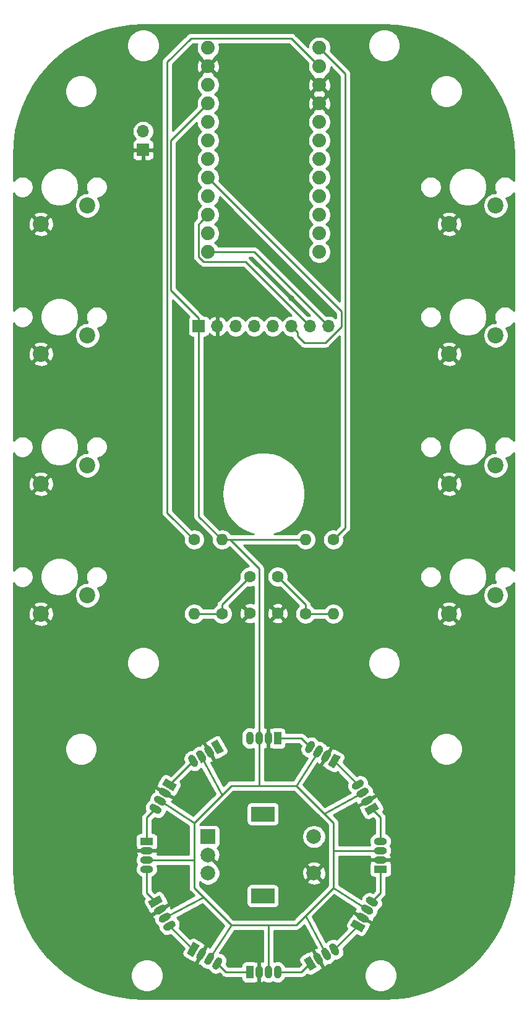
<source format=gbr>
G04 #@! TF.GenerationSoftware,KiCad,Pcbnew,(5.1.9-0-10_14)*
G04 #@! TF.CreationDate,2021-03-16T08:56:42-07:00*
G04 #@! TF.ProjectId,inkkeys,696e6b6b-6579-4732-9e6b-696361645f70,rev?*
G04 #@! TF.SameCoordinates,Original*
G04 #@! TF.FileFunction,Copper,L1,Top*
G04 #@! TF.FilePolarity,Positive*
%FSLAX46Y46*%
G04 Gerber Fmt 4.6, Leading zero omitted, Abs format (unit mm)*
G04 Created by KiCad (PCBNEW (5.1.9-0-10_14)) date 2021-03-16 08:56:42*
%MOMM*%
%LPD*%
G01*
G04 APERTURE LIST*
G04 #@! TA.AperFunction,ComponentPad*
%ADD10C,0.100000*%
G04 #@! TD*
G04 #@! TA.AperFunction,ComponentPad*
%ADD11O,1.800000X1.000000*%
G04 #@! TD*
G04 #@! TA.AperFunction,ComponentPad*
%ADD12R,1.800000X1.000000*%
G04 #@! TD*
G04 #@! TA.AperFunction,ComponentPad*
%ADD13O,1.000000X1.800000*%
G04 #@! TD*
G04 #@! TA.AperFunction,ComponentPad*
%ADD14R,1.000000X1.800000*%
G04 #@! TD*
G04 #@! TA.AperFunction,ComponentPad*
%ADD15C,1.879600*%
G04 #@! TD*
G04 #@! TA.AperFunction,ComponentPad*
%ADD16R,1.700000X1.700000*%
G04 #@! TD*
G04 #@! TA.AperFunction,ComponentPad*
%ADD17O,1.700000X1.700000*%
G04 #@! TD*
G04 #@! TA.AperFunction,ComponentPad*
%ADD18C,2.200000*%
G04 #@! TD*
G04 #@! TA.AperFunction,ComponentPad*
%ADD19C,1.600000*%
G04 #@! TD*
G04 #@! TA.AperFunction,ComponentPad*
%ADD20O,1.600000X1.600000*%
G04 #@! TD*
G04 #@! TA.AperFunction,ComponentPad*
%ADD21C,2.000000*%
G04 #@! TD*
G04 #@! TA.AperFunction,ComponentPad*
%ADD22R,3.200000X2.000000*%
G04 #@! TD*
G04 #@! TA.AperFunction,ComponentPad*
%ADD23R,2.000000X2.000000*%
G04 #@! TD*
G04 #@! TA.AperFunction,ViaPad*
%ADD24C,0.800000*%
G04 #@! TD*
G04 #@! TA.AperFunction,Conductor*
%ADD25C,0.250000*%
G04 #@! TD*
G04 #@! TA.AperFunction,Conductor*
%ADD26C,0.254000*%
G04 #@! TD*
G04 #@! TA.AperFunction,Conductor*
%ADD27C,0.100000*%
G04 #@! TD*
G04 APERTURE END LIST*
G04 #@! TA.AperFunction,ComponentPad*
G36*
G01*
X97148904Y-134952184D02*
X96748904Y-135645004D01*
G75*
G02*
X96065891Y-135828017I-433013J250000D01*
G01*
X96065891Y-135828017D01*
G75*
G02*
X95882878Y-135145004I250000J433013D01*
G01*
X96282878Y-134452184D01*
G75*
G02*
X96965891Y-134269171I433013J-250000D01*
G01*
X96965891Y-134269171D01*
G75*
G02*
X97148904Y-134952184I-250000J-433013D01*
G01*
G37*
G04 #@! TD.AperFunction*
G04 #@! TA.AperFunction,ComponentPad*
G36*
G01*
X98248756Y-135587184D02*
X97848756Y-136280004D01*
G75*
G02*
X97165743Y-136463017I-433013J250000D01*
G01*
X97165743Y-136463017D01*
G75*
G02*
X96982730Y-135780004I250000J433013D01*
G01*
X97382730Y-135087184D01*
G75*
G02*
X98065743Y-134904171I433013J-250000D01*
G01*
X98065743Y-134904171D01*
G75*
G02*
X98248756Y-135587184I-250000J-433013D01*
G01*
G37*
G04 #@! TD.AperFunction*
G04 #@! TA.AperFunction,ComponentPad*
G36*
G01*
X99348609Y-136222184D02*
X98948609Y-136915004D01*
G75*
G02*
X98265596Y-137098017I-433013J250000D01*
G01*
X98265596Y-137098017D01*
G75*
G02*
X98082583Y-136415004I250000J433013D01*
G01*
X98482583Y-135722184D01*
G75*
G02*
X99165596Y-135539171I433013J-250000D01*
G01*
X99165596Y-135539171D01*
G75*
G02*
X99348609Y-136222184I-250000J-433013D01*
G01*
G37*
G04 #@! TD.AperFunction*
G04 #@! TA.AperFunction,ComponentPad*
D10*
G36*
X100698461Y-136424171D02*
G01*
X99798461Y-137983017D01*
X98932435Y-137483017D01*
X99832435Y-135924171D01*
X100698461Y-136424171D01*
G37*
G04 #@! TD.AperFunction*
G04 #@! TA.AperFunction,ComponentPad*
G36*
G01*
X103667816Y-140438904D02*
X102974996Y-140838904D01*
G75*
G02*
X102291983Y-140655891I-250000J433013D01*
G01*
X102291983Y-140655891D01*
G75*
G02*
X102474996Y-139972878I433013J250000D01*
G01*
X103167816Y-139572878D01*
G75*
G02*
X103850829Y-139755891I250000J-433013D01*
G01*
X103850829Y-139755891D01*
G75*
G02*
X103667816Y-140438904I-433013J-250000D01*
G01*
G37*
G04 #@! TD.AperFunction*
G04 #@! TA.AperFunction,ComponentPad*
G36*
G01*
X104302816Y-141538756D02*
X103609996Y-141938756D01*
G75*
G02*
X102926983Y-141755743I-250000J433013D01*
G01*
X102926983Y-141755743D01*
G75*
G02*
X103109996Y-141072730I433013J250000D01*
G01*
X103802816Y-140672730D01*
G75*
G02*
X104485829Y-140855743I250000J-433013D01*
G01*
X104485829Y-140855743D01*
G75*
G02*
X104302816Y-141538756I-433013J-250000D01*
G01*
G37*
G04 #@! TD.AperFunction*
G04 #@! TA.AperFunction,ComponentPad*
G36*
G01*
X104937816Y-142638609D02*
X104244996Y-143038609D01*
G75*
G02*
X103561983Y-142855596I-250000J433013D01*
G01*
X103561983Y-142855596D01*
G75*
G02*
X103744996Y-142172583I433013J250000D01*
G01*
X104437816Y-141772583D01*
G75*
G02*
X105120829Y-141955596I250000J-433013D01*
G01*
X105120829Y-141955596D01*
G75*
G02*
X104937816Y-142638609I-433013J-250000D01*
G01*
G37*
G04 #@! TD.AperFunction*
G04 #@! TA.AperFunction,ComponentPad*
G36*
X106005829Y-143488461D02*
G01*
X104446983Y-144388461D01*
X103946983Y-143522435D01*
X105505829Y-142622435D01*
X106005829Y-143488461D01*
G37*
G04 #@! TD.AperFunction*
D11*
X106170000Y-147950000D03*
X106170000Y-149220000D03*
X106170000Y-150490000D03*
D12*
X106170000Y-151760000D03*
G04 #@! TA.AperFunction,ComponentPad*
G36*
G01*
X105077816Y-156838904D02*
X104384996Y-156438904D01*
G75*
G02*
X104201983Y-155755891I250000J433013D01*
G01*
X104201983Y-155755891D01*
G75*
G02*
X104884996Y-155572878I433013J-250000D01*
G01*
X105577816Y-155972878D01*
G75*
G02*
X105760829Y-156655891I-250000J-433013D01*
G01*
X105760829Y-156655891D01*
G75*
G02*
X105077816Y-156838904I-433013J250000D01*
G01*
G37*
G04 #@! TD.AperFunction*
G04 #@! TA.AperFunction,ComponentPad*
G36*
G01*
X104442816Y-157938756D02*
X103749996Y-157538756D01*
G75*
G02*
X103566983Y-156855743I250000J433013D01*
G01*
X103566983Y-156855743D01*
G75*
G02*
X104249996Y-156672730I433013J-250000D01*
G01*
X104942816Y-157072730D01*
G75*
G02*
X105125829Y-157755743I-250000J-433013D01*
G01*
X105125829Y-157755743D01*
G75*
G02*
X104442816Y-157938756I-433013J250000D01*
G01*
G37*
G04 #@! TD.AperFunction*
G04 #@! TA.AperFunction,ComponentPad*
G36*
G01*
X103807816Y-159038609D02*
X103114996Y-158638609D01*
G75*
G02*
X102931983Y-157955596I250000J433013D01*
G01*
X102931983Y-157955596D01*
G75*
G02*
X103614996Y-157772583I433013J-250000D01*
G01*
X104307816Y-158172583D01*
G75*
G02*
X104490829Y-158855596I-250000J-433013D01*
G01*
X104490829Y-158855596D01*
G75*
G02*
X103807816Y-159038609I-433013J250000D01*
G01*
G37*
G04 #@! TD.AperFunction*
G04 #@! TA.AperFunction,ComponentPad*
D10*
G36*
X103605829Y-160388461D02*
G01*
X102046983Y-159488461D01*
X102546983Y-158622435D01*
X104105829Y-159522435D01*
X103605829Y-160388461D01*
G37*
G04 #@! TD.AperFunction*
G04 #@! TA.AperFunction,ComponentPad*
G36*
G01*
X99591096Y-163357816D02*
X99191096Y-162664996D01*
G75*
G02*
X99374109Y-161981983I433013J250000D01*
G01*
X99374109Y-161981983D01*
G75*
G02*
X100057122Y-162164996I250000J-433013D01*
G01*
X100457122Y-162857816D01*
G75*
G02*
X100274109Y-163540829I-433013J-250000D01*
G01*
X100274109Y-163540829D01*
G75*
G02*
X99591096Y-163357816I-250000J433013D01*
G01*
G37*
G04 #@! TD.AperFunction*
G04 #@! TA.AperFunction,ComponentPad*
G36*
G01*
X98491244Y-163992816D02*
X98091244Y-163299996D01*
G75*
G02*
X98274257Y-162616983I433013J250000D01*
G01*
X98274257Y-162616983D01*
G75*
G02*
X98957270Y-162799996I250000J-433013D01*
G01*
X99357270Y-163492816D01*
G75*
G02*
X99174257Y-164175829I-433013J-250000D01*
G01*
X99174257Y-164175829D01*
G75*
G02*
X98491244Y-163992816I-250000J433013D01*
G01*
G37*
G04 #@! TD.AperFunction*
G04 #@! TA.AperFunction,ComponentPad*
G36*
G01*
X97391391Y-164627816D02*
X96991391Y-163934996D01*
G75*
G02*
X97174404Y-163251983I433013J250000D01*
G01*
X97174404Y-163251983D01*
G75*
G02*
X97857417Y-163434996I250000J-433013D01*
G01*
X98257417Y-164127816D01*
G75*
G02*
X98074404Y-164810829I-433013J-250000D01*
G01*
X98074404Y-164810829D01*
G75*
G02*
X97391391Y-164627816I-250000J433013D01*
G01*
G37*
G04 #@! TD.AperFunction*
G04 #@! TA.AperFunction,ComponentPad*
G36*
X96541539Y-165695829D02*
G01*
X95641539Y-164136983D01*
X96507565Y-163636983D01*
X97407565Y-165195829D01*
X96541539Y-165695829D01*
G37*
G04 #@! TD.AperFunction*
D13*
X92080000Y-165860000D03*
X90810000Y-165860000D03*
X89540000Y-165860000D03*
D14*
X88270000Y-165860000D03*
G04 #@! TA.AperFunction,ComponentPad*
G36*
G01*
X83191096Y-164767816D02*
X83591096Y-164074996D01*
G75*
G02*
X84274109Y-163891983I433013J-250000D01*
G01*
X84274109Y-163891983D01*
G75*
G02*
X84457122Y-164574996I-250000J-433013D01*
G01*
X84057122Y-165267816D01*
G75*
G02*
X83374109Y-165450829I-433013J250000D01*
G01*
X83374109Y-165450829D01*
G75*
G02*
X83191096Y-164767816I250000J433013D01*
G01*
G37*
G04 #@! TD.AperFunction*
G04 #@! TA.AperFunction,ComponentPad*
G36*
G01*
X82091244Y-164132816D02*
X82491244Y-163439996D01*
G75*
G02*
X83174257Y-163256983I433013J-250000D01*
G01*
X83174257Y-163256983D01*
G75*
G02*
X83357270Y-163939996I-250000J-433013D01*
G01*
X82957270Y-164632816D01*
G75*
G02*
X82274257Y-164815829I-433013J250000D01*
G01*
X82274257Y-164815829D01*
G75*
G02*
X82091244Y-164132816I250000J433013D01*
G01*
G37*
G04 #@! TD.AperFunction*
G04 #@! TA.AperFunction,ComponentPad*
G36*
G01*
X80991391Y-163497816D02*
X81391391Y-162804996D01*
G75*
G02*
X82074404Y-162621983I433013J-250000D01*
G01*
X82074404Y-162621983D01*
G75*
G02*
X82257417Y-163304996I-250000J-433013D01*
G01*
X81857417Y-163997816D01*
G75*
G02*
X81174404Y-164180829I-433013J250000D01*
G01*
X81174404Y-164180829D01*
G75*
G02*
X80991391Y-163497816I250000J433013D01*
G01*
G37*
G04 #@! TD.AperFunction*
G04 #@! TA.AperFunction,ComponentPad*
D10*
G36*
X79641539Y-163295829D02*
G01*
X80541539Y-161736983D01*
X81407565Y-162236983D01*
X80507565Y-163795829D01*
X79641539Y-163295829D01*
G37*
G04 #@! TD.AperFunction*
G04 #@! TA.AperFunction,ComponentPad*
G36*
G01*
X76672184Y-159281096D02*
X77365004Y-158881096D01*
G75*
G02*
X78048017Y-159064109I250000J-433013D01*
G01*
X78048017Y-159064109D01*
G75*
G02*
X77865004Y-159747122I-433013J-250000D01*
G01*
X77172184Y-160147122D01*
G75*
G02*
X76489171Y-159964109I-250000J433013D01*
G01*
X76489171Y-159964109D01*
G75*
G02*
X76672184Y-159281096I433013J250000D01*
G01*
G37*
G04 #@! TD.AperFunction*
G04 #@! TA.AperFunction,ComponentPad*
G36*
G01*
X76037184Y-158181244D02*
X76730004Y-157781244D01*
G75*
G02*
X77413017Y-157964257I250000J-433013D01*
G01*
X77413017Y-157964257D01*
G75*
G02*
X77230004Y-158647270I-433013J-250000D01*
G01*
X76537184Y-159047270D01*
G75*
G02*
X75854171Y-158864257I-250000J433013D01*
G01*
X75854171Y-158864257D01*
G75*
G02*
X76037184Y-158181244I433013J250000D01*
G01*
G37*
G04 #@! TD.AperFunction*
G04 #@! TA.AperFunction,ComponentPad*
G36*
G01*
X75402184Y-157081391D02*
X76095004Y-156681391D01*
G75*
G02*
X76778017Y-156864404I250000J-433013D01*
G01*
X76778017Y-156864404D01*
G75*
G02*
X76595004Y-157547417I-433013J-250000D01*
G01*
X75902184Y-157947417D01*
G75*
G02*
X75219171Y-157764404I-250000J433013D01*
G01*
X75219171Y-157764404D01*
G75*
G02*
X75402184Y-157081391I433013J250000D01*
G01*
G37*
G04 #@! TD.AperFunction*
G04 #@! TA.AperFunction,ComponentPad*
G36*
X74334171Y-156231539D02*
G01*
X75893017Y-155331539D01*
X76393017Y-156197565D01*
X74834171Y-157097565D01*
X74334171Y-156231539D01*
G37*
G04 #@! TD.AperFunction*
D11*
X74170000Y-151770000D03*
X74170000Y-150500000D03*
X74170000Y-149230000D03*
D12*
X74170000Y-147960000D03*
G04 #@! TA.AperFunction,ComponentPad*
G36*
G01*
X75262184Y-142881096D02*
X75955004Y-143281096D01*
G75*
G02*
X76138017Y-143964109I-250000J-433013D01*
G01*
X76138017Y-143964109D01*
G75*
G02*
X75455004Y-144147122I-433013J250000D01*
G01*
X74762184Y-143747122D01*
G75*
G02*
X74579171Y-143064109I250000J433013D01*
G01*
X74579171Y-143064109D01*
G75*
G02*
X75262184Y-142881096I433013J-250000D01*
G01*
G37*
G04 #@! TD.AperFunction*
G04 #@! TA.AperFunction,ComponentPad*
G36*
G01*
X75897184Y-141781244D02*
X76590004Y-142181244D01*
G75*
G02*
X76773017Y-142864257I-250000J-433013D01*
G01*
X76773017Y-142864257D01*
G75*
G02*
X76090004Y-143047270I-433013J250000D01*
G01*
X75397184Y-142647270D01*
G75*
G02*
X75214171Y-141964257I250000J433013D01*
G01*
X75214171Y-141964257D01*
G75*
G02*
X75897184Y-141781244I433013J-250000D01*
G01*
G37*
G04 #@! TD.AperFunction*
G04 #@! TA.AperFunction,ComponentPad*
G36*
G01*
X76532184Y-140681391D02*
X77225004Y-141081391D01*
G75*
G02*
X77408017Y-141764404I-250000J-433013D01*
G01*
X77408017Y-141764404D01*
G75*
G02*
X76725004Y-141947417I-433013J250000D01*
G01*
X76032184Y-141547417D01*
G75*
G02*
X75849171Y-140864404I250000J433013D01*
G01*
X75849171Y-140864404D01*
G75*
G02*
X76532184Y-140681391I433013J-250000D01*
G01*
G37*
G04 #@! TD.AperFunction*
G04 #@! TA.AperFunction,ComponentPad*
D10*
G36*
X76734171Y-139331539D02*
G01*
X78293017Y-140231539D01*
X77793017Y-141097565D01*
X76234171Y-140197565D01*
X76734171Y-139331539D01*
G37*
G04 #@! TD.AperFunction*
G04 #@! TA.AperFunction,ComponentPad*
G36*
G01*
X80748904Y-136362184D02*
X81148904Y-137055004D01*
G75*
G02*
X80965891Y-137738017I-433013J-250000D01*
G01*
X80965891Y-137738017D01*
G75*
G02*
X80282878Y-137555004I-250000J433013D01*
G01*
X79882878Y-136862184D01*
G75*
G02*
X80065891Y-136179171I433013J250000D01*
G01*
X80065891Y-136179171D01*
G75*
G02*
X80748904Y-136362184I250000J-433013D01*
G01*
G37*
G04 #@! TD.AperFunction*
G04 #@! TA.AperFunction,ComponentPad*
G36*
G01*
X81848756Y-135727184D02*
X82248756Y-136420004D01*
G75*
G02*
X82065743Y-137103017I-433013J-250000D01*
G01*
X82065743Y-137103017D01*
G75*
G02*
X81382730Y-136920004I-250000J433013D01*
G01*
X80982730Y-136227184D01*
G75*
G02*
X81165743Y-135544171I433013J250000D01*
G01*
X81165743Y-135544171D01*
G75*
G02*
X81848756Y-135727184I250000J-433013D01*
G01*
G37*
G04 #@! TD.AperFunction*
G04 #@! TA.AperFunction,ComponentPad*
G36*
G01*
X82948609Y-135092184D02*
X83348609Y-135785004D01*
G75*
G02*
X83165596Y-136468017I-433013J-250000D01*
G01*
X83165596Y-136468017D01*
G75*
G02*
X82482583Y-136285004I-250000J433013D01*
G01*
X82082583Y-135592184D01*
G75*
G02*
X82265596Y-134909171I433013J250000D01*
G01*
X82265596Y-134909171D01*
G75*
G02*
X82948609Y-135092184I250000J-433013D01*
G01*
G37*
G04 #@! TD.AperFunction*
G04 #@! TA.AperFunction,ComponentPad*
G36*
X83798461Y-134024171D02*
G01*
X84698461Y-135583017D01*
X83832435Y-136083017D01*
X82932435Y-134524171D01*
X83798461Y-134024171D01*
G37*
G04 #@! TD.AperFunction*
D13*
X88260000Y-133860000D03*
X89530000Y-133860000D03*
X90800000Y-133860000D03*
D14*
X92070000Y-133860000D03*
D15*
X82550000Y-39370000D03*
X82550000Y-41910000D03*
X82550000Y-44450000D03*
X82550000Y-46990000D03*
X82550000Y-49530000D03*
X82550000Y-52070000D03*
X82550000Y-54610000D03*
X82550000Y-57150000D03*
X82550000Y-59690000D03*
X82550000Y-62230000D03*
X82550000Y-64770000D03*
X82550000Y-67310000D03*
X97790000Y-67310000D03*
X97790000Y-64770000D03*
X97790000Y-62230000D03*
X97790000Y-59690000D03*
X97790000Y-57150000D03*
X97790000Y-54610000D03*
X97790000Y-52070000D03*
X97790000Y-49530000D03*
X97790000Y-46990000D03*
X97790000Y-44450000D03*
X97790000Y-41910000D03*
X97790000Y-39370000D03*
D16*
X81280000Y-77470000D03*
D17*
X83820000Y-77470000D03*
X86360000Y-77470000D03*
X88900000Y-77470000D03*
X91440000Y-77470000D03*
X93980000Y-77470000D03*
X96520000Y-77470000D03*
X99060000Y-77470000D03*
X73660000Y-50800000D03*
D16*
X73660000Y-53340000D03*
D18*
X66040000Y-60960000D03*
X59690000Y-63500000D03*
X59690000Y-81280000D03*
X66040000Y-78740000D03*
X59690000Y-99060000D03*
X66040000Y-96520000D03*
X66040000Y-114300000D03*
X59690000Y-116840000D03*
X115570000Y-63500000D03*
X121920000Y-60960000D03*
X121920000Y-78740000D03*
X115570000Y-81280000D03*
X115570000Y-99060000D03*
X121920000Y-96520000D03*
X121920000Y-114300000D03*
X115570000Y-116840000D03*
D19*
X88265000Y-111760000D03*
X88265000Y-116760000D03*
X92075000Y-116760000D03*
X92075000Y-111760000D03*
D20*
X95885000Y-106680000D03*
D19*
X95885000Y-116840000D03*
X84455000Y-116840000D03*
D20*
X84455000Y-106680000D03*
X99695000Y-116840000D03*
D19*
X99695000Y-106680000D03*
X80645000Y-106680000D03*
D20*
X80645000Y-116840000D03*
D21*
X97050000Y-152320000D03*
X97050000Y-147320000D03*
D22*
X90050000Y-155420000D03*
X90050000Y-144220000D03*
D21*
X82550000Y-152320000D03*
X82550000Y-149820000D03*
D23*
X82550000Y-147320000D03*
D24*
X85090000Y-72390000D03*
X95885000Y-72390000D03*
X90170000Y-73660000D03*
X104140000Y-69850000D03*
X94615000Y-47625000D03*
X94615000Y-50165000D03*
X94615000Y-52705000D03*
X93980000Y-73660000D03*
D25*
X98729799Y-40309799D02*
X97790000Y-39370000D01*
X101338010Y-42918010D02*
X98729799Y-40309799D01*
X101338010Y-105036990D02*
X101338010Y-42918010D01*
X99695000Y-106680000D02*
X101338010Y-105036990D01*
X77470000Y-103505000D02*
X80645000Y-106680000D01*
X76969990Y-103004990D02*
X77470000Y-103505000D01*
X80219799Y-38055199D02*
X76969990Y-41305008D01*
X93935199Y-38055199D02*
X80219799Y-38055199D01*
X76969990Y-41305008D02*
X76969990Y-103004990D01*
X97790000Y-41910000D02*
X93935199Y-38055199D01*
X88900000Y-67310000D02*
X82550000Y-67310000D01*
X99060000Y-77470000D02*
X88900000Y-67310000D01*
X81610201Y-63169799D02*
X82550000Y-62230000D01*
X81235199Y-63544801D02*
X81610201Y-63169799D01*
X81235199Y-67941105D02*
X81235199Y-63544801D01*
X81918895Y-68624801D02*
X81235199Y-67941105D01*
X87674801Y-68624801D02*
X81918895Y-68624801D01*
X96520000Y-77470000D02*
X87674801Y-68624801D01*
X94829999Y-78319999D02*
X94829999Y-78827999D01*
X93980000Y-77470000D02*
X94829999Y-78319999D01*
X94829999Y-78827999D02*
X95758000Y-79756000D01*
X98587002Y-79756000D02*
X100838000Y-77505002D01*
X95758000Y-79756000D02*
X98587002Y-79756000D01*
X100838000Y-75438000D02*
X82550000Y-57150000D01*
X100838000Y-77505002D02*
X100838000Y-75438000D01*
X81615743Y-137142557D02*
X81615743Y-136323594D01*
X94753630Y-106680000D02*
X84455000Y-106680000D01*
X95885000Y-106680000D02*
X94753630Y-106680000D01*
X89530000Y-132710000D02*
X89530000Y-133860000D01*
X89530000Y-110623630D02*
X89530000Y-132710000D01*
X85586370Y-106680000D02*
X89530000Y-110623630D01*
X84455000Y-106680000D02*
X85586370Y-106680000D01*
X84455000Y-106680000D02*
X81280000Y-103505000D01*
X81280000Y-103505000D02*
X81280000Y-77470000D01*
X81280000Y-76370000D02*
X77470000Y-72560000D01*
X81280000Y-77470000D02*
X81280000Y-76370000D01*
X77470000Y-52070000D02*
X82550000Y-46990000D01*
X77470000Y-72560000D02*
X77470000Y-52070000D01*
X89530000Y-133860000D02*
X89530000Y-140330000D01*
X89530000Y-140330000D02*
X89535000Y-140335000D01*
X89535000Y-140335000D02*
X94615000Y-140335000D01*
X85725000Y-140335000D02*
X89535000Y-140335000D01*
X97615743Y-135683594D02*
X94615000Y-140335000D01*
X103706406Y-141305743D02*
X98425000Y-144145000D01*
X98425000Y-144145000D02*
X99695000Y-145415000D01*
X94615000Y-140335000D02*
X98425000Y-144145000D01*
X106170000Y-149220000D02*
X99695000Y-149225000D01*
X99695000Y-149225000D02*
X99695000Y-154305000D01*
X99695000Y-145415000D02*
X99695000Y-149225000D01*
X104346406Y-157305743D02*
X99695000Y-154305000D01*
X90810000Y-165860000D02*
X90805000Y-159385000D01*
X90805000Y-159385000D02*
X85725000Y-159385000D01*
X94615000Y-159385000D02*
X90805000Y-159385000D01*
X98724257Y-163396406D02*
X95885000Y-158115000D01*
X95885000Y-158115000D02*
X94615000Y-159385000D01*
X99695000Y-154305000D02*
X95885000Y-158115000D01*
X82724257Y-164036406D02*
X85725000Y-159385000D01*
X76633594Y-158414257D02*
X81915000Y-155575000D01*
X81915000Y-155575000D02*
X80645000Y-154305000D01*
X85725000Y-159385000D02*
X81915000Y-155575000D01*
X74170000Y-150500000D02*
X80645000Y-150495000D01*
X80645000Y-150495000D02*
X80645000Y-145415000D01*
X80645000Y-154305000D02*
X80645000Y-150495000D01*
X75993594Y-142414257D02*
X80645000Y-145415000D01*
X81615743Y-136323594D02*
X84455000Y-141605000D01*
X84455000Y-141605000D02*
X85725000Y-140335000D01*
X80645000Y-145415000D02*
X84455000Y-141605000D01*
X84455000Y-115570000D02*
X88265000Y-111760000D01*
X84455000Y-116840000D02*
X84455000Y-115570000D01*
X81776370Y-116840000D02*
X84455000Y-116840000D01*
X80645000Y-116840000D02*
X81776370Y-116840000D01*
X95885000Y-115570000D02*
X92075000Y-111760000D01*
X95885000Y-116840000D02*
X95885000Y-115570000D01*
X97016370Y-116840000D02*
X99695000Y-116840000D01*
X95885000Y-116840000D02*
X97016370Y-116840000D01*
X75363594Y-156214552D02*
X74168000Y-155018958D01*
X74170000Y-155016958D02*
X74170000Y-151770000D01*
X74168000Y-155018958D02*
X74170000Y-155016958D01*
X95327297Y-133860000D02*
X96515891Y-135048594D01*
X92070000Y-133860000D02*
X95327297Y-133860000D01*
X103067745Y-140205891D02*
X103071406Y-140205891D01*
X99815448Y-136953594D02*
X103067745Y-140205891D01*
X106170000Y-144699042D02*
X106170000Y-147950000D01*
X104976406Y-143505448D02*
X106170000Y-144699042D01*
X106170000Y-155017297D02*
X104981406Y-156205891D01*
X106170000Y-151760000D02*
X106170000Y-155017297D01*
X99824109Y-162757745D02*
X99824109Y-162761406D01*
X103076406Y-159505448D02*
X99824109Y-162757745D01*
X96524552Y-164666406D02*
X95328958Y-165862000D01*
X95326958Y-165860000D02*
X92080000Y-165860000D01*
X95328958Y-165862000D02*
X95326958Y-165860000D01*
X85012703Y-165860000D02*
X83824109Y-164671406D01*
X88270000Y-165860000D02*
X85012703Y-165860000D01*
X77272255Y-159514109D02*
X77268594Y-159514109D01*
X80524552Y-162766406D02*
X77272255Y-159514109D01*
X74170000Y-144702703D02*
X75358594Y-143514109D01*
X74170000Y-147960000D02*
X74170000Y-144702703D01*
X80515891Y-136962255D02*
X80515891Y-136958594D01*
X77263594Y-140214552D02*
X80515891Y-136962255D01*
D26*
X108317652Y-36321531D02*
X109941325Y-36548278D01*
X111537099Y-36924033D01*
X113091339Y-37445583D01*
X114590763Y-38108472D01*
X116022536Y-38907023D01*
X117374435Y-39834422D01*
X118634889Y-40882731D01*
X119793119Y-42042984D01*
X120839223Y-43305261D01*
X121764260Y-44658776D01*
X122560315Y-46091948D01*
X123220581Y-47592520D01*
X123739419Y-49147669D01*
X124112388Y-50744099D01*
X124336341Y-52368446D01*
X124410000Y-53990549D01*
X124410000Y-57572930D01*
X124343475Y-57473368D01*
X124136632Y-57266525D01*
X123893411Y-57104010D01*
X123623158Y-56992068D01*
X123336260Y-56935000D01*
X123043740Y-56935000D01*
X122756842Y-56992068D01*
X122486589Y-57104010D01*
X122243368Y-57266525D01*
X122036525Y-57473368D01*
X121874010Y-57716589D01*
X121762068Y-57986842D01*
X121705000Y-58273740D01*
X121705000Y-58566260D01*
X121762068Y-58853158D01*
X121874010Y-59123411D01*
X121941890Y-59225000D01*
X121749117Y-59225000D01*
X121413919Y-59291675D01*
X121098169Y-59422463D01*
X120814002Y-59612337D01*
X120572337Y-59854002D01*
X120382463Y-60138169D01*
X120251675Y-60453919D01*
X120185000Y-60789117D01*
X120185000Y-61130883D01*
X120251675Y-61466081D01*
X120382463Y-61781831D01*
X120572337Y-62065998D01*
X120814002Y-62307663D01*
X121098169Y-62497537D01*
X121413919Y-62628325D01*
X121749117Y-62695000D01*
X122090883Y-62695000D01*
X122426081Y-62628325D01*
X122741831Y-62497537D01*
X123025998Y-62307663D01*
X123267663Y-62065998D01*
X123457537Y-61781831D01*
X123588325Y-61466081D01*
X123655000Y-61130883D01*
X123655000Y-60789117D01*
X123588325Y-60453919D01*
X123457537Y-60138169D01*
X123301739Y-59905000D01*
X123336260Y-59905000D01*
X123623158Y-59847932D01*
X123893411Y-59735990D01*
X124136632Y-59573475D01*
X124343475Y-59366632D01*
X124410000Y-59267070D01*
X124410000Y-75352930D01*
X124343475Y-75253368D01*
X124136632Y-75046525D01*
X123893411Y-74884010D01*
X123623158Y-74772068D01*
X123336260Y-74715000D01*
X123043740Y-74715000D01*
X122756842Y-74772068D01*
X122486589Y-74884010D01*
X122243368Y-75046525D01*
X122036525Y-75253368D01*
X121874010Y-75496589D01*
X121762068Y-75766842D01*
X121705000Y-76053740D01*
X121705000Y-76346260D01*
X121762068Y-76633158D01*
X121874010Y-76903411D01*
X121941890Y-77005000D01*
X121749117Y-77005000D01*
X121413919Y-77071675D01*
X121098169Y-77202463D01*
X120814002Y-77392337D01*
X120572337Y-77634002D01*
X120382463Y-77918169D01*
X120251675Y-78233919D01*
X120185000Y-78569117D01*
X120185000Y-78910883D01*
X120251675Y-79246081D01*
X120382463Y-79561831D01*
X120572337Y-79845998D01*
X120814002Y-80087663D01*
X121098169Y-80277537D01*
X121413919Y-80408325D01*
X121749117Y-80475000D01*
X122090883Y-80475000D01*
X122426081Y-80408325D01*
X122741831Y-80277537D01*
X123025998Y-80087663D01*
X123267663Y-79845998D01*
X123457537Y-79561831D01*
X123588325Y-79246081D01*
X123655000Y-78910883D01*
X123655000Y-78569117D01*
X123588325Y-78233919D01*
X123457537Y-77918169D01*
X123301739Y-77685000D01*
X123336260Y-77685000D01*
X123623158Y-77627932D01*
X123893411Y-77515990D01*
X124136632Y-77353475D01*
X124343475Y-77146632D01*
X124410000Y-77047070D01*
X124410000Y-93132930D01*
X124343475Y-93033368D01*
X124136632Y-92826525D01*
X123893411Y-92664010D01*
X123623158Y-92552068D01*
X123336260Y-92495000D01*
X123043740Y-92495000D01*
X122756842Y-92552068D01*
X122486589Y-92664010D01*
X122243368Y-92826525D01*
X122036525Y-93033368D01*
X121874010Y-93276589D01*
X121762068Y-93546842D01*
X121705000Y-93833740D01*
X121705000Y-94126260D01*
X121762068Y-94413158D01*
X121874010Y-94683411D01*
X121941890Y-94785000D01*
X121749117Y-94785000D01*
X121413919Y-94851675D01*
X121098169Y-94982463D01*
X120814002Y-95172337D01*
X120572337Y-95414002D01*
X120382463Y-95698169D01*
X120251675Y-96013919D01*
X120185000Y-96349117D01*
X120185000Y-96690883D01*
X120251675Y-97026081D01*
X120382463Y-97341831D01*
X120572337Y-97625998D01*
X120814002Y-97867663D01*
X121098169Y-98057537D01*
X121413919Y-98188325D01*
X121749117Y-98255000D01*
X122090883Y-98255000D01*
X122426081Y-98188325D01*
X122741831Y-98057537D01*
X123025998Y-97867663D01*
X123267663Y-97625998D01*
X123457537Y-97341831D01*
X123588325Y-97026081D01*
X123655000Y-96690883D01*
X123655000Y-96349117D01*
X123588325Y-96013919D01*
X123457537Y-95698169D01*
X123301739Y-95465000D01*
X123336260Y-95465000D01*
X123623158Y-95407932D01*
X123893411Y-95295990D01*
X124136632Y-95133475D01*
X124343475Y-94926632D01*
X124410000Y-94827070D01*
X124410001Y-110912931D01*
X124343475Y-110813368D01*
X124136632Y-110606525D01*
X123893411Y-110444010D01*
X123623158Y-110332068D01*
X123336260Y-110275000D01*
X123043740Y-110275000D01*
X122756842Y-110332068D01*
X122486589Y-110444010D01*
X122243368Y-110606525D01*
X122036525Y-110813368D01*
X121874010Y-111056589D01*
X121762068Y-111326842D01*
X121705000Y-111613740D01*
X121705000Y-111906260D01*
X121762068Y-112193158D01*
X121874010Y-112463411D01*
X121941890Y-112565000D01*
X121749117Y-112565000D01*
X121413919Y-112631675D01*
X121098169Y-112762463D01*
X120814002Y-112952337D01*
X120572337Y-113194002D01*
X120382463Y-113478169D01*
X120251675Y-113793919D01*
X120185000Y-114129117D01*
X120185000Y-114470883D01*
X120251675Y-114806081D01*
X120382463Y-115121831D01*
X120572337Y-115405998D01*
X120814002Y-115647663D01*
X121098169Y-115837537D01*
X121413919Y-115968325D01*
X121749117Y-116035000D01*
X122090883Y-116035000D01*
X122426081Y-115968325D01*
X122741831Y-115837537D01*
X123025998Y-115647663D01*
X123267663Y-115405998D01*
X123457537Y-115121831D01*
X123588325Y-114806081D01*
X123655000Y-114470883D01*
X123655000Y-114129117D01*
X123588325Y-113793919D01*
X123457537Y-113478169D01*
X123301739Y-113245000D01*
X123336260Y-113245000D01*
X123623158Y-113187932D01*
X123893411Y-113075990D01*
X124136632Y-112913475D01*
X124343475Y-112706632D01*
X124410001Y-112607069D01*
X124410001Y-151749144D01*
X124333469Y-153402652D01*
X124106721Y-155026326D01*
X123730968Y-156622094D01*
X123209417Y-158176339D01*
X122546530Y-159675760D01*
X121747974Y-161107541D01*
X120820578Y-162459435D01*
X119772269Y-163719889D01*
X118612022Y-164878113D01*
X117349739Y-165924223D01*
X115996231Y-166849254D01*
X114563065Y-167645308D01*
X113062484Y-168305580D01*
X111507331Y-168824419D01*
X109910901Y-169197388D01*
X108286554Y-169421341D01*
X106664451Y-169495000D01*
X73675834Y-169495000D01*
X72022348Y-169418469D01*
X70398674Y-169191721D01*
X68802906Y-168815968D01*
X67248661Y-168294417D01*
X65749240Y-167631530D01*
X64317459Y-166832974D01*
X63263371Y-166109872D01*
X71935000Y-166109872D01*
X71935000Y-166550128D01*
X72020890Y-166981925D01*
X72189369Y-167388669D01*
X72433962Y-167754729D01*
X72745271Y-168066038D01*
X73111331Y-168310631D01*
X73518075Y-168479110D01*
X73949872Y-168565000D01*
X74390128Y-168565000D01*
X74821925Y-168479110D01*
X75228669Y-168310631D01*
X75594729Y-168066038D01*
X75906038Y-167754729D01*
X76150631Y-167388669D01*
X76319110Y-166981925D01*
X76405000Y-166550128D01*
X76405000Y-166109872D01*
X76319110Y-165678075D01*
X76150631Y-165271331D01*
X75906038Y-164905271D01*
X75594729Y-164593962D01*
X75228669Y-164349369D01*
X74821925Y-164180890D01*
X74390128Y-164095000D01*
X73949872Y-164095000D01*
X73518075Y-164180890D01*
X73111331Y-164349369D01*
X72745271Y-164593962D01*
X72433962Y-164905271D01*
X72189369Y-165271331D01*
X72020890Y-165678075D01*
X71935000Y-166109872D01*
X63263371Y-166109872D01*
X62965565Y-165905578D01*
X61705111Y-164857269D01*
X60546887Y-163697022D01*
X59500777Y-162434739D01*
X58575746Y-161081231D01*
X57779692Y-159648065D01*
X57119420Y-158147484D01*
X56600581Y-156592331D01*
X56227612Y-154995901D01*
X56003659Y-153371554D01*
X55930000Y-151749451D01*
X55930000Y-150500000D01*
X72629509Y-150500000D01*
X72651423Y-150722499D01*
X72716324Y-150936447D01*
X72821716Y-151133623D01*
X72822846Y-151135000D01*
X72821716Y-151136377D01*
X72716324Y-151333553D01*
X72651423Y-151547501D01*
X72629509Y-151770000D01*
X72651423Y-151992499D01*
X72716324Y-152206447D01*
X72821716Y-152403623D01*
X72963551Y-152576449D01*
X73136377Y-152718284D01*
X73333553Y-152823676D01*
X73410001Y-152846866D01*
X73410000Y-154961329D01*
X73404324Y-155018958D01*
X73418998Y-155167943D01*
X73462454Y-155311204D01*
X73533026Y-155443234D01*
X73627999Y-155558959D01*
X73657003Y-155582762D01*
X73871187Y-155796946D01*
X73827955Y-155843105D01*
X73761902Y-155949327D01*
X73717841Y-156066394D01*
X73697465Y-156189807D01*
X73701558Y-156314824D01*
X73729961Y-156436640D01*
X73781584Y-156550575D01*
X74281584Y-157416601D01*
X74354443Y-157518275D01*
X74445737Y-157603782D01*
X74527233Y-157654459D01*
X74553712Y-157800033D01*
X74750411Y-157888396D01*
X75825109Y-157267919D01*
X75822645Y-157263652D01*
X76042615Y-157136652D01*
X76045079Y-157140919D01*
X77119777Y-156520442D01*
X77141602Y-156305914D01*
X77028770Y-156210195D01*
X77025630Y-156114280D01*
X76997227Y-155992464D01*
X76945604Y-155878529D01*
X76445604Y-155012503D01*
X76372745Y-154910829D01*
X76281451Y-154825322D01*
X76175229Y-154759270D01*
X76058162Y-154715209D01*
X75934749Y-154694833D01*
X75809732Y-154698926D01*
X75687916Y-154727329D01*
X75573981Y-154778952D01*
X75211864Y-154988020D01*
X74930000Y-154706157D01*
X74930000Y-152846866D01*
X75006447Y-152823676D01*
X75203623Y-152718284D01*
X75376449Y-152576449D01*
X75518284Y-152403623D01*
X75623676Y-152206447D01*
X75688577Y-151992499D01*
X75710491Y-151770000D01*
X75688577Y-151547501D01*
X75623676Y-151333553D01*
X75583778Y-151258908D01*
X79885001Y-151255586D01*
X79885000Y-154267677D01*
X79881324Y-154305000D01*
X79885000Y-154342322D01*
X79885000Y-154342332D01*
X79895997Y-154453985D01*
X79936323Y-154586924D01*
X79939454Y-154597246D01*
X80010026Y-154729276D01*
X80034642Y-154759270D01*
X80104999Y-154845001D01*
X80134003Y-154868804D01*
X80654809Y-155389610D01*
X77484198Y-157094115D01*
X77485881Y-157061909D01*
X77443476Y-156828775D01*
X77246777Y-156740412D01*
X76172079Y-157360889D01*
X76176080Y-157367819D01*
X75956110Y-157494819D01*
X75952109Y-157487889D01*
X74877411Y-158108366D01*
X74855586Y-158322894D01*
X75036283Y-158476185D01*
X75150042Y-158534171D01*
X75149135Y-158539666D01*
X75156451Y-158763121D01*
X75207219Y-158980855D01*
X75299490Y-159184502D01*
X75429718Y-159366235D01*
X75592898Y-159519069D01*
X75782758Y-159637132D01*
X75784425Y-159637760D01*
X75784135Y-159639518D01*
X75791451Y-159862973D01*
X75842219Y-160080707D01*
X75934490Y-160284354D01*
X76064718Y-160466087D01*
X76227898Y-160618921D01*
X76417758Y-160736984D01*
X76627004Y-160815738D01*
X76847593Y-160852158D01*
X77071048Y-160844842D01*
X77288782Y-160794074D01*
X77418599Y-160735254D01*
X79298020Y-162614676D01*
X79088952Y-162976793D01*
X79037329Y-163090728D01*
X79008926Y-163212544D01*
X79004833Y-163337561D01*
X79025209Y-163460974D01*
X79069270Y-163578041D01*
X79135323Y-163684263D01*
X79220829Y-163775557D01*
X79322503Y-163848416D01*
X80188529Y-164348416D01*
X80302464Y-164400039D01*
X80424280Y-164428442D01*
X80520195Y-164431582D01*
X80615914Y-164544414D01*
X80830442Y-164522589D01*
X81450919Y-163447891D01*
X81446652Y-163445427D01*
X81573652Y-163225457D01*
X81577919Y-163227921D01*
X82198396Y-162153223D01*
X82110033Y-161956524D01*
X81964459Y-161930045D01*
X81913781Y-161848549D01*
X81828275Y-161757255D01*
X81726601Y-161684396D01*
X80860575Y-161184396D01*
X80746640Y-161132773D01*
X80624824Y-161104370D01*
X80499807Y-161100277D01*
X80376394Y-161120653D01*
X80259327Y-161164714D01*
X80153105Y-161230766D01*
X80106946Y-161273999D01*
X78641599Y-159808652D01*
X78716634Y-159609290D01*
X78753053Y-159388701D01*
X78745737Y-159165245D01*
X78694969Y-158947510D01*
X78602698Y-158743864D01*
X78472470Y-158562131D01*
X78309290Y-158409297D01*
X78280807Y-158391585D01*
X81777162Y-156511963D01*
X84753761Y-159488563D01*
X82814482Y-162494609D01*
X82786185Y-162439095D01*
X82632894Y-162258398D01*
X82418366Y-162280223D01*
X81797889Y-163354921D01*
X81804818Y-163358922D01*
X81677819Y-163578892D01*
X81670889Y-163574891D01*
X81050412Y-164649589D01*
X81138775Y-164846288D01*
X81371909Y-164888693D01*
X81499421Y-164882031D01*
X81501382Y-164887242D01*
X81619445Y-165077102D01*
X81772279Y-165240282D01*
X81954012Y-165370510D01*
X82157659Y-165462781D01*
X82375393Y-165513549D01*
X82598848Y-165520865D01*
X82600606Y-165520575D01*
X82601234Y-165522242D01*
X82719297Y-165712102D01*
X82872131Y-165875282D01*
X83053864Y-166005510D01*
X83257511Y-166097781D01*
X83475245Y-166148549D01*
X83698700Y-166155865D01*
X83919289Y-166119445D01*
X84121311Y-166043410D01*
X84448903Y-166371002D01*
X84472702Y-166400001D01*
X84588427Y-166494974D01*
X84720456Y-166565546D01*
X84863717Y-166609003D01*
X84975370Y-166620000D01*
X84975378Y-166620000D01*
X85012703Y-166623676D01*
X85050028Y-166620000D01*
X87131928Y-166620000D01*
X87131928Y-166760000D01*
X87144188Y-166884482D01*
X87180498Y-167004180D01*
X87239463Y-167114494D01*
X87318815Y-167211185D01*
X87415506Y-167290537D01*
X87525820Y-167349502D01*
X87645518Y-167385812D01*
X87770000Y-167398072D01*
X88770000Y-167398072D01*
X88894482Y-167385812D01*
X89014180Y-167349502D01*
X89098815Y-167304263D01*
X89238126Y-167354119D01*
X89413000Y-167227954D01*
X89413000Y-165987000D01*
X89408072Y-165987000D01*
X89408072Y-165733000D01*
X89413000Y-165733000D01*
X89413000Y-164492046D01*
X89238126Y-164365881D01*
X89098815Y-164415737D01*
X89014180Y-164370498D01*
X88894482Y-164334188D01*
X88770000Y-164321928D01*
X87770000Y-164321928D01*
X87645518Y-164334188D01*
X87525820Y-164370498D01*
X87415506Y-164429463D01*
X87318815Y-164508815D01*
X87239463Y-164605506D01*
X87180498Y-164715820D01*
X87144188Y-164835518D01*
X87131928Y-164960000D01*
X87131928Y-165100000D01*
X85327505Y-165100000D01*
X85046396Y-164818892D01*
X85104074Y-164691595D01*
X85154842Y-164473860D01*
X85162158Y-164250405D01*
X85125739Y-164029816D01*
X85046984Y-163820570D01*
X84928921Y-163630710D01*
X84776087Y-163467530D01*
X84594354Y-163337302D01*
X84390708Y-163245031D01*
X84172973Y-163194263D01*
X84171994Y-163194231D01*
X86139132Y-160145000D01*
X90045587Y-160145000D01*
X90048904Y-164439972D01*
X89841874Y-164365881D01*
X89667000Y-164492046D01*
X89667000Y-165733000D01*
X89675000Y-165733000D01*
X89675000Y-165987000D01*
X89667000Y-165987000D01*
X89667000Y-167227954D01*
X89841874Y-167354119D01*
X90064976Y-167274276D01*
X90172073Y-167204751D01*
X90176378Y-167208284D01*
X90373554Y-167313676D01*
X90587502Y-167378577D01*
X90810000Y-167400491D01*
X91032499Y-167378577D01*
X91246447Y-167313676D01*
X91443623Y-167208284D01*
X91445001Y-167207154D01*
X91446378Y-167208284D01*
X91643554Y-167313676D01*
X91857502Y-167378577D01*
X92080000Y-167400491D01*
X92302499Y-167378577D01*
X92516447Y-167313676D01*
X92713623Y-167208284D01*
X92886449Y-167066449D01*
X93028284Y-166893623D01*
X93133676Y-166696447D01*
X93156866Y-166620000D01*
X95271329Y-166620000D01*
X95328957Y-166625676D01*
X95328958Y-166625676D01*
X95477943Y-166611002D01*
X95621204Y-166567546D01*
X95753234Y-166496974D01*
X95839960Y-166425799D01*
X95839965Y-166425794D01*
X95868958Y-166402000D01*
X95892751Y-166373008D01*
X96106946Y-166158813D01*
X96153105Y-166202045D01*
X96259327Y-166268098D01*
X96376394Y-166312159D01*
X96499807Y-166332535D01*
X96624824Y-166328442D01*
X96746640Y-166300039D01*
X96860575Y-166248416D01*
X97100540Y-166109872D01*
X103935000Y-166109872D01*
X103935000Y-166550128D01*
X104020890Y-166981925D01*
X104189369Y-167388669D01*
X104433962Y-167754729D01*
X104745271Y-168066038D01*
X105111331Y-168310631D01*
X105518075Y-168479110D01*
X105949872Y-168565000D01*
X106390128Y-168565000D01*
X106821925Y-168479110D01*
X107228669Y-168310631D01*
X107594729Y-168066038D01*
X107906038Y-167754729D01*
X108150631Y-167388669D01*
X108319110Y-166981925D01*
X108405000Y-166550128D01*
X108405000Y-166109872D01*
X108319110Y-165678075D01*
X108150631Y-165271331D01*
X107906038Y-164905271D01*
X107594729Y-164593962D01*
X107228669Y-164349369D01*
X106821925Y-164180890D01*
X106390128Y-164095000D01*
X105949872Y-164095000D01*
X105518075Y-164180890D01*
X105111331Y-164349369D01*
X104745271Y-164593962D01*
X104433962Y-164905271D01*
X104189369Y-165271331D01*
X104020890Y-165678075D01*
X103935000Y-166109872D01*
X97100540Y-166109872D01*
X97726601Y-165748416D01*
X97828275Y-165675557D01*
X97913782Y-165584263D01*
X97964459Y-165502767D01*
X98110033Y-165476288D01*
X98198396Y-165279589D01*
X97577919Y-164204891D01*
X97573652Y-164207355D01*
X97446652Y-163987385D01*
X97450919Y-163984921D01*
X96830442Y-162910223D01*
X96615914Y-162888398D01*
X96520195Y-163001230D01*
X96424280Y-163004370D01*
X96302464Y-163032773D01*
X96188529Y-163084396D01*
X95322503Y-163584396D01*
X95220829Y-163657255D01*
X95135322Y-163748549D01*
X95069270Y-163854771D01*
X95025209Y-163971838D01*
X95004833Y-164095251D01*
X95008926Y-164220268D01*
X95037329Y-164342084D01*
X95088952Y-164456019D01*
X95298020Y-164818136D01*
X95016157Y-165100000D01*
X93156866Y-165100000D01*
X93133676Y-165023553D01*
X93028284Y-164826377D01*
X92886449Y-164653551D01*
X92713623Y-164511716D01*
X92516446Y-164406324D01*
X92302498Y-164341423D01*
X92080000Y-164319509D01*
X91857501Y-164341423D01*
X91643553Y-164406324D01*
X91568908Y-164446222D01*
X91565586Y-160145000D01*
X94577678Y-160145000D01*
X94615000Y-160148676D01*
X94652322Y-160145000D01*
X94652333Y-160145000D01*
X94763986Y-160134003D01*
X94907247Y-160090546D01*
X95039276Y-160019974D01*
X95155001Y-159925001D01*
X95178804Y-159895997D01*
X95699611Y-159375191D01*
X97404114Y-162545802D01*
X97371909Y-162544119D01*
X97138775Y-162586524D01*
X97050412Y-162783223D01*
X97670889Y-163857921D01*
X97677819Y-163853920D01*
X97804818Y-164073890D01*
X97797889Y-164077891D01*
X98418366Y-165152589D01*
X98632894Y-165174414D01*
X98786185Y-164993717D01*
X98844171Y-164879958D01*
X98849665Y-164880865D01*
X99073121Y-164873549D01*
X99290856Y-164822781D01*
X99494502Y-164730510D01*
X99676235Y-164600282D01*
X99829069Y-164437102D01*
X99947132Y-164247242D01*
X99947759Y-164245575D01*
X99949517Y-164245865D01*
X100172973Y-164238549D01*
X100390708Y-164187781D01*
X100594354Y-164095510D01*
X100776087Y-163965282D01*
X100928921Y-163802102D01*
X101046984Y-163612242D01*
X101125739Y-163402996D01*
X101162158Y-163182407D01*
X101154842Y-162958952D01*
X101104074Y-162741217D01*
X101045255Y-162611401D01*
X102924676Y-160731980D01*
X103286793Y-160941048D01*
X103400728Y-160992671D01*
X103522544Y-161021074D01*
X103647561Y-161025167D01*
X103770974Y-161004791D01*
X103888041Y-160960730D01*
X103994263Y-160894677D01*
X104085557Y-160809171D01*
X104158416Y-160707497D01*
X104658416Y-159841471D01*
X104710039Y-159727536D01*
X104738442Y-159605720D01*
X104741582Y-159509805D01*
X104854414Y-159414086D01*
X104832589Y-159199558D01*
X103757891Y-158579081D01*
X103755427Y-158583348D01*
X103535457Y-158456348D01*
X103537921Y-158452081D01*
X102463223Y-157831604D01*
X102266524Y-157919967D01*
X102240045Y-158065541D01*
X102158549Y-158116219D01*
X102067255Y-158201725D01*
X101994396Y-158303399D01*
X101494396Y-159169425D01*
X101442773Y-159283360D01*
X101414370Y-159405176D01*
X101410277Y-159530193D01*
X101430653Y-159653606D01*
X101474714Y-159770673D01*
X101540766Y-159876895D01*
X101583999Y-159923054D01*
X100118652Y-161388401D01*
X99919289Y-161313367D01*
X99698700Y-161276947D01*
X99475245Y-161284263D01*
X99257511Y-161335031D01*
X99053864Y-161427302D01*
X98872131Y-161557530D01*
X98719297Y-161720710D01*
X98701585Y-161749193D01*
X96821963Y-158252838D01*
X99798563Y-155276239D01*
X102804609Y-157215518D01*
X102749095Y-157243815D01*
X102568398Y-157397106D01*
X102590223Y-157611634D01*
X103664921Y-158232111D01*
X103668922Y-158225181D01*
X103888892Y-158352181D01*
X103884891Y-158359111D01*
X104959589Y-158979588D01*
X105156288Y-158891225D01*
X105198693Y-158658091D01*
X105192031Y-158530579D01*
X105197242Y-158528618D01*
X105387102Y-158410555D01*
X105550282Y-158257721D01*
X105680510Y-158075988D01*
X105772781Y-157872342D01*
X105823549Y-157654607D01*
X105830865Y-157431151D01*
X105830575Y-157429393D01*
X105832242Y-157428766D01*
X106022102Y-157310703D01*
X106185282Y-157157869D01*
X106315510Y-156976136D01*
X106407781Y-156772490D01*
X106458549Y-156554755D01*
X106465865Y-156331299D01*
X106429446Y-156110710D01*
X106353410Y-155908689D01*
X106681003Y-155581096D01*
X106710001Y-155557298D01*
X106804974Y-155441573D01*
X106875546Y-155309544D01*
X106919003Y-155166283D01*
X106930000Y-155054630D01*
X106930000Y-155054622D01*
X106933676Y-155017297D01*
X106930000Y-154979972D01*
X106930000Y-152898072D01*
X107070000Y-152898072D01*
X107194482Y-152885812D01*
X107314180Y-152849502D01*
X107424494Y-152790537D01*
X107521185Y-152711185D01*
X107600537Y-152614494D01*
X107659502Y-152504180D01*
X107695812Y-152384482D01*
X107708072Y-152260000D01*
X107708072Y-151260000D01*
X107695812Y-151135518D01*
X107659502Y-151015820D01*
X107614263Y-150931185D01*
X107664119Y-150791874D01*
X107537954Y-150617000D01*
X106297000Y-150617000D01*
X106297000Y-150621928D01*
X106043000Y-150621928D01*
X106043000Y-150617000D01*
X104802046Y-150617000D01*
X104675881Y-150791874D01*
X104725737Y-150931185D01*
X104680498Y-151015820D01*
X104644188Y-151135518D01*
X104631928Y-151260000D01*
X104631928Y-152260000D01*
X104644188Y-152384482D01*
X104680498Y-152504180D01*
X104739463Y-152614494D01*
X104818815Y-152711185D01*
X104915506Y-152790537D01*
X105025820Y-152849502D01*
X105145518Y-152885812D01*
X105270000Y-152898072D01*
X105410000Y-152898072D01*
X105410001Y-154702494D01*
X105128891Y-154983604D01*
X105001594Y-154925926D01*
X104783860Y-154875158D01*
X104560405Y-154867842D01*
X104339816Y-154904262D01*
X104130570Y-154983016D01*
X103940710Y-155101079D01*
X103777530Y-155253913D01*
X103647302Y-155435646D01*
X103555031Y-155639293D01*
X103504263Y-155857027D01*
X103504231Y-155858006D01*
X100455000Y-153890868D01*
X100455000Y-149984413D01*
X104749972Y-149981096D01*
X104675881Y-150188126D01*
X104802046Y-150363000D01*
X106043000Y-150363000D01*
X106043000Y-150355000D01*
X106297000Y-150355000D01*
X106297000Y-150363000D01*
X107537954Y-150363000D01*
X107664119Y-150188126D01*
X107584276Y-149965024D01*
X107514752Y-149857927D01*
X107518284Y-149853623D01*
X107623676Y-149656447D01*
X107688577Y-149442499D01*
X107710491Y-149220000D01*
X107688577Y-148997501D01*
X107623676Y-148783553D01*
X107518284Y-148586377D01*
X107517154Y-148585000D01*
X107518284Y-148583623D01*
X107623676Y-148386447D01*
X107688577Y-148172499D01*
X107710491Y-147950000D01*
X107688577Y-147727501D01*
X107623676Y-147513553D01*
X107518284Y-147316377D01*
X107376449Y-147143551D01*
X107203623Y-147001716D01*
X107006447Y-146896324D01*
X106930000Y-146873134D01*
X106930000Y-144736365D01*
X106933676Y-144699042D01*
X106930000Y-144661719D01*
X106930000Y-144661709D01*
X106919003Y-144550056D01*
X106875546Y-144406795D01*
X106804974Y-144274766D01*
X106710001Y-144159041D01*
X106681004Y-144135244D01*
X106468813Y-143923053D01*
X106512045Y-143876895D01*
X106578098Y-143770673D01*
X106622159Y-143653606D01*
X106642535Y-143530193D01*
X106638442Y-143405176D01*
X106610039Y-143283360D01*
X106558416Y-143169425D01*
X106058416Y-142303399D01*
X105985557Y-142201725D01*
X105894263Y-142116218D01*
X105812767Y-142065541D01*
X105786288Y-141919967D01*
X105589589Y-141831604D01*
X104514891Y-142452081D01*
X104517355Y-142456348D01*
X104297385Y-142583348D01*
X104294921Y-142579081D01*
X103220223Y-143199558D01*
X103198398Y-143414086D01*
X103311230Y-143509805D01*
X103314370Y-143605720D01*
X103342773Y-143727536D01*
X103394396Y-143841471D01*
X103894396Y-144707497D01*
X103967255Y-144809171D01*
X104058549Y-144894678D01*
X104164771Y-144960730D01*
X104281838Y-145004791D01*
X104405251Y-145025167D01*
X104530268Y-145021074D01*
X104652084Y-144992671D01*
X104766019Y-144941048D01*
X105128136Y-144731980D01*
X105410000Y-145013844D01*
X105410001Y-146873134D01*
X105333553Y-146896324D01*
X105136377Y-147001716D01*
X104963551Y-147143551D01*
X104821716Y-147316377D01*
X104716324Y-147513553D01*
X104651423Y-147727501D01*
X104629509Y-147950000D01*
X104651423Y-148172499D01*
X104716324Y-148386447D01*
X104756222Y-148461092D01*
X100455000Y-148464414D01*
X100455000Y-145452322D01*
X100458676Y-145414999D01*
X100455000Y-145377676D01*
X100455000Y-145377667D01*
X100444003Y-145266014D01*
X100400546Y-145122753D01*
X100329974Y-144990724D01*
X100235001Y-144874999D01*
X100206004Y-144851202D01*
X99685191Y-144330389D01*
X102855802Y-142625886D01*
X102854119Y-142658091D01*
X102896524Y-142891225D01*
X103093223Y-142979588D01*
X104167921Y-142359111D01*
X104163920Y-142352181D01*
X104383890Y-142225182D01*
X104387891Y-142232111D01*
X105462589Y-141611634D01*
X105484414Y-141397106D01*
X105303717Y-141243815D01*
X105189958Y-141185829D01*
X105190865Y-141180335D01*
X105183549Y-140956879D01*
X105132781Y-140739144D01*
X105040510Y-140535498D01*
X104910282Y-140353765D01*
X104747102Y-140200931D01*
X104557242Y-140082868D01*
X104555575Y-140082241D01*
X104555865Y-140080483D01*
X104548549Y-139857027D01*
X104497781Y-139639292D01*
X104405510Y-139435646D01*
X104275282Y-139253913D01*
X104112102Y-139101079D01*
X103922242Y-138983016D01*
X103712996Y-138904261D01*
X103492407Y-138867842D01*
X103268952Y-138875158D01*
X103051217Y-138925926D01*
X102921401Y-138984745D01*
X101041980Y-137105324D01*
X101251048Y-136743207D01*
X101302671Y-136629272D01*
X101331074Y-136507456D01*
X101335167Y-136382439D01*
X101314791Y-136259026D01*
X101270730Y-136141959D01*
X101204677Y-136035737D01*
X101119171Y-135944443D01*
X101017497Y-135871584D01*
X100151471Y-135371584D01*
X100037536Y-135319961D01*
X99915720Y-135291558D01*
X99819805Y-135288418D01*
X99724086Y-135175586D01*
X99509558Y-135197411D01*
X98889081Y-136272109D01*
X98893348Y-136274573D01*
X98766348Y-136494543D01*
X98762081Y-136492079D01*
X98141604Y-137566777D01*
X98229967Y-137763476D01*
X98375541Y-137789955D01*
X98426219Y-137871451D01*
X98511725Y-137962745D01*
X98613399Y-138035604D01*
X99479425Y-138535604D01*
X99593360Y-138587227D01*
X99715176Y-138615630D01*
X99840193Y-138619723D01*
X99963606Y-138599347D01*
X100080673Y-138555286D01*
X100186895Y-138489234D01*
X100233054Y-138446001D01*
X101698401Y-139911349D01*
X101623367Y-140110711D01*
X101586947Y-140331300D01*
X101594263Y-140554755D01*
X101645031Y-140772489D01*
X101737302Y-140976136D01*
X101867530Y-141157869D01*
X102030710Y-141310703D01*
X102059193Y-141328415D01*
X98562839Y-143208037D01*
X95586238Y-140231437D01*
X97525518Y-137225391D01*
X97553815Y-137280905D01*
X97707106Y-137461602D01*
X97921634Y-137439777D01*
X98542111Y-136365079D01*
X98535181Y-136361078D01*
X98662181Y-136141108D01*
X98669111Y-136145109D01*
X99266805Y-135109872D01*
X112935000Y-135109872D01*
X112935000Y-135550128D01*
X113020890Y-135981925D01*
X113189369Y-136388669D01*
X113433962Y-136754729D01*
X113745271Y-137066038D01*
X114111331Y-137310631D01*
X114518075Y-137479110D01*
X114949872Y-137565000D01*
X115390128Y-137565000D01*
X115821925Y-137479110D01*
X116228669Y-137310631D01*
X116594729Y-137066038D01*
X116906038Y-136754729D01*
X117150631Y-136388669D01*
X117319110Y-135981925D01*
X117405000Y-135550128D01*
X117405000Y-135109872D01*
X117319110Y-134678075D01*
X117150631Y-134271331D01*
X116906038Y-133905271D01*
X116594729Y-133593962D01*
X116228669Y-133349369D01*
X115821925Y-133180890D01*
X115390128Y-133095000D01*
X114949872Y-133095000D01*
X114518075Y-133180890D01*
X114111331Y-133349369D01*
X113745271Y-133593962D01*
X113433962Y-133905271D01*
X113189369Y-134271331D01*
X113020890Y-134678075D01*
X112935000Y-135109872D01*
X99266805Y-135109872D01*
X99289588Y-135070411D01*
X99201225Y-134873712D01*
X98968091Y-134831307D01*
X98840579Y-134837969D01*
X98838618Y-134832758D01*
X98720555Y-134642898D01*
X98567721Y-134479718D01*
X98385988Y-134349490D01*
X98182342Y-134257219D01*
X97964607Y-134206451D01*
X97741151Y-134199135D01*
X97739393Y-134199425D01*
X97738766Y-134197758D01*
X97620703Y-134007898D01*
X97467869Y-133844718D01*
X97286136Y-133714490D01*
X97082490Y-133622219D01*
X96864755Y-133571451D01*
X96641299Y-133564135D01*
X96420710Y-133600554D01*
X96218689Y-133676590D01*
X95891101Y-133349003D01*
X95867298Y-133319999D01*
X95751573Y-133225026D01*
X95619544Y-133154454D01*
X95476283Y-133110997D01*
X95364630Y-133100000D01*
X95364619Y-133100000D01*
X95327297Y-133096324D01*
X95289975Y-133100000D01*
X93208072Y-133100000D01*
X93208072Y-132960000D01*
X93195812Y-132835518D01*
X93159502Y-132715820D01*
X93100537Y-132605506D01*
X93021185Y-132508815D01*
X92924494Y-132429463D01*
X92814180Y-132370498D01*
X92694482Y-132334188D01*
X92570000Y-132321928D01*
X91570000Y-132321928D01*
X91445518Y-132334188D01*
X91325820Y-132370498D01*
X91241185Y-132415737D01*
X91101874Y-132365881D01*
X90927000Y-132492046D01*
X90927000Y-133733000D01*
X90931928Y-133733000D01*
X90931928Y-133987000D01*
X90927000Y-133987000D01*
X90927000Y-135227954D01*
X91101874Y-135354119D01*
X91241185Y-135304263D01*
X91325820Y-135349502D01*
X91445518Y-135385812D01*
X91570000Y-135398072D01*
X92570000Y-135398072D01*
X92694482Y-135385812D01*
X92814180Y-135349502D01*
X92924494Y-135290537D01*
X93021185Y-135211185D01*
X93100537Y-135114494D01*
X93159502Y-135004180D01*
X93195812Y-134884482D01*
X93208072Y-134760000D01*
X93208072Y-134620000D01*
X95012496Y-134620000D01*
X95293604Y-134901108D01*
X95235926Y-135028406D01*
X95185158Y-135246140D01*
X95177842Y-135469595D01*
X95214262Y-135690184D01*
X95293016Y-135899430D01*
X95411079Y-136089290D01*
X95563913Y-136252470D01*
X95745646Y-136382698D01*
X95949293Y-136474969D01*
X96167027Y-136525737D01*
X96168006Y-136525769D01*
X94200868Y-139575000D01*
X90290000Y-139575000D01*
X90290000Y-135279636D01*
X90498126Y-135354119D01*
X90673000Y-135227954D01*
X90673000Y-133987000D01*
X90665000Y-133987000D01*
X90665000Y-133733000D01*
X90673000Y-133733000D01*
X90673000Y-132492046D01*
X90498126Y-132365881D01*
X90290000Y-132440364D01*
X90290000Y-123309872D01*
X104435000Y-123309872D01*
X104435000Y-123750128D01*
X104520890Y-124181925D01*
X104689369Y-124588669D01*
X104933962Y-124954729D01*
X105245271Y-125266038D01*
X105611331Y-125510631D01*
X106018075Y-125679110D01*
X106449872Y-125765000D01*
X106890128Y-125765000D01*
X107321925Y-125679110D01*
X107728669Y-125510631D01*
X108094729Y-125266038D01*
X108406038Y-124954729D01*
X108650631Y-124588669D01*
X108819110Y-124181925D01*
X108905000Y-123750128D01*
X108905000Y-123309872D01*
X108819110Y-122878075D01*
X108650631Y-122471331D01*
X108406038Y-122105271D01*
X108094729Y-121793962D01*
X107728669Y-121549369D01*
X107321925Y-121380890D01*
X106890128Y-121295000D01*
X106449872Y-121295000D01*
X106018075Y-121380890D01*
X105611331Y-121549369D01*
X105245271Y-121793962D01*
X104933962Y-122105271D01*
X104689369Y-122471331D01*
X104520890Y-122878075D01*
X104435000Y-123309872D01*
X90290000Y-123309872D01*
X90290000Y-117752702D01*
X91261903Y-117752702D01*
X91333486Y-117996671D01*
X91588996Y-118117571D01*
X91863184Y-118186300D01*
X92145512Y-118200217D01*
X92425130Y-118158787D01*
X92691292Y-118063603D01*
X92816514Y-117996671D01*
X92888097Y-117752702D01*
X92075000Y-116939605D01*
X91261903Y-117752702D01*
X90290000Y-117752702D01*
X90290000Y-116830512D01*
X90634783Y-116830512D01*
X90676213Y-117110130D01*
X90771397Y-117376292D01*
X90838329Y-117501514D01*
X91082298Y-117573097D01*
X91895395Y-116760000D01*
X92254605Y-116760000D01*
X93067702Y-117573097D01*
X93311671Y-117501514D01*
X93432571Y-117246004D01*
X93501300Y-116971816D01*
X93515217Y-116689488D01*
X93473787Y-116409870D01*
X93378603Y-116143708D01*
X93311671Y-116018486D01*
X93067702Y-115946903D01*
X92254605Y-116760000D01*
X91895395Y-116760000D01*
X91082298Y-115946903D01*
X90838329Y-116018486D01*
X90717429Y-116273996D01*
X90648700Y-116548184D01*
X90634783Y-116830512D01*
X90290000Y-116830512D01*
X90290000Y-115767298D01*
X91261903Y-115767298D01*
X92075000Y-116580395D01*
X92888097Y-115767298D01*
X92816514Y-115523329D01*
X92561004Y-115402429D01*
X92286816Y-115333700D01*
X92004488Y-115319783D01*
X91724870Y-115361213D01*
X91458708Y-115456397D01*
X91333486Y-115523329D01*
X91261903Y-115767298D01*
X90290000Y-115767298D01*
X90290000Y-111618665D01*
X90640000Y-111618665D01*
X90640000Y-111901335D01*
X90695147Y-112178574D01*
X90803320Y-112439727D01*
X90960363Y-112674759D01*
X91160241Y-112874637D01*
X91395273Y-113031680D01*
X91656426Y-113139853D01*
X91933665Y-113195000D01*
X92216335Y-113195000D01*
X92398887Y-113158688D01*
X94967901Y-115727703D01*
X94770363Y-115925241D01*
X94613320Y-116160273D01*
X94505147Y-116421426D01*
X94450000Y-116698665D01*
X94450000Y-116981335D01*
X94505147Y-117258574D01*
X94613320Y-117519727D01*
X94770363Y-117754759D01*
X94970241Y-117954637D01*
X95205273Y-118111680D01*
X95466426Y-118219853D01*
X95743665Y-118275000D01*
X96026335Y-118275000D01*
X96303574Y-118219853D01*
X96564727Y-118111680D01*
X96799759Y-117954637D01*
X96999637Y-117754759D01*
X97103043Y-117600000D01*
X98476957Y-117600000D01*
X98580363Y-117754759D01*
X98780241Y-117954637D01*
X99015273Y-118111680D01*
X99276426Y-118219853D01*
X99553665Y-118275000D01*
X99836335Y-118275000D01*
X100113574Y-118219853D01*
X100374727Y-118111680D01*
X100471958Y-118046712D01*
X114542893Y-118046712D01*
X114650726Y-118321338D01*
X114957384Y-118472216D01*
X115287585Y-118560369D01*
X115628639Y-118582409D01*
X115967439Y-118537489D01*
X116290966Y-118427336D01*
X116489274Y-118321338D01*
X116597107Y-118046712D01*
X115570000Y-117019605D01*
X114542893Y-118046712D01*
X100471958Y-118046712D01*
X100609759Y-117954637D01*
X100809637Y-117754759D01*
X100966680Y-117519727D01*
X101074853Y-117258574D01*
X101130000Y-116981335D01*
X101130000Y-116898639D01*
X113827591Y-116898639D01*
X113872511Y-117237439D01*
X113982664Y-117560966D01*
X114088662Y-117759274D01*
X114363288Y-117867107D01*
X115390395Y-116840000D01*
X115749605Y-116840000D01*
X116776712Y-117867107D01*
X117051338Y-117759274D01*
X117202216Y-117452616D01*
X117290369Y-117122415D01*
X117312409Y-116781361D01*
X117267489Y-116442561D01*
X117157336Y-116119034D01*
X117051338Y-115920726D01*
X116776712Y-115812893D01*
X115749605Y-116840000D01*
X115390395Y-116840000D01*
X114363288Y-115812893D01*
X114088662Y-115920726D01*
X113937784Y-116227384D01*
X113849631Y-116557585D01*
X113827591Y-116898639D01*
X101130000Y-116898639D01*
X101130000Y-116698665D01*
X101074853Y-116421426D01*
X100966680Y-116160273D01*
X100809637Y-115925241D01*
X100609759Y-115725363D01*
X100471959Y-115633288D01*
X114542893Y-115633288D01*
X115570000Y-116660395D01*
X116597107Y-115633288D01*
X116489274Y-115358662D01*
X116182616Y-115207784D01*
X115852415Y-115119631D01*
X115511361Y-115097591D01*
X115172561Y-115142511D01*
X114849034Y-115252664D01*
X114650726Y-115358662D01*
X114542893Y-115633288D01*
X100471959Y-115633288D01*
X100374727Y-115568320D01*
X100113574Y-115460147D01*
X99836335Y-115405000D01*
X99553665Y-115405000D01*
X99276426Y-115460147D01*
X99015273Y-115568320D01*
X98780241Y-115725363D01*
X98580363Y-115925241D01*
X98476957Y-116080000D01*
X97103043Y-116080000D01*
X96999637Y-115925241D01*
X96799759Y-115725363D01*
X96645000Y-115621957D01*
X96645000Y-115607325D01*
X96648676Y-115570000D01*
X96645000Y-115532675D01*
X96645000Y-115532667D01*
X96634003Y-115421014D01*
X96590546Y-115277753D01*
X96519974Y-115145724D01*
X96425001Y-115029999D01*
X96396003Y-115006201D01*
X93473688Y-112083887D01*
X93510000Y-111901335D01*
X93510000Y-111618665D01*
X93509021Y-111613740D01*
X111545000Y-111613740D01*
X111545000Y-111906260D01*
X111602068Y-112193158D01*
X111714010Y-112463411D01*
X111876525Y-112706632D01*
X112083368Y-112913475D01*
X112326589Y-113075990D01*
X112596842Y-113187932D01*
X112883740Y-113245000D01*
X113176260Y-113245000D01*
X113463158Y-113187932D01*
X113733411Y-113075990D01*
X113976632Y-112913475D01*
X114183475Y-112706632D01*
X114345990Y-112463411D01*
X114457932Y-112193158D01*
X114515000Y-111906260D01*
X114515000Y-111613740D01*
X114492471Y-111500475D01*
X115475000Y-111500475D01*
X115475000Y-112019525D01*
X115576261Y-112528601D01*
X115774893Y-113008141D01*
X116063262Y-113439715D01*
X116430285Y-113806738D01*
X116861859Y-114095107D01*
X117341399Y-114293739D01*
X117850475Y-114395000D01*
X118369525Y-114395000D01*
X118878601Y-114293739D01*
X119358141Y-114095107D01*
X119789715Y-113806738D01*
X120156738Y-113439715D01*
X120445107Y-113008141D01*
X120643739Y-112528601D01*
X120745000Y-112019525D01*
X120745000Y-111500475D01*
X120643739Y-110991399D01*
X120445107Y-110511859D01*
X120156738Y-110080285D01*
X119789715Y-109713262D01*
X119358141Y-109424893D01*
X118878601Y-109226261D01*
X118369525Y-109125000D01*
X117850475Y-109125000D01*
X117341399Y-109226261D01*
X116861859Y-109424893D01*
X116430285Y-109713262D01*
X116063262Y-110080285D01*
X115774893Y-110511859D01*
X115576261Y-110991399D01*
X115475000Y-111500475D01*
X114492471Y-111500475D01*
X114457932Y-111326842D01*
X114345990Y-111056589D01*
X114183475Y-110813368D01*
X113976632Y-110606525D01*
X113733411Y-110444010D01*
X113463158Y-110332068D01*
X113176260Y-110275000D01*
X112883740Y-110275000D01*
X112596842Y-110332068D01*
X112326589Y-110444010D01*
X112083368Y-110606525D01*
X111876525Y-110813368D01*
X111714010Y-111056589D01*
X111602068Y-111326842D01*
X111545000Y-111613740D01*
X93509021Y-111613740D01*
X93454853Y-111341426D01*
X93346680Y-111080273D01*
X93189637Y-110845241D01*
X92989759Y-110645363D01*
X92754727Y-110488320D01*
X92493574Y-110380147D01*
X92216335Y-110325000D01*
X91933665Y-110325000D01*
X91656426Y-110380147D01*
X91395273Y-110488320D01*
X91160241Y-110645363D01*
X90960363Y-110845241D01*
X90803320Y-111080273D01*
X90695147Y-111341426D01*
X90640000Y-111618665D01*
X90290000Y-111618665D01*
X90290000Y-110660952D01*
X90293676Y-110623629D01*
X90290000Y-110586306D01*
X90290000Y-110586297D01*
X90279003Y-110474644D01*
X90235546Y-110331383D01*
X90164975Y-110199355D01*
X90164974Y-110199353D01*
X90093799Y-110112627D01*
X90070001Y-110083629D01*
X90041004Y-110059832D01*
X87421171Y-107440000D01*
X94666957Y-107440000D01*
X94770363Y-107594759D01*
X94970241Y-107794637D01*
X95205273Y-107951680D01*
X95466426Y-108059853D01*
X95743665Y-108115000D01*
X96026335Y-108115000D01*
X96303574Y-108059853D01*
X96564727Y-107951680D01*
X96799759Y-107794637D01*
X96999637Y-107594759D01*
X97156680Y-107359727D01*
X97264853Y-107098574D01*
X97320000Y-106821335D01*
X97320000Y-106538665D01*
X97264853Y-106261426D01*
X97156680Y-106000273D01*
X96999637Y-105765241D01*
X96799759Y-105565363D01*
X96564727Y-105408320D01*
X96303574Y-105300147D01*
X96026335Y-105245000D01*
X95743665Y-105245000D01*
X95466426Y-105300147D01*
X95205273Y-105408320D01*
X94970241Y-105565363D01*
X94770363Y-105765241D01*
X94666957Y-105920000D01*
X91599411Y-105920000D01*
X92412208Y-105655906D01*
X93312867Y-105171240D01*
X94112512Y-104533545D01*
X94785442Y-103763315D01*
X95310027Y-102885307D01*
X95669408Y-101927740D01*
X95852033Y-100921392D01*
X95852033Y-99898608D01*
X95669408Y-98892260D01*
X95310027Y-97934693D01*
X94785442Y-97056685D01*
X94112512Y-96286455D01*
X93312867Y-95648760D01*
X92412208Y-95164094D01*
X91439482Y-94848036D01*
X90425954Y-94710745D01*
X89404199Y-94756632D01*
X88407058Y-94984223D01*
X87466579Y-95386202D01*
X86612991Y-95949651D01*
X85873727Y-96656460D01*
X85272550Y-97483910D01*
X84828780Y-98405407D01*
X84556682Y-99391333D01*
X84465000Y-100410000D01*
X84556682Y-101428667D01*
X84828780Y-102414593D01*
X85272550Y-103336090D01*
X85873727Y-104163540D01*
X86612991Y-104870349D01*
X87466579Y-105433798D01*
X88407058Y-105835777D01*
X88776063Y-105920000D01*
X85673043Y-105920000D01*
X85569637Y-105765241D01*
X85369759Y-105565363D01*
X85134727Y-105408320D01*
X84873574Y-105300147D01*
X84596335Y-105245000D01*
X84313665Y-105245000D01*
X84131114Y-105281312D01*
X82040000Y-103190199D01*
X82040000Y-78958072D01*
X82130000Y-78958072D01*
X82254482Y-78945812D01*
X82374180Y-78909502D01*
X82484494Y-78850537D01*
X82581185Y-78771185D01*
X82660537Y-78674494D01*
X82719502Y-78564180D01*
X82743966Y-78483534D01*
X82819731Y-78567588D01*
X83053080Y-78741641D01*
X83315901Y-78866825D01*
X83463110Y-78911476D01*
X83693000Y-78790155D01*
X83693000Y-77597000D01*
X83673000Y-77597000D01*
X83673000Y-77343000D01*
X83693000Y-77343000D01*
X83693000Y-76149845D01*
X83463110Y-76028524D01*
X83315901Y-76073175D01*
X83053080Y-76198359D01*
X82819731Y-76372412D01*
X82743966Y-76456466D01*
X82719502Y-76375820D01*
X82660537Y-76265506D01*
X82581185Y-76168815D01*
X82484494Y-76089463D01*
X82374180Y-76030498D01*
X82254482Y-75994188D01*
X82130000Y-75981928D01*
X81934326Y-75981928D01*
X81914974Y-75945724D01*
X81820001Y-75829999D01*
X81791003Y-75806201D01*
X78230000Y-72245199D01*
X78230000Y-52384801D01*
X80975200Y-49639602D01*
X80975200Y-49685104D01*
X81035718Y-49989352D01*
X81154430Y-50275948D01*
X81326773Y-50533877D01*
X81546123Y-50753227D01*
X81616124Y-50800000D01*
X81546123Y-50846773D01*
X81326773Y-51066123D01*
X81154430Y-51324052D01*
X81035718Y-51610648D01*
X80975200Y-51914896D01*
X80975200Y-52225104D01*
X81035718Y-52529352D01*
X81154430Y-52815948D01*
X81326773Y-53073877D01*
X81546123Y-53293227D01*
X81616124Y-53340000D01*
X81546123Y-53386773D01*
X81326773Y-53606123D01*
X81154430Y-53864052D01*
X81035718Y-54150648D01*
X80975200Y-54454896D01*
X80975200Y-54765104D01*
X81035718Y-55069352D01*
X81154430Y-55355948D01*
X81326773Y-55613877D01*
X81546123Y-55833227D01*
X81616124Y-55880000D01*
X81546123Y-55926773D01*
X81326773Y-56146123D01*
X81154430Y-56404052D01*
X81035718Y-56690648D01*
X80975200Y-56994896D01*
X80975200Y-57305104D01*
X81035718Y-57609352D01*
X81154430Y-57895948D01*
X81326773Y-58153877D01*
X81546123Y-58373227D01*
X81616124Y-58420000D01*
X81546123Y-58466773D01*
X81326773Y-58686123D01*
X81154430Y-58944052D01*
X81035718Y-59230648D01*
X80975200Y-59534896D01*
X80975200Y-59845104D01*
X81035718Y-60149352D01*
X81154430Y-60435948D01*
X81326773Y-60693877D01*
X81546123Y-60913227D01*
X81616124Y-60960000D01*
X81546123Y-61006773D01*
X81326773Y-61226123D01*
X81154430Y-61484052D01*
X81035718Y-61770648D01*
X80975200Y-62074896D01*
X80975200Y-62385104D01*
X81032421Y-62672778D01*
X80724197Y-62981002D01*
X80695199Y-63004800D01*
X80671401Y-63033798D01*
X80671400Y-63033799D01*
X80600225Y-63120525D01*
X80529653Y-63252555D01*
X80486197Y-63395816D01*
X80471523Y-63544801D01*
X80475200Y-63582133D01*
X80475199Y-67903782D01*
X80471523Y-67941105D01*
X80475199Y-67978427D01*
X80475199Y-67978437D01*
X80486196Y-68090090D01*
X80493388Y-68113798D01*
X80529653Y-68233351D01*
X80600225Y-68365381D01*
X80640070Y-68413931D01*
X80695198Y-68481106D01*
X80724201Y-68504908D01*
X81355096Y-69135803D01*
X81378894Y-69164802D01*
X81407892Y-69188600D01*
X81494618Y-69259775D01*
X81626648Y-69330347D01*
X81769909Y-69373804D01*
X81881562Y-69384801D01*
X81881571Y-69384801D01*
X81918894Y-69388477D01*
X81956217Y-69384801D01*
X87360000Y-69384801D01*
X93960197Y-75985000D01*
X93833740Y-75985000D01*
X93546842Y-76042068D01*
X93276589Y-76154010D01*
X93033368Y-76316525D01*
X92826525Y-76523368D01*
X92710000Y-76697760D01*
X92593475Y-76523368D01*
X92386632Y-76316525D01*
X92143411Y-76154010D01*
X91873158Y-76042068D01*
X91586260Y-75985000D01*
X91293740Y-75985000D01*
X91006842Y-76042068D01*
X90736589Y-76154010D01*
X90493368Y-76316525D01*
X90286525Y-76523368D01*
X90170000Y-76697760D01*
X90053475Y-76523368D01*
X89846632Y-76316525D01*
X89603411Y-76154010D01*
X89333158Y-76042068D01*
X89046260Y-75985000D01*
X88753740Y-75985000D01*
X88466842Y-76042068D01*
X88196589Y-76154010D01*
X87953368Y-76316525D01*
X87746525Y-76523368D01*
X87630000Y-76697760D01*
X87513475Y-76523368D01*
X87306632Y-76316525D01*
X87063411Y-76154010D01*
X86793158Y-76042068D01*
X86506260Y-75985000D01*
X86213740Y-75985000D01*
X85926842Y-76042068D01*
X85656589Y-76154010D01*
X85413368Y-76316525D01*
X85206525Y-76523368D01*
X85084805Y-76705534D01*
X85015178Y-76588645D01*
X84820269Y-76372412D01*
X84586920Y-76198359D01*
X84324099Y-76073175D01*
X84176890Y-76028524D01*
X83947000Y-76149845D01*
X83947000Y-77343000D01*
X83967000Y-77343000D01*
X83967000Y-77597000D01*
X83947000Y-77597000D01*
X83947000Y-78790155D01*
X84176890Y-78911476D01*
X84324099Y-78866825D01*
X84586920Y-78741641D01*
X84820269Y-78567588D01*
X85015178Y-78351355D01*
X85084805Y-78234466D01*
X85206525Y-78416632D01*
X85413368Y-78623475D01*
X85656589Y-78785990D01*
X85926842Y-78897932D01*
X86213740Y-78955000D01*
X86506260Y-78955000D01*
X86793158Y-78897932D01*
X87063411Y-78785990D01*
X87306632Y-78623475D01*
X87513475Y-78416632D01*
X87630000Y-78242240D01*
X87746525Y-78416632D01*
X87953368Y-78623475D01*
X88196589Y-78785990D01*
X88466842Y-78897932D01*
X88753740Y-78955000D01*
X89046260Y-78955000D01*
X89333158Y-78897932D01*
X89603411Y-78785990D01*
X89846632Y-78623475D01*
X90053475Y-78416632D01*
X90170000Y-78242240D01*
X90286525Y-78416632D01*
X90493368Y-78623475D01*
X90736589Y-78785990D01*
X91006842Y-78897932D01*
X91293740Y-78955000D01*
X91586260Y-78955000D01*
X91873158Y-78897932D01*
X92143411Y-78785990D01*
X92386632Y-78623475D01*
X92593475Y-78416632D01*
X92710000Y-78242240D01*
X92826525Y-78416632D01*
X93033368Y-78623475D01*
X93276589Y-78785990D01*
X93546842Y-78897932D01*
X93833740Y-78955000D01*
X94078831Y-78955000D01*
X94080996Y-78976985D01*
X94124453Y-79120246D01*
X94195025Y-79252275D01*
X94289999Y-79368000D01*
X94318997Y-79391798D01*
X95194201Y-80267003D01*
X95217999Y-80296001D01*
X95246997Y-80319799D01*
X95333724Y-80390974D01*
X95465753Y-80461546D01*
X95609014Y-80505003D01*
X95758000Y-80519677D01*
X95795333Y-80516000D01*
X98549680Y-80516000D01*
X98587002Y-80519676D01*
X98624324Y-80516000D01*
X98624335Y-80516000D01*
X98735988Y-80505003D01*
X98879249Y-80461546D01*
X99011278Y-80390974D01*
X99127003Y-80296001D01*
X99150806Y-80266997D01*
X100578010Y-78839793D01*
X100578010Y-104722188D01*
X100018886Y-105281312D01*
X99836335Y-105245000D01*
X99553665Y-105245000D01*
X99276426Y-105300147D01*
X99015273Y-105408320D01*
X98780241Y-105565363D01*
X98580363Y-105765241D01*
X98423320Y-106000273D01*
X98315147Y-106261426D01*
X98260000Y-106538665D01*
X98260000Y-106821335D01*
X98315147Y-107098574D01*
X98423320Y-107359727D01*
X98580363Y-107594759D01*
X98780241Y-107794637D01*
X99015273Y-107951680D01*
X99276426Y-108059853D01*
X99553665Y-108115000D01*
X99836335Y-108115000D01*
X100113574Y-108059853D01*
X100374727Y-107951680D01*
X100609759Y-107794637D01*
X100809637Y-107594759D01*
X100966680Y-107359727D01*
X101074853Y-107098574D01*
X101130000Y-106821335D01*
X101130000Y-106538665D01*
X101093688Y-106356114D01*
X101849014Y-105600788D01*
X101878011Y-105576991D01*
X101904342Y-105544907D01*
X101972984Y-105461267D01*
X102043556Y-105329237D01*
X102052380Y-105300147D01*
X102087013Y-105185976D01*
X102098010Y-105074323D01*
X102098010Y-105074314D01*
X102101686Y-105036991D01*
X102098010Y-104999668D01*
X102098010Y-100266712D01*
X114542893Y-100266712D01*
X114650726Y-100541338D01*
X114957384Y-100692216D01*
X115287585Y-100780369D01*
X115628639Y-100802409D01*
X115967439Y-100757489D01*
X116290966Y-100647336D01*
X116489274Y-100541338D01*
X116597107Y-100266712D01*
X115570000Y-99239605D01*
X114542893Y-100266712D01*
X102098010Y-100266712D01*
X102098010Y-99118639D01*
X113827591Y-99118639D01*
X113872511Y-99457439D01*
X113982664Y-99780966D01*
X114088662Y-99979274D01*
X114363288Y-100087107D01*
X115390395Y-99060000D01*
X115749605Y-99060000D01*
X116776712Y-100087107D01*
X117051338Y-99979274D01*
X117202216Y-99672616D01*
X117290369Y-99342415D01*
X117312409Y-99001361D01*
X117267489Y-98662561D01*
X117157336Y-98339034D01*
X117051338Y-98140726D01*
X116776712Y-98032893D01*
X115749605Y-99060000D01*
X115390395Y-99060000D01*
X114363288Y-98032893D01*
X114088662Y-98140726D01*
X113937784Y-98447384D01*
X113849631Y-98777585D01*
X113827591Y-99118639D01*
X102098010Y-99118639D01*
X102098010Y-97853288D01*
X114542893Y-97853288D01*
X115570000Y-98880395D01*
X116597107Y-97853288D01*
X116489274Y-97578662D01*
X116182616Y-97427784D01*
X115852415Y-97339631D01*
X115511361Y-97317591D01*
X115172561Y-97362511D01*
X114849034Y-97472664D01*
X114650726Y-97578662D01*
X114542893Y-97853288D01*
X102098010Y-97853288D01*
X102098010Y-93833740D01*
X111545000Y-93833740D01*
X111545000Y-94126260D01*
X111602068Y-94413158D01*
X111714010Y-94683411D01*
X111876525Y-94926632D01*
X112083368Y-95133475D01*
X112326589Y-95295990D01*
X112596842Y-95407932D01*
X112883740Y-95465000D01*
X113176260Y-95465000D01*
X113463158Y-95407932D01*
X113733411Y-95295990D01*
X113976632Y-95133475D01*
X114183475Y-94926632D01*
X114345990Y-94683411D01*
X114457932Y-94413158D01*
X114515000Y-94126260D01*
X114515000Y-93833740D01*
X114492471Y-93720475D01*
X115475000Y-93720475D01*
X115475000Y-94239525D01*
X115576261Y-94748601D01*
X115774893Y-95228141D01*
X116063262Y-95659715D01*
X116430285Y-96026738D01*
X116861859Y-96315107D01*
X117341399Y-96513739D01*
X117850475Y-96615000D01*
X118369525Y-96615000D01*
X118878601Y-96513739D01*
X119358141Y-96315107D01*
X119789715Y-96026738D01*
X120156738Y-95659715D01*
X120445107Y-95228141D01*
X120643739Y-94748601D01*
X120745000Y-94239525D01*
X120745000Y-93720475D01*
X120643739Y-93211399D01*
X120445107Y-92731859D01*
X120156738Y-92300285D01*
X119789715Y-91933262D01*
X119358141Y-91644893D01*
X118878601Y-91446261D01*
X118369525Y-91345000D01*
X117850475Y-91345000D01*
X117341399Y-91446261D01*
X116861859Y-91644893D01*
X116430285Y-91933262D01*
X116063262Y-92300285D01*
X115774893Y-92731859D01*
X115576261Y-93211399D01*
X115475000Y-93720475D01*
X114492471Y-93720475D01*
X114457932Y-93546842D01*
X114345990Y-93276589D01*
X114183475Y-93033368D01*
X113976632Y-92826525D01*
X113733411Y-92664010D01*
X113463158Y-92552068D01*
X113176260Y-92495000D01*
X112883740Y-92495000D01*
X112596842Y-92552068D01*
X112326589Y-92664010D01*
X112083368Y-92826525D01*
X111876525Y-93033368D01*
X111714010Y-93276589D01*
X111602068Y-93546842D01*
X111545000Y-93833740D01*
X102098010Y-93833740D01*
X102098010Y-82486712D01*
X114542893Y-82486712D01*
X114650726Y-82761338D01*
X114957384Y-82912216D01*
X115287585Y-83000369D01*
X115628639Y-83022409D01*
X115967439Y-82977489D01*
X116290966Y-82867336D01*
X116489274Y-82761338D01*
X116597107Y-82486712D01*
X115570000Y-81459605D01*
X114542893Y-82486712D01*
X102098010Y-82486712D01*
X102098010Y-81338639D01*
X113827591Y-81338639D01*
X113872511Y-81677439D01*
X113982664Y-82000966D01*
X114088662Y-82199274D01*
X114363288Y-82307107D01*
X115390395Y-81280000D01*
X115749605Y-81280000D01*
X116776712Y-82307107D01*
X117051338Y-82199274D01*
X117202216Y-81892616D01*
X117290369Y-81562415D01*
X117312409Y-81221361D01*
X117267489Y-80882561D01*
X117157336Y-80559034D01*
X117051338Y-80360726D01*
X116776712Y-80252893D01*
X115749605Y-81280000D01*
X115390395Y-81280000D01*
X114363288Y-80252893D01*
X114088662Y-80360726D01*
X113937784Y-80667384D01*
X113849631Y-80997585D01*
X113827591Y-81338639D01*
X102098010Y-81338639D01*
X102098010Y-80073288D01*
X114542893Y-80073288D01*
X115570000Y-81100395D01*
X116597107Y-80073288D01*
X116489274Y-79798662D01*
X116182616Y-79647784D01*
X115852415Y-79559631D01*
X115511361Y-79537591D01*
X115172561Y-79582511D01*
X114849034Y-79692664D01*
X114650726Y-79798662D01*
X114542893Y-80073288D01*
X102098010Y-80073288D01*
X102098010Y-76053740D01*
X111545000Y-76053740D01*
X111545000Y-76346260D01*
X111602068Y-76633158D01*
X111714010Y-76903411D01*
X111876525Y-77146632D01*
X112083368Y-77353475D01*
X112326589Y-77515990D01*
X112596842Y-77627932D01*
X112883740Y-77685000D01*
X113176260Y-77685000D01*
X113463158Y-77627932D01*
X113733411Y-77515990D01*
X113976632Y-77353475D01*
X114183475Y-77146632D01*
X114345990Y-76903411D01*
X114457932Y-76633158D01*
X114515000Y-76346260D01*
X114515000Y-76053740D01*
X114492471Y-75940475D01*
X115475000Y-75940475D01*
X115475000Y-76459525D01*
X115576261Y-76968601D01*
X115774893Y-77448141D01*
X116063262Y-77879715D01*
X116430285Y-78246738D01*
X116861859Y-78535107D01*
X117341399Y-78733739D01*
X117850475Y-78835000D01*
X118369525Y-78835000D01*
X118878601Y-78733739D01*
X119358141Y-78535107D01*
X119789715Y-78246738D01*
X120156738Y-77879715D01*
X120445107Y-77448141D01*
X120643739Y-76968601D01*
X120745000Y-76459525D01*
X120745000Y-75940475D01*
X120643739Y-75431399D01*
X120445107Y-74951859D01*
X120156738Y-74520285D01*
X119789715Y-74153262D01*
X119358141Y-73864893D01*
X118878601Y-73666261D01*
X118369525Y-73565000D01*
X117850475Y-73565000D01*
X117341399Y-73666261D01*
X116861859Y-73864893D01*
X116430285Y-74153262D01*
X116063262Y-74520285D01*
X115774893Y-74951859D01*
X115576261Y-75431399D01*
X115475000Y-75940475D01*
X114492471Y-75940475D01*
X114457932Y-75766842D01*
X114345990Y-75496589D01*
X114183475Y-75253368D01*
X113976632Y-75046525D01*
X113733411Y-74884010D01*
X113463158Y-74772068D01*
X113176260Y-74715000D01*
X112883740Y-74715000D01*
X112596842Y-74772068D01*
X112326589Y-74884010D01*
X112083368Y-75046525D01*
X111876525Y-75253368D01*
X111714010Y-75496589D01*
X111602068Y-75766842D01*
X111545000Y-76053740D01*
X102098010Y-76053740D01*
X102098010Y-64706712D01*
X114542893Y-64706712D01*
X114650726Y-64981338D01*
X114957384Y-65132216D01*
X115287585Y-65220369D01*
X115628639Y-65242409D01*
X115967439Y-65197489D01*
X116290966Y-65087336D01*
X116489274Y-64981338D01*
X116597107Y-64706712D01*
X115570000Y-63679605D01*
X114542893Y-64706712D01*
X102098010Y-64706712D01*
X102098010Y-63558639D01*
X113827591Y-63558639D01*
X113872511Y-63897439D01*
X113982664Y-64220966D01*
X114088662Y-64419274D01*
X114363288Y-64527107D01*
X115390395Y-63500000D01*
X115749605Y-63500000D01*
X116776712Y-64527107D01*
X117051338Y-64419274D01*
X117202216Y-64112616D01*
X117290369Y-63782415D01*
X117312409Y-63441361D01*
X117267489Y-63102561D01*
X117157336Y-62779034D01*
X117051338Y-62580726D01*
X116776712Y-62472893D01*
X115749605Y-63500000D01*
X115390395Y-63500000D01*
X114363288Y-62472893D01*
X114088662Y-62580726D01*
X113937784Y-62887384D01*
X113849631Y-63217585D01*
X113827591Y-63558639D01*
X102098010Y-63558639D01*
X102098010Y-62293288D01*
X114542893Y-62293288D01*
X115570000Y-63320395D01*
X116597107Y-62293288D01*
X116489274Y-62018662D01*
X116182616Y-61867784D01*
X115852415Y-61779631D01*
X115511361Y-61757591D01*
X115172561Y-61802511D01*
X114849034Y-61912664D01*
X114650726Y-62018662D01*
X114542893Y-62293288D01*
X102098010Y-62293288D01*
X102098010Y-58273740D01*
X111545000Y-58273740D01*
X111545000Y-58566260D01*
X111602068Y-58853158D01*
X111714010Y-59123411D01*
X111876525Y-59366632D01*
X112083368Y-59573475D01*
X112326589Y-59735990D01*
X112596842Y-59847932D01*
X112883740Y-59905000D01*
X113176260Y-59905000D01*
X113463158Y-59847932D01*
X113733411Y-59735990D01*
X113976632Y-59573475D01*
X114183475Y-59366632D01*
X114345990Y-59123411D01*
X114457932Y-58853158D01*
X114515000Y-58566260D01*
X114515000Y-58273740D01*
X114492471Y-58160475D01*
X115475000Y-58160475D01*
X115475000Y-58679525D01*
X115576261Y-59188601D01*
X115774893Y-59668141D01*
X116063262Y-60099715D01*
X116430285Y-60466738D01*
X116861859Y-60755107D01*
X117341399Y-60953739D01*
X117850475Y-61055000D01*
X118369525Y-61055000D01*
X118878601Y-60953739D01*
X119358141Y-60755107D01*
X119789715Y-60466738D01*
X120156738Y-60099715D01*
X120445107Y-59668141D01*
X120643739Y-59188601D01*
X120745000Y-58679525D01*
X120745000Y-58160475D01*
X120643739Y-57651399D01*
X120445107Y-57171859D01*
X120156738Y-56740285D01*
X119789715Y-56373262D01*
X119358141Y-56084893D01*
X118878601Y-55886261D01*
X118369525Y-55785000D01*
X117850475Y-55785000D01*
X117341399Y-55886261D01*
X116861859Y-56084893D01*
X116430285Y-56373262D01*
X116063262Y-56740285D01*
X115774893Y-57171859D01*
X115576261Y-57651399D01*
X115475000Y-58160475D01*
X114492471Y-58160475D01*
X114457932Y-57986842D01*
X114345990Y-57716589D01*
X114183475Y-57473368D01*
X113976632Y-57266525D01*
X113733411Y-57104010D01*
X113463158Y-56992068D01*
X113176260Y-56935000D01*
X112883740Y-56935000D01*
X112596842Y-56992068D01*
X112326589Y-57104010D01*
X112083368Y-57266525D01*
X111876525Y-57473368D01*
X111714010Y-57716589D01*
X111602068Y-57986842D01*
X111545000Y-58273740D01*
X102098010Y-58273740D01*
X102098010Y-45109872D01*
X112935000Y-45109872D01*
X112935000Y-45550128D01*
X113020890Y-45981925D01*
X113189369Y-46388669D01*
X113433962Y-46754729D01*
X113745271Y-47066038D01*
X114111331Y-47310631D01*
X114518075Y-47479110D01*
X114949872Y-47565000D01*
X115390128Y-47565000D01*
X115821925Y-47479110D01*
X116228669Y-47310631D01*
X116594729Y-47066038D01*
X116906038Y-46754729D01*
X117150631Y-46388669D01*
X117319110Y-45981925D01*
X117405000Y-45550128D01*
X117405000Y-45109872D01*
X117319110Y-44678075D01*
X117150631Y-44271331D01*
X116906038Y-43905271D01*
X116594729Y-43593962D01*
X116228669Y-43349369D01*
X115821925Y-43180890D01*
X115390128Y-43095000D01*
X114949872Y-43095000D01*
X114518075Y-43180890D01*
X114111331Y-43349369D01*
X113745271Y-43593962D01*
X113433962Y-43905271D01*
X113189369Y-44271331D01*
X113020890Y-44678075D01*
X112935000Y-45109872D01*
X102098010Y-45109872D01*
X102098010Y-42955332D01*
X102101686Y-42918009D01*
X102098010Y-42880686D01*
X102098010Y-42880677D01*
X102087013Y-42769024D01*
X102043556Y-42625763D01*
X101972984Y-42493734D01*
X101878011Y-42378009D01*
X101849013Y-42354211D01*
X99307579Y-39812778D01*
X99364800Y-39525104D01*
X99364800Y-39214896D01*
X99304282Y-38910648D01*
X99262540Y-38809872D01*
X104435000Y-38809872D01*
X104435000Y-39250128D01*
X104520890Y-39681925D01*
X104689369Y-40088669D01*
X104933962Y-40454729D01*
X105245271Y-40766038D01*
X105611331Y-41010631D01*
X106018075Y-41179110D01*
X106449872Y-41265000D01*
X106890128Y-41265000D01*
X107321925Y-41179110D01*
X107728669Y-41010631D01*
X108094729Y-40766038D01*
X108406038Y-40454729D01*
X108650631Y-40088669D01*
X108819110Y-39681925D01*
X108905000Y-39250128D01*
X108905000Y-38809872D01*
X108819110Y-38378075D01*
X108650631Y-37971331D01*
X108406038Y-37605271D01*
X108094729Y-37293962D01*
X107728669Y-37049369D01*
X107321925Y-36880890D01*
X106890128Y-36795000D01*
X106449872Y-36795000D01*
X106018075Y-36880890D01*
X105611331Y-37049369D01*
X105245271Y-37293962D01*
X104933962Y-37605271D01*
X104689369Y-37971331D01*
X104520890Y-38378075D01*
X104435000Y-38809872D01*
X99262540Y-38809872D01*
X99185570Y-38624052D01*
X99013227Y-38366123D01*
X98793877Y-38146773D01*
X98535948Y-37974430D01*
X98249352Y-37855718D01*
X97945104Y-37795200D01*
X97634896Y-37795200D01*
X97330648Y-37855718D01*
X97044052Y-37974430D01*
X96786123Y-38146773D01*
X96566773Y-38366123D01*
X96394430Y-38624052D01*
X96275718Y-38910648D01*
X96215200Y-39214896D01*
X96215200Y-39260399D01*
X94499003Y-37544202D01*
X94475200Y-37515198D01*
X94359475Y-37420225D01*
X94227446Y-37349653D01*
X94084185Y-37306196D01*
X93972532Y-37295199D01*
X93972521Y-37295199D01*
X93935199Y-37291523D01*
X93897877Y-37295199D01*
X80257122Y-37295199D01*
X80219799Y-37291523D01*
X80182476Y-37295199D01*
X80182466Y-37295199D01*
X80070813Y-37306196D01*
X79927552Y-37349653D01*
X79795522Y-37420225D01*
X79724061Y-37478872D01*
X79679798Y-37515198D01*
X79656000Y-37544196D01*
X76458993Y-40741204D01*
X76429989Y-40765007D01*
X76374861Y-40832182D01*
X76335016Y-40880732D01*
X76295335Y-40954969D01*
X76264444Y-41012762D01*
X76220987Y-41156023D01*
X76209990Y-41267676D01*
X76209990Y-41267686D01*
X76206314Y-41305008D01*
X76209990Y-41342330D01*
X76209991Y-102967657D01*
X76206314Y-103004990D01*
X76220988Y-103153975D01*
X76264444Y-103297236D01*
X76335016Y-103429266D01*
X76397170Y-103505000D01*
X76429990Y-103544991D01*
X76458988Y-103568789D01*
X76906201Y-104016002D01*
X79246312Y-106356114D01*
X79210000Y-106538665D01*
X79210000Y-106821335D01*
X79265147Y-107098574D01*
X79373320Y-107359727D01*
X79530363Y-107594759D01*
X79730241Y-107794637D01*
X79965273Y-107951680D01*
X80226426Y-108059853D01*
X80503665Y-108115000D01*
X80786335Y-108115000D01*
X81063574Y-108059853D01*
X81324727Y-107951680D01*
X81559759Y-107794637D01*
X81759637Y-107594759D01*
X81916680Y-107359727D01*
X82024853Y-107098574D01*
X82080000Y-106821335D01*
X82080000Y-106538665D01*
X82024853Y-106261426D01*
X81916680Y-106000273D01*
X81759637Y-105765241D01*
X81559759Y-105565363D01*
X81324727Y-105408320D01*
X81063574Y-105300147D01*
X80786335Y-105245000D01*
X80503665Y-105245000D01*
X80321114Y-105281312D01*
X77981002Y-102941201D01*
X77729990Y-102690189D01*
X77729990Y-73894791D01*
X79992655Y-76157457D01*
X79978815Y-76168815D01*
X79899463Y-76265506D01*
X79840498Y-76375820D01*
X79804188Y-76495518D01*
X79791928Y-76620000D01*
X79791928Y-78320000D01*
X79804188Y-78444482D01*
X79840498Y-78564180D01*
X79899463Y-78674494D01*
X79978815Y-78771185D01*
X80075506Y-78850537D01*
X80185820Y-78909502D01*
X80305518Y-78945812D01*
X80430000Y-78958072D01*
X80520001Y-78958072D01*
X80520000Y-103467678D01*
X80516324Y-103505000D01*
X80520000Y-103542322D01*
X80520000Y-103542332D01*
X80530997Y-103653985D01*
X80565785Y-103768667D01*
X80574454Y-103797246D01*
X80645026Y-103929276D01*
X80684871Y-103977826D01*
X80739999Y-104045001D01*
X80769003Y-104068804D01*
X83056312Y-106356114D01*
X83020000Y-106538665D01*
X83020000Y-106821335D01*
X83075147Y-107098574D01*
X83183320Y-107359727D01*
X83340363Y-107594759D01*
X83540241Y-107794637D01*
X83775273Y-107951680D01*
X84036426Y-108059853D01*
X84313665Y-108115000D01*
X84596335Y-108115000D01*
X84873574Y-108059853D01*
X85134727Y-107951680D01*
X85369759Y-107794637D01*
X85497982Y-107666414D01*
X88156568Y-110325000D01*
X88123665Y-110325000D01*
X87846426Y-110380147D01*
X87585273Y-110488320D01*
X87350241Y-110645363D01*
X87150363Y-110845241D01*
X86993320Y-111080273D01*
X86885147Y-111341426D01*
X86830000Y-111618665D01*
X86830000Y-111901335D01*
X86866312Y-112083886D01*
X83943998Y-115006201D01*
X83915000Y-115029999D01*
X83891202Y-115058997D01*
X83891201Y-115058998D01*
X83820026Y-115145724D01*
X83749454Y-115277754D01*
X83705998Y-115421015D01*
X83691324Y-115570000D01*
X83695001Y-115607332D01*
X83695001Y-115621956D01*
X83540241Y-115725363D01*
X83340363Y-115925241D01*
X83236957Y-116080000D01*
X81863043Y-116080000D01*
X81759637Y-115925241D01*
X81559759Y-115725363D01*
X81324727Y-115568320D01*
X81063574Y-115460147D01*
X80786335Y-115405000D01*
X80503665Y-115405000D01*
X80226426Y-115460147D01*
X79965273Y-115568320D01*
X79730241Y-115725363D01*
X79530363Y-115925241D01*
X79373320Y-116160273D01*
X79265147Y-116421426D01*
X79210000Y-116698665D01*
X79210000Y-116981335D01*
X79265147Y-117258574D01*
X79373320Y-117519727D01*
X79530363Y-117754759D01*
X79730241Y-117954637D01*
X79965273Y-118111680D01*
X80226426Y-118219853D01*
X80503665Y-118275000D01*
X80786335Y-118275000D01*
X81063574Y-118219853D01*
X81324727Y-118111680D01*
X81559759Y-117954637D01*
X81759637Y-117754759D01*
X81863043Y-117600000D01*
X83236957Y-117600000D01*
X83340363Y-117754759D01*
X83540241Y-117954637D01*
X83775273Y-118111680D01*
X84036426Y-118219853D01*
X84313665Y-118275000D01*
X84596335Y-118275000D01*
X84873574Y-118219853D01*
X85134727Y-118111680D01*
X85369759Y-117954637D01*
X85569637Y-117754759D01*
X85726680Y-117519727D01*
X85834853Y-117258574D01*
X85890000Y-116981335D01*
X85890000Y-116830512D01*
X86824783Y-116830512D01*
X86866213Y-117110130D01*
X86961397Y-117376292D01*
X87028329Y-117501514D01*
X87272298Y-117573097D01*
X88085395Y-116760000D01*
X87272298Y-115946903D01*
X87028329Y-116018486D01*
X86907429Y-116273996D01*
X86838700Y-116548184D01*
X86824783Y-116830512D01*
X85890000Y-116830512D01*
X85890000Y-116698665D01*
X85834853Y-116421426D01*
X85726680Y-116160273D01*
X85569637Y-115925241D01*
X85372099Y-115727703D01*
X87941114Y-113158688D01*
X88123665Y-113195000D01*
X88406335Y-113195000D01*
X88683574Y-113139853D01*
X88770000Y-113104054D01*
X88770000Y-115411417D01*
X88751004Y-115402429D01*
X88476816Y-115333700D01*
X88194488Y-115319783D01*
X87914870Y-115361213D01*
X87648708Y-115456397D01*
X87523486Y-115523329D01*
X87451903Y-115767298D01*
X88265000Y-116580395D01*
X88279143Y-116566253D01*
X88458748Y-116745858D01*
X88444605Y-116760000D01*
X88458748Y-116774143D01*
X88279143Y-116953748D01*
X88265000Y-116939605D01*
X87451903Y-117752702D01*
X87523486Y-117996671D01*
X87778996Y-118117571D01*
X88053184Y-118186300D01*
X88335512Y-118200217D01*
X88615130Y-118158787D01*
X88770000Y-118103403D01*
X88770001Y-132445639D01*
X88696447Y-132406324D01*
X88482499Y-132341423D01*
X88260000Y-132319509D01*
X88037502Y-132341423D01*
X87823554Y-132406324D01*
X87626378Y-132511716D01*
X87453552Y-132653551D01*
X87311717Y-132826377D01*
X87206324Y-133023553D01*
X87141423Y-133237501D01*
X87125000Y-133404248D01*
X87125000Y-134315751D01*
X87141423Y-134482498D01*
X87206324Y-134696446D01*
X87311716Y-134893623D01*
X87453551Y-135066449D01*
X87626377Y-135208284D01*
X87823553Y-135313676D01*
X88037501Y-135378577D01*
X88260000Y-135400491D01*
X88482498Y-135378577D01*
X88696446Y-135313676D01*
X88770000Y-135274361D01*
X88770001Y-139575000D01*
X85762322Y-139575000D01*
X85724999Y-139571324D01*
X85687676Y-139575000D01*
X85687667Y-139575000D01*
X85576014Y-139585997D01*
X85432753Y-139629454D01*
X85300724Y-139700026D01*
X85184999Y-139794999D01*
X85161201Y-139823997D01*
X84640390Y-140344809D01*
X82935885Y-137174198D01*
X82968091Y-137175881D01*
X83201225Y-137133476D01*
X83289588Y-136936777D01*
X82669111Y-135862079D01*
X82662181Y-135866080D01*
X82535181Y-135646110D01*
X82542111Y-135642109D01*
X81921634Y-134567411D01*
X81707106Y-134545586D01*
X81553815Y-134726283D01*
X81495829Y-134840042D01*
X81490334Y-134839135D01*
X81266879Y-134846451D01*
X81049145Y-134897219D01*
X80845498Y-134989490D01*
X80663765Y-135119718D01*
X80510931Y-135282898D01*
X80392868Y-135472758D01*
X80392240Y-135474425D01*
X80390482Y-135474135D01*
X80167027Y-135481451D01*
X79949293Y-135532219D01*
X79745646Y-135624490D01*
X79563913Y-135754718D01*
X79411079Y-135917898D01*
X79293016Y-136107758D01*
X79214262Y-136317004D01*
X79177842Y-136537593D01*
X79185158Y-136761048D01*
X79235926Y-136978782D01*
X79294745Y-137108599D01*
X77415324Y-138988020D01*
X77053207Y-138778952D01*
X76939272Y-138727329D01*
X76817456Y-138698926D01*
X76692439Y-138694833D01*
X76569026Y-138715209D01*
X76451959Y-138759270D01*
X76345737Y-138825323D01*
X76254443Y-138910829D01*
X76181584Y-139012503D01*
X75681584Y-139878529D01*
X75629961Y-139992464D01*
X75601558Y-140114280D01*
X75598418Y-140210195D01*
X75485586Y-140305914D01*
X75507411Y-140520442D01*
X76582109Y-141140919D01*
X76584573Y-141136652D01*
X76804543Y-141263652D01*
X76802079Y-141267919D01*
X77876777Y-141888396D01*
X78073476Y-141800033D01*
X78099955Y-141654459D01*
X78181451Y-141603781D01*
X78272745Y-141518275D01*
X78345604Y-141416601D01*
X78845604Y-140550575D01*
X78897227Y-140436640D01*
X78925630Y-140314824D01*
X78929723Y-140189807D01*
X78909347Y-140066394D01*
X78865286Y-139949327D01*
X78799234Y-139843105D01*
X78756001Y-139796946D01*
X80221349Y-138331599D01*
X80420710Y-138406634D01*
X80641299Y-138443053D01*
X80864755Y-138435737D01*
X81082490Y-138384969D01*
X81286136Y-138292698D01*
X81467869Y-138162470D01*
X81620703Y-137999290D01*
X81638415Y-137970807D01*
X83518037Y-141467162D01*
X80541438Y-144443761D01*
X77535391Y-142504482D01*
X77590905Y-142476185D01*
X77771602Y-142322894D01*
X77749777Y-142108366D01*
X76675079Y-141487889D01*
X76671078Y-141494818D01*
X76451108Y-141367819D01*
X76455109Y-141360889D01*
X75380411Y-140740412D01*
X75183712Y-140828775D01*
X75141307Y-141061909D01*
X75147969Y-141189421D01*
X75142758Y-141191382D01*
X74952898Y-141309445D01*
X74789718Y-141462279D01*
X74659490Y-141644012D01*
X74567219Y-141847659D01*
X74516451Y-142065393D01*
X74509135Y-142288848D01*
X74509425Y-142290606D01*
X74507758Y-142291234D01*
X74317898Y-142409297D01*
X74154718Y-142562131D01*
X74024490Y-142743864D01*
X73932219Y-142947511D01*
X73881451Y-143165245D01*
X73874135Y-143388700D01*
X73910555Y-143609289D01*
X73986590Y-143811311D01*
X73658998Y-144138904D01*
X73630000Y-144162702D01*
X73606202Y-144191700D01*
X73606201Y-144191701D01*
X73535026Y-144278427D01*
X73464454Y-144410457D01*
X73456328Y-144437246D01*
X73420998Y-144553717D01*
X73410001Y-144665370D01*
X73406324Y-144702703D01*
X73410001Y-144740035D01*
X73410000Y-146821928D01*
X73270000Y-146821928D01*
X73145518Y-146834188D01*
X73025820Y-146870498D01*
X72915506Y-146929463D01*
X72818815Y-147008815D01*
X72739463Y-147105506D01*
X72680498Y-147215820D01*
X72644188Y-147335518D01*
X72631928Y-147460000D01*
X72631928Y-148460000D01*
X72644188Y-148584482D01*
X72680498Y-148704180D01*
X72725737Y-148788815D01*
X72675881Y-148928126D01*
X72802046Y-149103000D01*
X74043000Y-149103000D01*
X74043000Y-149098072D01*
X74297000Y-149098072D01*
X74297000Y-149103000D01*
X75537954Y-149103000D01*
X75664119Y-148928126D01*
X75614263Y-148788815D01*
X75659502Y-148704180D01*
X75695812Y-148584482D01*
X75708072Y-148460000D01*
X75708072Y-147460000D01*
X75695812Y-147335518D01*
X75659502Y-147215820D01*
X75600537Y-147105506D01*
X75521185Y-147008815D01*
X75424494Y-146929463D01*
X75314180Y-146870498D01*
X75194482Y-146834188D01*
X75070000Y-146821928D01*
X74930000Y-146821928D01*
X74930000Y-145017504D01*
X75211108Y-144736396D01*
X75338405Y-144794074D01*
X75556140Y-144844842D01*
X75779595Y-144852158D01*
X76000184Y-144815739D01*
X76209430Y-144736984D01*
X76399290Y-144618921D01*
X76562470Y-144466087D01*
X76692698Y-144284354D01*
X76784969Y-144080708D01*
X76835737Y-143862973D01*
X76835769Y-143861994D01*
X79885001Y-145829133D01*
X79885000Y-149735587D01*
X75590028Y-149738904D01*
X75664119Y-149531874D01*
X75537954Y-149357000D01*
X74297000Y-149357000D01*
X74297000Y-149365000D01*
X74043000Y-149365000D01*
X74043000Y-149357000D01*
X72802046Y-149357000D01*
X72675881Y-149531874D01*
X72755724Y-149754976D01*
X72825248Y-149862073D01*
X72821716Y-149866377D01*
X72716324Y-150063553D01*
X72651423Y-150277501D01*
X72629509Y-150500000D01*
X55930000Y-150500000D01*
X55930000Y-135109872D01*
X62935000Y-135109872D01*
X62935000Y-135550128D01*
X63020890Y-135981925D01*
X63189369Y-136388669D01*
X63433962Y-136754729D01*
X63745271Y-137066038D01*
X64111331Y-137310631D01*
X64518075Y-137479110D01*
X64949872Y-137565000D01*
X65390128Y-137565000D01*
X65821925Y-137479110D01*
X66228669Y-137310631D01*
X66594729Y-137066038D01*
X66906038Y-136754729D01*
X67150631Y-136388669D01*
X67319110Y-135981925D01*
X67405000Y-135550128D01*
X67405000Y-135109872D01*
X67319110Y-134678075D01*
X67220667Y-134440411D01*
X82141604Y-134440411D01*
X82762081Y-135515109D01*
X82766348Y-135512645D01*
X82893348Y-135732615D01*
X82889081Y-135735079D01*
X83509558Y-136809777D01*
X83724086Y-136831602D01*
X83819805Y-136718770D01*
X83915720Y-136715630D01*
X84037536Y-136687227D01*
X84151471Y-136635604D01*
X85017497Y-136135604D01*
X85119171Y-136062745D01*
X85204678Y-135971451D01*
X85270730Y-135865229D01*
X85314791Y-135748162D01*
X85335167Y-135624749D01*
X85331074Y-135499732D01*
X85302671Y-135377916D01*
X85251048Y-135263981D01*
X84351048Y-133705135D01*
X84278189Y-133603461D01*
X84186895Y-133517955D01*
X84080673Y-133451902D01*
X83963606Y-133407841D01*
X83840193Y-133387465D01*
X83715176Y-133391558D01*
X83593360Y-133419961D01*
X83479425Y-133471584D01*
X82613399Y-133971584D01*
X82511725Y-134044443D01*
X82426218Y-134135737D01*
X82375541Y-134217233D01*
X82229967Y-134243712D01*
X82141604Y-134440411D01*
X67220667Y-134440411D01*
X67150631Y-134271331D01*
X66906038Y-133905271D01*
X66594729Y-133593962D01*
X66228669Y-133349369D01*
X65821925Y-133180890D01*
X65390128Y-133095000D01*
X64949872Y-133095000D01*
X64518075Y-133180890D01*
X64111331Y-133349369D01*
X63745271Y-133593962D01*
X63433962Y-133905271D01*
X63189369Y-134271331D01*
X63020890Y-134678075D01*
X62935000Y-135109872D01*
X55930000Y-135109872D01*
X55930000Y-123309872D01*
X71435000Y-123309872D01*
X71435000Y-123750128D01*
X71520890Y-124181925D01*
X71689369Y-124588669D01*
X71933962Y-124954729D01*
X72245271Y-125266038D01*
X72611331Y-125510631D01*
X73018075Y-125679110D01*
X73449872Y-125765000D01*
X73890128Y-125765000D01*
X74321925Y-125679110D01*
X74728669Y-125510631D01*
X75094729Y-125266038D01*
X75406038Y-124954729D01*
X75650631Y-124588669D01*
X75819110Y-124181925D01*
X75905000Y-123750128D01*
X75905000Y-123309872D01*
X75819110Y-122878075D01*
X75650631Y-122471331D01*
X75406038Y-122105271D01*
X75094729Y-121793962D01*
X74728669Y-121549369D01*
X74321925Y-121380890D01*
X73890128Y-121295000D01*
X73449872Y-121295000D01*
X73018075Y-121380890D01*
X72611331Y-121549369D01*
X72245271Y-121793962D01*
X71933962Y-122105271D01*
X71689369Y-122471331D01*
X71520890Y-122878075D01*
X71435000Y-123309872D01*
X55930000Y-123309872D01*
X55930000Y-118046712D01*
X58662893Y-118046712D01*
X58770726Y-118321338D01*
X59077384Y-118472216D01*
X59407585Y-118560369D01*
X59748639Y-118582409D01*
X60087439Y-118537489D01*
X60410966Y-118427336D01*
X60609274Y-118321338D01*
X60717107Y-118046712D01*
X59690000Y-117019605D01*
X58662893Y-118046712D01*
X55930000Y-118046712D01*
X55930000Y-116898639D01*
X57947591Y-116898639D01*
X57992511Y-117237439D01*
X58102664Y-117560966D01*
X58208662Y-117759274D01*
X58483288Y-117867107D01*
X59510395Y-116840000D01*
X59869605Y-116840000D01*
X60896712Y-117867107D01*
X61171338Y-117759274D01*
X61322216Y-117452616D01*
X61410369Y-117122415D01*
X61432409Y-116781361D01*
X61387489Y-116442561D01*
X61277336Y-116119034D01*
X61171338Y-115920726D01*
X60896712Y-115812893D01*
X59869605Y-116840000D01*
X59510395Y-116840000D01*
X58483288Y-115812893D01*
X58208662Y-115920726D01*
X58057784Y-116227384D01*
X57969631Y-116557585D01*
X57947591Y-116898639D01*
X55930000Y-116898639D01*
X55930000Y-115633288D01*
X58662893Y-115633288D01*
X59690000Y-116660395D01*
X60717107Y-115633288D01*
X60609274Y-115358662D01*
X60302616Y-115207784D01*
X59972415Y-115119631D01*
X59631361Y-115097591D01*
X59292561Y-115142511D01*
X58969034Y-115252664D01*
X58770726Y-115358662D01*
X58662893Y-115633288D01*
X55930000Y-115633288D01*
X55930000Y-112607070D01*
X55996525Y-112706632D01*
X56203368Y-112913475D01*
X56446589Y-113075990D01*
X56716842Y-113187932D01*
X57003740Y-113245000D01*
X57296260Y-113245000D01*
X57583158Y-113187932D01*
X57853411Y-113075990D01*
X58096632Y-112913475D01*
X58303475Y-112706632D01*
X58465990Y-112463411D01*
X58577932Y-112193158D01*
X58635000Y-111906260D01*
X58635000Y-111613740D01*
X58612471Y-111500475D01*
X59595000Y-111500475D01*
X59595000Y-112019525D01*
X59696261Y-112528601D01*
X59894893Y-113008141D01*
X60183262Y-113439715D01*
X60550285Y-113806738D01*
X60981859Y-114095107D01*
X61461399Y-114293739D01*
X61970475Y-114395000D01*
X62489525Y-114395000D01*
X62998601Y-114293739D01*
X63396033Y-114129117D01*
X64305000Y-114129117D01*
X64305000Y-114470883D01*
X64371675Y-114806081D01*
X64502463Y-115121831D01*
X64692337Y-115405998D01*
X64934002Y-115647663D01*
X65218169Y-115837537D01*
X65533919Y-115968325D01*
X65869117Y-116035000D01*
X66210883Y-116035000D01*
X66546081Y-115968325D01*
X66861831Y-115837537D01*
X67145998Y-115647663D01*
X67387663Y-115405998D01*
X67577537Y-115121831D01*
X67708325Y-114806081D01*
X67775000Y-114470883D01*
X67775000Y-114129117D01*
X67708325Y-113793919D01*
X67577537Y-113478169D01*
X67421739Y-113245000D01*
X67456260Y-113245000D01*
X67743158Y-113187932D01*
X68013411Y-113075990D01*
X68256632Y-112913475D01*
X68463475Y-112706632D01*
X68625990Y-112463411D01*
X68737932Y-112193158D01*
X68795000Y-111906260D01*
X68795000Y-111613740D01*
X68737932Y-111326842D01*
X68625990Y-111056589D01*
X68463475Y-110813368D01*
X68256632Y-110606525D01*
X68013411Y-110444010D01*
X67743158Y-110332068D01*
X67456260Y-110275000D01*
X67163740Y-110275000D01*
X66876842Y-110332068D01*
X66606589Y-110444010D01*
X66363368Y-110606525D01*
X66156525Y-110813368D01*
X65994010Y-111056589D01*
X65882068Y-111326842D01*
X65825000Y-111613740D01*
X65825000Y-111906260D01*
X65882068Y-112193158D01*
X65994010Y-112463411D01*
X66061890Y-112565000D01*
X65869117Y-112565000D01*
X65533919Y-112631675D01*
X65218169Y-112762463D01*
X64934002Y-112952337D01*
X64692337Y-113194002D01*
X64502463Y-113478169D01*
X64371675Y-113793919D01*
X64305000Y-114129117D01*
X63396033Y-114129117D01*
X63478141Y-114095107D01*
X63909715Y-113806738D01*
X64276738Y-113439715D01*
X64565107Y-113008141D01*
X64763739Y-112528601D01*
X64865000Y-112019525D01*
X64865000Y-111500475D01*
X64763739Y-110991399D01*
X64565107Y-110511859D01*
X64276738Y-110080285D01*
X63909715Y-109713262D01*
X63478141Y-109424893D01*
X62998601Y-109226261D01*
X62489525Y-109125000D01*
X61970475Y-109125000D01*
X61461399Y-109226261D01*
X60981859Y-109424893D01*
X60550285Y-109713262D01*
X60183262Y-110080285D01*
X59894893Y-110511859D01*
X59696261Y-110991399D01*
X59595000Y-111500475D01*
X58612471Y-111500475D01*
X58577932Y-111326842D01*
X58465990Y-111056589D01*
X58303475Y-110813368D01*
X58096632Y-110606525D01*
X57853411Y-110444010D01*
X57583158Y-110332068D01*
X57296260Y-110275000D01*
X57003740Y-110275000D01*
X56716842Y-110332068D01*
X56446589Y-110444010D01*
X56203368Y-110606525D01*
X55996525Y-110813368D01*
X55930000Y-110912930D01*
X55930000Y-100266712D01*
X58662893Y-100266712D01*
X58770726Y-100541338D01*
X59077384Y-100692216D01*
X59407585Y-100780369D01*
X59748639Y-100802409D01*
X60087439Y-100757489D01*
X60410966Y-100647336D01*
X60609274Y-100541338D01*
X60717107Y-100266712D01*
X59690000Y-99239605D01*
X58662893Y-100266712D01*
X55930000Y-100266712D01*
X55930000Y-99118639D01*
X57947591Y-99118639D01*
X57992511Y-99457439D01*
X58102664Y-99780966D01*
X58208662Y-99979274D01*
X58483288Y-100087107D01*
X59510395Y-99060000D01*
X59869605Y-99060000D01*
X60896712Y-100087107D01*
X61171338Y-99979274D01*
X61322216Y-99672616D01*
X61410369Y-99342415D01*
X61432409Y-99001361D01*
X61387489Y-98662561D01*
X61277336Y-98339034D01*
X61171338Y-98140726D01*
X60896712Y-98032893D01*
X59869605Y-99060000D01*
X59510395Y-99060000D01*
X58483288Y-98032893D01*
X58208662Y-98140726D01*
X58057784Y-98447384D01*
X57969631Y-98777585D01*
X57947591Y-99118639D01*
X55930000Y-99118639D01*
X55930000Y-97853288D01*
X58662893Y-97853288D01*
X59690000Y-98880395D01*
X60717107Y-97853288D01*
X60609274Y-97578662D01*
X60302616Y-97427784D01*
X59972415Y-97339631D01*
X59631361Y-97317591D01*
X59292561Y-97362511D01*
X58969034Y-97472664D01*
X58770726Y-97578662D01*
X58662893Y-97853288D01*
X55930000Y-97853288D01*
X55930000Y-94827070D01*
X55996525Y-94926632D01*
X56203368Y-95133475D01*
X56446589Y-95295990D01*
X56716842Y-95407932D01*
X57003740Y-95465000D01*
X57296260Y-95465000D01*
X57583158Y-95407932D01*
X57853411Y-95295990D01*
X58096632Y-95133475D01*
X58303475Y-94926632D01*
X58465990Y-94683411D01*
X58577932Y-94413158D01*
X58635000Y-94126260D01*
X58635000Y-93833740D01*
X58612471Y-93720475D01*
X59595000Y-93720475D01*
X59595000Y-94239525D01*
X59696261Y-94748601D01*
X59894893Y-95228141D01*
X60183262Y-95659715D01*
X60550285Y-96026738D01*
X60981859Y-96315107D01*
X61461399Y-96513739D01*
X61970475Y-96615000D01*
X62489525Y-96615000D01*
X62998601Y-96513739D01*
X63396033Y-96349117D01*
X64305000Y-96349117D01*
X64305000Y-96690883D01*
X64371675Y-97026081D01*
X64502463Y-97341831D01*
X64692337Y-97625998D01*
X64934002Y-97867663D01*
X65218169Y-98057537D01*
X65533919Y-98188325D01*
X65869117Y-98255000D01*
X66210883Y-98255000D01*
X66546081Y-98188325D01*
X66861831Y-98057537D01*
X67145998Y-97867663D01*
X67387663Y-97625998D01*
X67577537Y-97341831D01*
X67708325Y-97026081D01*
X67775000Y-96690883D01*
X67775000Y-96349117D01*
X67708325Y-96013919D01*
X67577537Y-95698169D01*
X67421739Y-95465000D01*
X67456260Y-95465000D01*
X67743158Y-95407932D01*
X68013411Y-95295990D01*
X68256632Y-95133475D01*
X68463475Y-94926632D01*
X68625990Y-94683411D01*
X68737932Y-94413158D01*
X68795000Y-94126260D01*
X68795000Y-93833740D01*
X68737932Y-93546842D01*
X68625990Y-93276589D01*
X68463475Y-93033368D01*
X68256632Y-92826525D01*
X68013411Y-92664010D01*
X67743158Y-92552068D01*
X67456260Y-92495000D01*
X67163740Y-92495000D01*
X66876842Y-92552068D01*
X66606589Y-92664010D01*
X66363368Y-92826525D01*
X66156525Y-93033368D01*
X65994010Y-93276589D01*
X65882068Y-93546842D01*
X65825000Y-93833740D01*
X65825000Y-94126260D01*
X65882068Y-94413158D01*
X65994010Y-94683411D01*
X66061890Y-94785000D01*
X65869117Y-94785000D01*
X65533919Y-94851675D01*
X65218169Y-94982463D01*
X64934002Y-95172337D01*
X64692337Y-95414002D01*
X64502463Y-95698169D01*
X64371675Y-96013919D01*
X64305000Y-96349117D01*
X63396033Y-96349117D01*
X63478141Y-96315107D01*
X63909715Y-96026738D01*
X64276738Y-95659715D01*
X64565107Y-95228141D01*
X64763739Y-94748601D01*
X64865000Y-94239525D01*
X64865000Y-93720475D01*
X64763739Y-93211399D01*
X64565107Y-92731859D01*
X64276738Y-92300285D01*
X63909715Y-91933262D01*
X63478141Y-91644893D01*
X62998601Y-91446261D01*
X62489525Y-91345000D01*
X61970475Y-91345000D01*
X61461399Y-91446261D01*
X60981859Y-91644893D01*
X60550285Y-91933262D01*
X60183262Y-92300285D01*
X59894893Y-92731859D01*
X59696261Y-93211399D01*
X59595000Y-93720475D01*
X58612471Y-93720475D01*
X58577932Y-93546842D01*
X58465990Y-93276589D01*
X58303475Y-93033368D01*
X58096632Y-92826525D01*
X57853411Y-92664010D01*
X57583158Y-92552068D01*
X57296260Y-92495000D01*
X57003740Y-92495000D01*
X56716842Y-92552068D01*
X56446589Y-92664010D01*
X56203368Y-92826525D01*
X55996525Y-93033368D01*
X55930000Y-93132930D01*
X55930000Y-82486712D01*
X58662893Y-82486712D01*
X58770726Y-82761338D01*
X59077384Y-82912216D01*
X59407585Y-83000369D01*
X59748639Y-83022409D01*
X60087439Y-82977489D01*
X60410966Y-82867336D01*
X60609274Y-82761338D01*
X60717107Y-82486712D01*
X59690000Y-81459605D01*
X58662893Y-82486712D01*
X55930000Y-82486712D01*
X55930000Y-81338639D01*
X57947591Y-81338639D01*
X57992511Y-81677439D01*
X58102664Y-82000966D01*
X58208662Y-82199274D01*
X58483288Y-82307107D01*
X59510395Y-81280000D01*
X59869605Y-81280000D01*
X60896712Y-82307107D01*
X61171338Y-82199274D01*
X61322216Y-81892616D01*
X61410369Y-81562415D01*
X61432409Y-81221361D01*
X61387489Y-80882561D01*
X61277336Y-80559034D01*
X61171338Y-80360726D01*
X60896712Y-80252893D01*
X59869605Y-81280000D01*
X59510395Y-81280000D01*
X58483288Y-80252893D01*
X58208662Y-80360726D01*
X58057784Y-80667384D01*
X57969631Y-80997585D01*
X57947591Y-81338639D01*
X55930000Y-81338639D01*
X55930000Y-80073288D01*
X58662893Y-80073288D01*
X59690000Y-81100395D01*
X60717107Y-80073288D01*
X60609274Y-79798662D01*
X60302616Y-79647784D01*
X59972415Y-79559631D01*
X59631361Y-79537591D01*
X59292561Y-79582511D01*
X58969034Y-79692664D01*
X58770726Y-79798662D01*
X58662893Y-80073288D01*
X55930000Y-80073288D01*
X55930000Y-77047070D01*
X55996525Y-77146632D01*
X56203368Y-77353475D01*
X56446589Y-77515990D01*
X56716842Y-77627932D01*
X57003740Y-77685000D01*
X57296260Y-77685000D01*
X57583158Y-77627932D01*
X57853411Y-77515990D01*
X58096632Y-77353475D01*
X58303475Y-77146632D01*
X58465990Y-76903411D01*
X58577932Y-76633158D01*
X58635000Y-76346260D01*
X58635000Y-76053740D01*
X58612471Y-75940475D01*
X59595000Y-75940475D01*
X59595000Y-76459525D01*
X59696261Y-76968601D01*
X59894893Y-77448141D01*
X60183262Y-77879715D01*
X60550285Y-78246738D01*
X60981859Y-78535107D01*
X61461399Y-78733739D01*
X61970475Y-78835000D01*
X62489525Y-78835000D01*
X62998601Y-78733739D01*
X63396033Y-78569117D01*
X64305000Y-78569117D01*
X64305000Y-78910883D01*
X64371675Y-79246081D01*
X64502463Y-79561831D01*
X64692337Y-79845998D01*
X64934002Y-80087663D01*
X65218169Y-80277537D01*
X65533919Y-80408325D01*
X65869117Y-80475000D01*
X66210883Y-80475000D01*
X66546081Y-80408325D01*
X66861831Y-80277537D01*
X67145998Y-80087663D01*
X67387663Y-79845998D01*
X67577537Y-79561831D01*
X67708325Y-79246081D01*
X67775000Y-78910883D01*
X67775000Y-78569117D01*
X67708325Y-78233919D01*
X67577537Y-77918169D01*
X67421739Y-77685000D01*
X67456260Y-77685000D01*
X67743158Y-77627932D01*
X68013411Y-77515990D01*
X68256632Y-77353475D01*
X68463475Y-77146632D01*
X68625990Y-76903411D01*
X68737932Y-76633158D01*
X68795000Y-76346260D01*
X68795000Y-76053740D01*
X68737932Y-75766842D01*
X68625990Y-75496589D01*
X68463475Y-75253368D01*
X68256632Y-75046525D01*
X68013411Y-74884010D01*
X67743158Y-74772068D01*
X67456260Y-74715000D01*
X67163740Y-74715000D01*
X66876842Y-74772068D01*
X66606589Y-74884010D01*
X66363368Y-75046525D01*
X66156525Y-75253368D01*
X65994010Y-75496589D01*
X65882068Y-75766842D01*
X65825000Y-76053740D01*
X65825000Y-76346260D01*
X65882068Y-76633158D01*
X65994010Y-76903411D01*
X66061890Y-77005000D01*
X65869117Y-77005000D01*
X65533919Y-77071675D01*
X65218169Y-77202463D01*
X64934002Y-77392337D01*
X64692337Y-77634002D01*
X64502463Y-77918169D01*
X64371675Y-78233919D01*
X64305000Y-78569117D01*
X63396033Y-78569117D01*
X63478141Y-78535107D01*
X63909715Y-78246738D01*
X64276738Y-77879715D01*
X64565107Y-77448141D01*
X64763739Y-76968601D01*
X64865000Y-76459525D01*
X64865000Y-75940475D01*
X64763739Y-75431399D01*
X64565107Y-74951859D01*
X64276738Y-74520285D01*
X63909715Y-74153262D01*
X63478141Y-73864893D01*
X62998601Y-73666261D01*
X62489525Y-73565000D01*
X61970475Y-73565000D01*
X61461399Y-73666261D01*
X60981859Y-73864893D01*
X60550285Y-74153262D01*
X60183262Y-74520285D01*
X59894893Y-74951859D01*
X59696261Y-75431399D01*
X59595000Y-75940475D01*
X58612471Y-75940475D01*
X58577932Y-75766842D01*
X58465990Y-75496589D01*
X58303475Y-75253368D01*
X58096632Y-75046525D01*
X57853411Y-74884010D01*
X57583158Y-74772068D01*
X57296260Y-74715000D01*
X57003740Y-74715000D01*
X56716842Y-74772068D01*
X56446589Y-74884010D01*
X56203368Y-75046525D01*
X55996525Y-75253368D01*
X55930000Y-75352930D01*
X55930000Y-64706712D01*
X58662893Y-64706712D01*
X58770726Y-64981338D01*
X59077384Y-65132216D01*
X59407585Y-65220369D01*
X59748639Y-65242409D01*
X60087439Y-65197489D01*
X60410966Y-65087336D01*
X60609274Y-64981338D01*
X60717107Y-64706712D01*
X59690000Y-63679605D01*
X58662893Y-64706712D01*
X55930000Y-64706712D01*
X55930000Y-63558639D01*
X57947591Y-63558639D01*
X57992511Y-63897439D01*
X58102664Y-64220966D01*
X58208662Y-64419274D01*
X58483288Y-64527107D01*
X59510395Y-63500000D01*
X59869605Y-63500000D01*
X60896712Y-64527107D01*
X61171338Y-64419274D01*
X61322216Y-64112616D01*
X61410369Y-63782415D01*
X61432409Y-63441361D01*
X61387489Y-63102561D01*
X61277336Y-62779034D01*
X61171338Y-62580726D01*
X60896712Y-62472893D01*
X59869605Y-63500000D01*
X59510395Y-63500000D01*
X58483288Y-62472893D01*
X58208662Y-62580726D01*
X58057784Y-62887384D01*
X57969631Y-63217585D01*
X57947591Y-63558639D01*
X55930000Y-63558639D01*
X55930000Y-62293288D01*
X58662893Y-62293288D01*
X59690000Y-63320395D01*
X60717107Y-62293288D01*
X60609274Y-62018662D01*
X60302616Y-61867784D01*
X59972415Y-61779631D01*
X59631361Y-61757591D01*
X59292561Y-61802511D01*
X58969034Y-61912664D01*
X58770726Y-62018662D01*
X58662893Y-62293288D01*
X55930000Y-62293288D01*
X55930000Y-59267070D01*
X55996525Y-59366632D01*
X56203368Y-59573475D01*
X56446589Y-59735990D01*
X56716842Y-59847932D01*
X57003740Y-59905000D01*
X57296260Y-59905000D01*
X57583158Y-59847932D01*
X57853411Y-59735990D01*
X58096632Y-59573475D01*
X58303475Y-59366632D01*
X58465990Y-59123411D01*
X58577932Y-58853158D01*
X58635000Y-58566260D01*
X58635000Y-58273740D01*
X58612471Y-58160475D01*
X59595000Y-58160475D01*
X59595000Y-58679525D01*
X59696261Y-59188601D01*
X59894893Y-59668141D01*
X60183262Y-60099715D01*
X60550285Y-60466738D01*
X60981859Y-60755107D01*
X61461399Y-60953739D01*
X61970475Y-61055000D01*
X62489525Y-61055000D01*
X62998601Y-60953739D01*
X63396033Y-60789117D01*
X64305000Y-60789117D01*
X64305000Y-61130883D01*
X64371675Y-61466081D01*
X64502463Y-61781831D01*
X64692337Y-62065998D01*
X64934002Y-62307663D01*
X65218169Y-62497537D01*
X65533919Y-62628325D01*
X65869117Y-62695000D01*
X66210883Y-62695000D01*
X66546081Y-62628325D01*
X66861831Y-62497537D01*
X67145998Y-62307663D01*
X67387663Y-62065998D01*
X67577537Y-61781831D01*
X67708325Y-61466081D01*
X67775000Y-61130883D01*
X67775000Y-60789117D01*
X67708325Y-60453919D01*
X67577537Y-60138169D01*
X67421739Y-59905000D01*
X67456260Y-59905000D01*
X67743158Y-59847932D01*
X68013411Y-59735990D01*
X68256632Y-59573475D01*
X68463475Y-59366632D01*
X68625990Y-59123411D01*
X68737932Y-58853158D01*
X68795000Y-58566260D01*
X68795000Y-58273740D01*
X68737932Y-57986842D01*
X68625990Y-57716589D01*
X68463475Y-57473368D01*
X68256632Y-57266525D01*
X68013411Y-57104010D01*
X67743158Y-56992068D01*
X67456260Y-56935000D01*
X67163740Y-56935000D01*
X66876842Y-56992068D01*
X66606589Y-57104010D01*
X66363368Y-57266525D01*
X66156525Y-57473368D01*
X65994010Y-57716589D01*
X65882068Y-57986842D01*
X65825000Y-58273740D01*
X65825000Y-58566260D01*
X65882068Y-58853158D01*
X65994010Y-59123411D01*
X66061890Y-59225000D01*
X65869117Y-59225000D01*
X65533919Y-59291675D01*
X65218169Y-59422463D01*
X64934002Y-59612337D01*
X64692337Y-59854002D01*
X64502463Y-60138169D01*
X64371675Y-60453919D01*
X64305000Y-60789117D01*
X63396033Y-60789117D01*
X63478141Y-60755107D01*
X63909715Y-60466738D01*
X64276738Y-60099715D01*
X64565107Y-59668141D01*
X64763739Y-59188601D01*
X64865000Y-58679525D01*
X64865000Y-58160475D01*
X64763739Y-57651399D01*
X64565107Y-57171859D01*
X64276738Y-56740285D01*
X63909715Y-56373262D01*
X63478141Y-56084893D01*
X62998601Y-55886261D01*
X62489525Y-55785000D01*
X61970475Y-55785000D01*
X61461399Y-55886261D01*
X60981859Y-56084893D01*
X60550285Y-56373262D01*
X60183262Y-56740285D01*
X59894893Y-57171859D01*
X59696261Y-57651399D01*
X59595000Y-58160475D01*
X58612471Y-58160475D01*
X58577932Y-57986842D01*
X58465990Y-57716589D01*
X58303475Y-57473368D01*
X58096632Y-57266525D01*
X57853411Y-57104010D01*
X57583158Y-56992068D01*
X57296260Y-56935000D01*
X57003740Y-56935000D01*
X56716842Y-56992068D01*
X56446589Y-57104010D01*
X56203368Y-57266525D01*
X55996525Y-57473368D01*
X55930000Y-57572930D01*
X55930000Y-54190000D01*
X72171928Y-54190000D01*
X72184188Y-54314482D01*
X72220498Y-54434180D01*
X72279463Y-54544494D01*
X72358815Y-54641185D01*
X72455506Y-54720537D01*
X72565820Y-54779502D01*
X72685518Y-54815812D01*
X72810000Y-54828072D01*
X73374250Y-54825000D01*
X73533000Y-54666250D01*
X73533000Y-53467000D01*
X73787000Y-53467000D01*
X73787000Y-54666250D01*
X73945750Y-54825000D01*
X74510000Y-54828072D01*
X74634482Y-54815812D01*
X74754180Y-54779502D01*
X74864494Y-54720537D01*
X74961185Y-54641185D01*
X75040537Y-54544494D01*
X75099502Y-54434180D01*
X75135812Y-54314482D01*
X75148072Y-54190000D01*
X75145000Y-53625750D01*
X74986250Y-53467000D01*
X73787000Y-53467000D01*
X73533000Y-53467000D01*
X72333750Y-53467000D01*
X72175000Y-53625750D01*
X72171928Y-54190000D01*
X55930000Y-54190000D01*
X55930000Y-53990834D01*
X55999465Y-52490000D01*
X72171928Y-52490000D01*
X72175000Y-53054250D01*
X72333750Y-53213000D01*
X73533000Y-53213000D01*
X73533000Y-53193000D01*
X73787000Y-53193000D01*
X73787000Y-53213000D01*
X74986250Y-53213000D01*
X75145000Y-53054250D01*
X75148072Y-52490000D01*
X75135812Y-52365518D01*
X75099502Y-52245820D01*
X75040537Y-52135506D01*
X74961185Y-52038815D01*
X74864494Y-51959463D01*
X74754180Y-51900498D01*
X74681620Y-51878487D01*
X74813475Y-51746632D01*
X74975990Y-51503411D01*
X75087932Y-51233158D01*
X75145000Y-50946260D01*
X75145000Y-50653740D01*
X75087932Y-50366842D01*
X74975990Y-50096589D01*
X74813475Y-49853368D01*
X74606632Y-49646525D01*
X74363411Y-49484010D01*
X74093158Y-49372068D01*
X73806260Y-49315000D01*
X73513740Y-49315000D01*
X73226842Y-49372068D01*
X72956589Y-49484010D01*
X72713368Y-49646525D01*
X72506525Y-49853368D01*
X72344010Y-50096589D01*
X72232068Y-50366842D01*
X72175000Y-50653740D01*
X72175000Y-50946260D01*
X72232068Y-51233158D01*
X72344010Y-51503411D01*
X72506525Y-51746632D01*
X72638380Y-51878487D01*
X72565820Y-51900498D01*
X72455506Y-51959463D01*
X72358815Y-52038815D01*
X72279463Y-52135506D01*
X72220498Y-52245820D01*
X72184188Y-52365518D01*
X72171928Y-52490000D01*
X55999465Y-52490000D01*
X56006531Y-52337348D01*
X56233278Y-50713675D01*
X56609033Y-49117901D01*
X57130583Y-47563661D01*
X57793472Y-46064237D01*
X58325755Y-45109872D01*
X62935000Y-45109872D01*
X62935000Y-45550128D01*
X63020890Y-45981925D01*
X63189369Y-46388669D01*
X63433962Y-46754729D01*
X63745271Y-47066038D01*
X64111331Y-47310631D01*
X64518075Y-47479110D01*
X64949872Y-47565000D01*
X65390128Y-47565000D01*
X65821925Y-47479110D01*
X66228669Y-47310631D01*
X66594729Y-47066038D01*
X66906038Y-46754729D01*
X67150631Y-46388669D01*
X67319110Y-45981925D01*
X67405000Y-45550128D01*
X67405000Y-45109872D01*
X67319110Y-44678075D01*
X67150631Y-44271331D01*
X66906038Y-43905271D01*
X66594729Y-43593962D01*
X66228669Y-43349369D01*
X65821925Y-43180890D01*
X65390128Y-43095000D01*
X64949872Y-43095000D01*
X64518075Y-43180890D01*
X64111331Y-43349369D01*
X63745271Y-43593962D01*
X63433962Y-43905271D01*
X63189369Y-44271331D01*
X63020890Y-44678075D01*
X62935000Y-45109872D01*
X58325755Y-45109872D01*
X58592023Y-44632464D01*
X59519422Y-43280565D01*
X60567731Y-42020111D01*
X61727984Y-40861881D01*
X62990261Y-39815777D01*
X64343776Y-38890740D01*
X64489366Y-38809872D01*
X71435000Y-38809872D01*
X71435000Y-39250128D01*
X71520890Y-39681925D01*
X71689369Y-40088669D01*
X71933962Y-40454729D01*
X72245271Y-40766038D01*
X72611331Y-41010631D01*
X73018075Y-41179110D01*
X73449872Y-41265000D01*
X73890128Y-41265000D01*
X74321925Y-41179110D01*
X74728669Y-41010631D01*
X75094729Y-40766038D01*
X75406038Y-40454729D01*
X75650631Y-40088669D01*
X75819110Y-39681925D01*
X75905000Y-39250128D01*
X75905000Y-38809872D01*
X75819110Y-38378075D01*
X75650631Y-37971331D01*
X75406038Y-37605271D01*
X75094729Y-37293962D01*
X74728669Y-37049369D01*
X74321925Y-36880890D01*
X73890128Y-36795000D01*
X73449872Y-36795000D01*
X73018075Y-36880890D01*
X72611331Y-37049369D01*
X72245271Y-37293962D01*
X71933962Y-37605271D01*
X71689369Y-37971331D01*
X71520890Y-38378075D01*
X71435000Y-38809872D01*
X64489366Y-38809872D01*
X65776948Y-38094685D01*
X67277520Y-37434419D01*
X68832669Y-36915581D01*
X70429099Y-36542612D01*
X72053446Y-36318659D01*
X73675549Y-36245000D01*
X106664166Y-36245000D01*
X108317652Y-36321531D01*
G04 #@! TA.AperFunction,Conductor*
D27*
G36*
X108317652Y-36321531D02*
G01*
X109941325Y-36548278D01*
X111537099Y-36924033D01*
X113091339Y-37445583D01*
X114590763Y-38108472D01*
X116022536Y-38907023D01*
X117374435Y-39834422D01*
X118634889Y-40882731D01*
X119793119Y-42042984D01*
X120839223Y-43305261D01*
X121764260Y-44658776D01*
X122560315Y-46091948D01*
X123220581Y-47592520D01*
X123739419Y-49147669D01*
X124112388Y-50744099D01*
X124336341Y-52368446D01*
X124410000Y-53990549D01*
X124410000Y-57572930D01*
X124343475Y-57473368D01*
X124136632Y-57266525D01*
X123893411Y-57104010D01*
X123623158Y-56992068D01*
X123336260Y-56935000D01*
X123043740Y-56935000D01*
X122756842Y-56992068D01*
X122486589Y-57104010D01*
X122243368Y-57266525D01*
X122036525Y-57473368D01*
X121874010Y-57716589D01*
X121762068Y-57986842D01*
X121705000Y-58273740D01*
X121705000Y-58566260D01*
X121762068Y-58853158D01*
X121874010Y-59123411D01*
X121941890Y-59225000D01*
X121749117Y-59225000D01*
X121413919Y-59291675D01*
X121098169Y-59422463D01*
X120814002Y-59612337D01*
X120572337Y-59854002D01*
X120382463Y-60138169D01*
X120251675Y-60453919D01*
X120185000Y-60789117D01*
X120185000Y-61130883D01*
X120251675Y-61466081D01*
X120382463Y-61781831D01*
X120572337Y-62065998D01*
X120814002Y-62307663D01*
X121098169Y-62497537D01*
X121413919Y-62628325D01*
X121749117Y-62695000D01*
X122090883Y-62695000D01*
X122426081Y-62628325D01*
X122741831Y-62497537D01*
X123025998Y-62307663D01*
X123267663Y-62065998D01*
X123457537Y-61781831D01*
X123588325Y-61466081D01*
X123655000Y-61130883D01*
X123655000Y-60789117D01*
X123588325Y-60453919D01*
X123457537Y-60138169D01*
X123301739Y-59905000D01*
X123336260Y-59905000D01*
X123623158Y-59847932D01*
X123893411Y-59735990D01*
X124136632Y-59573475D01*
X124343475Y-59366632D01*
X124410000Y-59267070D01*
X124410000Y-75352930D01*
X124343475Y-75253368D01*
X124136632Y-75046525D01*
X123893411Y-74884010D01*
X123623158Y-74772068D01*
X123336260Y-74715000D01*
X123043740Y-74715000D01*
X122756842Y-74772068D01*
X122486589Y-74884010D01*
X122243368Y-75046525D01*
X122036525Y-75253368D01*
X121874010Y-75496589D01*
X121762068Y-75766842D01*
X121705000Y-76053740D01*
X121705000Y-76346260D01*
X121762068Y-76633158D01*
X121874010Y-76903411D01*
X121941890Y-77005000D01*
X121749117Y-77005000D01*
X121413919Y-77071675D01*
X121098169Y-77202463D01*
X120814002Y-77392337D01*
X120572337Y-77634002D01*
X120382463Y-77918169D01*
X120251675Y-78233919D01*
X120185000Y-78569117D01*
X120185000Y-78910883D01*
X120251675Y-79246081D01*
X120382463Y-79561831D01*
X120572337Y-79845998D01*
X120814002Y-80087663D01*
X121098169Y-80277537D01*
X121413919Y-80408325D01*
X121749117Y-80475000D01*
X122090883Y-80475000D01*
X122426081Y-80408325D01*
X122741831Y-80277537D01*
X123025998Y-80087663D01*
X123267663Y-79845998D01*
X123457537Y-79561831D01*
X123588325Y-79246081D01*
X123655000Y-78910883D01*
X123655000Y-78569117D01*
X123588325Y-78233919D01*
X123457537Y-77918169D01*
X123301739Y-77685000D01*
X123336260Y-77685000D01*
X123623158Y-77627932D01*
X123893411Y-77515990D01*
X124136632Y-77353475D01*
X124343475Y-77146632D01*
X124410000Y-77047070D01*
X124410000Y-93132930D01*
X124343475Y-93033368D01*
X124136632Y-92826525D01*
X123893411Y-92664010D01*
X123623158Y-92552068D01*
X123336260Y-92495000D01*
X123043740Y-92495000D01*
X122756842Y-92552068D01*
X122486589Y-92664010D01*
X122243368Y-92826525D01*
X122036525Y-93033368D01*
X121874010Y-93276589D01*
X121762068Y-93546842D01*
X121705000Y-93833740D01*
X121705000Y-94126260D01*
X121762068Y-94413158D01*
X121874010Y-94683411D01*
X121941890Y-94785000D01*
X121749117Y-94785000D01*
X121413919Y-94851675D01*
X121098169Y-94982463D01*
X120814002Y-95172337D01*
X120572337Y-95414002D01*
X120382463Y-95698169D01*
X120251675Y-96013919D01*
X120185000Y-96349117D01*
X120185000Y-96690883D01*
X120251675Y-97026081D01*
X120382463Y-97341831D01*
X120572337Y-97625998D01*
X120814002Y-97867663D01*
X121098169Y-98057537D01*
X121413919Y-98188325D01*
X121749117Y-98255000D01*
X122090883Y-98255000D01*
X122426081Y-98188325D01*
X122741831Y-98057537D01*
X123025998Y-97867663D01*
X123267663Y-97625998D01*
X123457537Y-97341831D01*
X123588325Y-97026081D01*
X123655000Y-96690883D01*
X123655000Y-96349117D01*
X123588325Y-96013919D01*
X123457537Y-95698169D01*
X123301739Y-95465000D01*
X123336260Y-95465000D01*
X123623158Y-95407932D01*
X123893411Y-95295990D01*
X124136632Y-95133475D01*
X124343475Y-94926632D01*
X124410000Y-94827070D01*
X124410001Y-110912931D01*
X124343475Y-110813368D01*
X124136632Y-110606525D01*
X123893411Y-110444010D01*
X123623158Y-110332068D01*
X123336260Y-110275000D01*
X123043740Y-110275000D01*
X122756842Y-110332068D01*
X122486589Y-110444010D01*
X122243368Y-110606525D01*
X122036525Y-110813368D01*
X121874010Y-111056589D01*
X121762068Y-111326842D01*
X121705000Y-111613740D01*
X121705000Y-111906260D01*
X121762068Y-112193158D01*
X121874010Y-112463411D01*
X121941890Y-112565000D01*
X121749117Y-112565000D01*
X121413919Y-112631675D01*
X121098169Y-112762463D01*
X120814002Y-112952337D01*
X120572337Y-113194002D01*
X120382463Y-113478169D01*
X120251675Y-113793919D01*
X120185000Y-114129117D01*
X120185000Y-114470883D01*
X120251675Y-114806081D01*
X120382463Y-115121831D01*
X120572337Y-115405998D01*
X120814002Y-115647663D01*
X121098169Y-115837537D01*
X121413919Y-115968325D01*
X121749117Y-116035000D01*
X122090883Y-116035000D01*
X122426081Y-115968325D01*
X122741831Y-115837537D01*
X123025998Y-115647663D01*
X123267663Y-115405998D01*
X123457537Y-115121831D01*
X123588325Y-114806081D01*
X123655000Y-114470883D01*
X123655000Y-114129117D01*
X123588325Y-113793919D01*
X123457537Y-113478169D01*
X123301739Y-113245000D01*
X123336260Y-113245000D01*
X123623158Y-113187932D01*
X123893411Y-113075990D01*
X124136632Y-112913475D01*
X124343475Y-112706632D01*
X124410001Y-112607069D01*
X124410001Y-151749144D01*
X124333469Y-153402652D01*
X124106721Y-155026326D01*
X123730968Y-156622094D01*
X123209417Y-158176339D01*
X122546530Y-159675760D01*
X121747974Y-161107541D01*
X120820578Y-162459435D01*
X119772269Y-163719889D01*
X118612022Y-164878113D01*
X117349739Y-165924223D01*
X115996231Y-166849254D01*
X114563065Y-167645308D01*
X113062484Y-168305580D01*
X111507331Y-168824419D01*
X109910901Y-169197388D01*
X108286554Y-169421341D01*
X106664451Y-169495000D01*
X73675834Y-169495000D01*
X72022348Y-169418469D01*
X70398674Y-169191721D01*
X68802906Y-168815968D01*
X67248661Y-168294417D01*
X65749240Y-167631530D01*
X64317459Y-166832974D01*
X63263371Y-166109872D01*
X71935000Y-166109872D01*
X71935000Y-166550128D01*
X72020890Y-166981925D01*
X72189369Y-167388669D01*
X72433962Y-167754729D01*
X72745271Y-168066038D01*
X73111331Y-168310631D01*
X73518075Y-168479110D01*
X73949872Y-168565000D01*
X74390128Y-168565000D01*
X74821925Y-168479110D01*
X75228669Y-168310631D01*
X75594729Y-168066038D01*
X75906038Y-167754729D01*
X76150631Y-167388669D01*
X76319110Y-166981925D01*
X76405000Y-166550128D01*
X76405000Y-166109872D01*
X76319110Y-165678075D01*
X76150631Y-165271331D01*
X75906038Y-164905271D01*
X75594729Y-164593962D01*
X75228669Y-164349369D01*
X74821925Y-164180890D01*
X74390128Y-164095000D01*
X73949872Y-164095000D01*
X73518075Y-164180890D01*
X73111331Y-164349369D01*
X72745271Y-164593962D01*
X72433962Y-164905271D01*
X72189369Y-165271331D01*
X72020890Y-165678075D01*
X71935000Y-166109872D01*
X63263371Y-166109872D01*
X62965565Y-165905578D01*
X61705111Y-164857269D01*
X60546887Y-163697022D01*
X59500777Y-162434739D01*
X58575746Y-161081231D01*
X57779692Y-159648065D01*
X57119420Y-158147484D01*
X56600581Y-156592331D01*
X56227612Y-154995901D01*
X56003659Y-153371554D01*
X55930000Y-151749451D01*
X55930000Y-150500000D01*
X72629509Y-150500000D01*
X72651423Y-150722499D01*
X72716324Y-150936447D01*
X72821716Y-151133623D01*
X72822846Y-151135000D01*
X72821716Y-151136377D01*
X72716324Y-151333553D01*
X72651423Y-151547501D01*
X72629509Y-151770000D01*
X72651423Y-151992499D01*
X72716324Y-152206447D01*
X72821716Y-152403623D01*
X72963551Y-152576449D01*
X73136377Y-152718284D01*
X73333553Y-152823676D01*
X73410001Y-152846866D01*
X73410000Y-154961329D01*
X73404324Y-155018958D01*
X73418998Y-155167943D01*
X73462454Y-155311204D01*
X73533026Y-155443234D01*
X73627999Y-155558959D01*
X73657003Y-155582762D01*
X73871187Y-155796946D01*
X73827955Y-155843105D01*
X73761902Y-155949327D01*
X73717841Y-156066394D01*
X73697465Y-156189807D01*
X73701558Y-156314824D01*
X73729961Y-156436640D01*
X73781584Y-156550575D01*
X74281584Y-157416601D01*
X74354443Y-157518275D01*
X74445737Y-157603782D01*
X74527233Y-157654459D01*
X74553712Y-157800033D01*
X74750411Y-157888396D01*
X75825109Y-157267919D01*
X75822645Y-157263652D01*
X76042615Y-157136652D01*
X76045079Y-157140919D01*
X77119777Y-156520442D01*
X77141602Y-156305914D01*
X77028770Y-156210195D01*
X77025630Y-156114280D01*
X76997227Y-155992464D01*
X76945604Y-155878529D01*
X76445604Y-155012503D01*
X76372745Y-154910829D01*
X76281451Y-154825322D01*
X76175229Y-154759270D01*
X76058162Y-154715209D01*
X75934749Y-154694833D01*
X75809732Y-154698926D01*
X75687916Y-154727329D01*
X75573981Y-154778952D01*
X75211864Y-154988020D01*
X74930000Y-154706157D01*
X74930000Y-152846866D01*
X75006447Y-152823676D01*
X75203623Y-152718284D01*
X75376449Y-152576449D01*
X75518284Y-152403623D01*
X75623676Y-152206447D01*
X75688577Y-151992499D01*
X75710491Y-151770000D01*
X75688577Y-151547501D01*
X75623676Y-151333553D01*
X75583778Y-151258908D01*
X79885001Y-151255586D01*
X79885000Y-154267677D01*
X79881324Y-154305000D01*
X79885000Y-154342322D01*
X79885000Y-154342332D01*
X79895997Y-154453985D01*
X79936323Y-154586924D01*
X79939454Y-154597246D01*
X80010026Y-154729276D01*
X80034642Y-154759270D01*
X80104999Y-154845001D01*
X80134003Y-154868804D01*
X80654809Y-155389610D01*
X77484198Y-157094115D01*
X77485881Y-157061909D01*
X77443476Y-156828775D01*
X77246777Y-156740412D01*
X76172079Y-157360889D01*
X76176080Y-157367819D01*
X75956110Y-157494819D01*
X75952109Y-157487889D01*
X74877411Y-158108366D01*
X74855586Y-158322894D01*
X75036283Y-158476185D01*
X75150042Y-158534171D01*
X75149135Y-158539666D01*
X75156451Y-158763121D01*
X75207219Y-158980855D01*
X75299490Y-159184502D01*
X75429718Y-159366235D01*
X75592898Y-159519069D01*
X75782758Y-159637132D01*
X75784425Y-159637760D01*
X75784135Y-159639518D01*
X75791451Y-159862973D01*
X75842219Y-160080707D01*
X75934490Y-160284354D01*
X76064718Y-160466087D01*
X76227898Y-160618921D01*
X76417758Y-160736984D01*
X76627004Y-160815738D01*
X76847593Y-160852158D01*
X77071048Y-160844842D01*
X77288782Y-160794074D01*
X77418599Y-160735254D01*
X79298020Y-162614676D01*
X79088952Y-162976793D01*
X79037329Y-163090728D01*
X79008926Y-163212544D01*
X79004833Y-163337561D01*
X79025209Y-163460974D01*
X79069270Y-163578041D01*
X79135323Y-163684263D01*
X79220829Y-163775557D01*
X79322503Y-163848416D01*
X80188529Y-164348416D01*
X80302464Y-164400039D01*
X80424280Y-164428442D01*
X80520195Y-164431582D01*
X80615914Y-164544414D01*
X80830442Y-164522589D01*
X81450919Y-163447891D01*
X81446652Y-163445427D01*
X81573652Y-163225457D01*
X81577919Y-163227921D01*
X82198396Y-162153223D01*
X82110033Y-161956524D01*
X81964459Y-161930045D01*
X81913781Y-161848549D01*
X81828275Y-161757255D01*
X81726601Y-161684396D01*
X80860575Y-161184396D01*
X80746640Y-161132773D01*
X80624824Y-161104370D01*
X80499807Y-161100277D01*
X80376394Y-161120653D01*
X80259327Y-161164714D01*
X80153105Y-161230766D01*
X80106946Y-161273999D01*
X78641599Y-159808652D01*
X78716634Y-159609290D01*
X78753053Y-159388701D01*
X78745737Y-159165245D01*
X78694969Y-158947510D01*
X78602698Y-158743864D01*
X78472470Y-158562131D01*
X78309290Y-158409297D01*
X78280807Y-158391585D01*
X81777162Y-156511963D01*
X84753761Y-159488563D01*
X82814482Y-162494609D01*
X82786185Y-162439095D01*
X82632894Y-162258398D01*
X82418366Y-162280223D01*
X81797889Y-163354921D01*
X81804818Y-163358922D01*
X81677819Y-163578892D01*
X81670889Y-163574891D01*
X81050412Y-164649589D01*
X81138775Y-164846288D01*
X81371909Y-164888693D01*
X81499421Y-164882031D01*
X81501382Y-164887242D01*
X81619445Y-165077102D01*
X81772279Y-165240282D01*
X81954012Y-165370510D01*
X82157659Y-165462781D01*
X82375393Y-165513549D01*
X82598848Y-165520865D01*
X82600606Y-165520575D01*
X82601234Y-165522242D01*
X82719297Y-165712102D01*
X82872131Y-165875282D01*
X83053864Y-166005510D01*
X83257511Y-166097781D01*
X83475245Y-166148549D01*
X83698700Y-166155865D01*
X83919289Y-166119445D01*
X84121311Y-166043410D01*
X84448903Y-166371002D01*
X84472702Y-166400001D01*
X84588427Y-166494974D01*
X84720456Y-166565546D01*
X84863717Y-166609003D01*
X84975370Y-166620000D01*
X84975378Y-166620000D01*
X85012703Y-166623676D01*
X85050028Y-166620000D01*
X87131928Y-166620000D01*
X87131928Y-166760000D01*
X87144188Y-166884482D01*
X87180498Y-167004180D01*
X87239463Y-167114494D01*
X87318815Y-167211185D01*
X87415506Y-167290537D01*
X87525820Y-167349502D01*
X87645518Y-167385812D01*
X87770000Y-167398072D01*
X88770000Y-167398072D01*
X88894482Y-167385812D01*
X89014180Y-167349502D01*
X89098815Y-167304263D01*
X89238126Y-167354119D01*
X89413000Y-167227954D01*
X89413000Y-165987000D01*
X89408072Y-165987000D01*
X89408072Y-165733000D01*
X89413000Y-165733000D01*
X89413000Y-164492046D01*
X89238126Y-164365881D01*
X89098815Y-164415737D01*
X89014180Y-164370498D01*
X88894482Y-164334188D01*
X88770000Y-164321928D01*
X87770000Y-164321928D01*
X87645518Y-164334188D01*
X87525820Y-164370498D01*
X87415506Y-164429463D01*
X87318815Y-164508815D01*
X87239463Y-164605506D01*
X87180498Y-164715820D01*
X87144188Y-164835518D01*
X87131928Y-164960000D01*
X87131928Y-165100000D01*
X85327505Y-165100000D01*
X85046396Y-164818892D01*
X85104074Y-164691595D01*
X85154842Y-164473860D01*
X85162158Y-164250405D01*
X85125739Y-164029816D01*
X85046984Y-163820570D01*
X84928921Y-163630710D01*
X84776087Y-163467530D01*
X84594354Y-163337302D01*
X84390708Y-163245031D01*
X84172973Y-163194263D01*
X84171994Y-163194231D01*
X86139132Y-160145000D01*
X90045587Y-160145000D01*
X90048904Y-164439972D01*
X89841874Y-164365881D01*
X89667000Y-164492046D01*
X89667000Y-165733000D01*
X89675000Y-165733000D01*
X89675000Y-165987000D01*
X89667000Y-165987000D01*
X89667000Y-167227954D01*
X89841874Y-167354119D01*
X90064976Y-167274276D01*
X90172073Y-167204751D01*
X90176378Y-167208284D01*
X90373554Y-167313676D01*
X90587502Y-167378577D01*
X90810000Y-167400491D01*
X91032499Y-167378577D01*
X91246447Y-167313676D01*
X91443623Y-167208284D01*
X91445001Y-167207154D01*
X91446378Y-167208284D01*
X91643554Y-167313676D01*
X91857502Y-167378577D01*
X92080000Y-167400491D01*
X92302499Y-167378577D01*
X92516447Y-167313676D01*
X92713623Y-167208284D01*
X92886449Y-167066449D01*
X93028284Y-166893623D01*
X93133676Y-166696447D01*
X93156866Y-166620000D01*
X95271329Y-166620000D01*
X95328957Y-166625676D01*
X95328958Y-166625676D01*
X95477943Y-166611002D01*
X95621204Y-166567546D01*
X95753234Y-166496974D01*
X95839960Y-166425799D01*
X95839965Y-166425794D01*
X95868958Y-166402000D01*
X95892751Y-166373008D01*
X96106946Y-166158813D01*
X96153105Y-166202045D01*
X96259327Y-166268098D01*
X96376394Y-166312159D01*
X96499807Y-166332535D01*
X96624824Y-166328442D01*
X96746640Y-166300039D01*
X96860575Y-166248416D01*
X97100540Y-166109872D01*
X103935000Y-166109872D01*
X103935000Y-166550128D01*
X104020890Y-166981925D01*
X104189369Y-167388669D01*
X104433962Y-167754729D01*
X104745271Y-168066038D01*
X105111331Y-168310631D01*
X105518075Y-168479110D01*
X105949872Y-168565000D01*
X106390128Y-168565000D01*
X106821925Y-168479110D01*
X107228669Y-168310631D01*
X107594729Y-168066038D01*
X107906038Y-167754729D01*
X108150631Y-167388669D01*
X108319110Y-166981925D01*
X108405000Y-166550128D01*
X108405000Y-166109872D01*
X108319110Y-165678075D01*
X108150631Y-165271331D01*
X107906038Y-164905271D01*
X107594729Y-164593962D01*
X107228669Y-164349369D01*
X106821925Y-164180890D01*
X106390128Y-164095000D01*
X105949872Y-164095000D01*
X105518075Y-164180890D01*
X105111331Y-164349369D01*
X104745271Y-164593962D01*
X104433962Y-164905271D01*
X104189369Y-165271331D01*
X104020890Y-165678075D01*
X103935000Y-166109872D01*
X97100540Y-166109872D01*
X97726601Y-165748416D01*
X97828275Y-165675557D01*
X97913782Y-165584263D01*
X97964459Y-165502767D01*
X98110033Y-165476288D01*
X98198396Y-165279589D01*
X97577919Y-164204891D01*
X97573652Y-164207355D01*
X97446652Y-163987385D01*
X97450919Y-163984921D01*
X96830442Y-162910223D01*
X96615914Y-162888398D01*
X96520195Y-163001230D01*
X96424280Y-163004370D01*
X96302464Y-163032773D01*
X96188529Y-163084396D01*
X95322503Y-163584396D01*
X95220829Y-163657255D01*
X95135322Y-163748549D01*
X95069270Y-163854771D01*
X95025209Y-163971838D01*
X95004833Y-164095251D01*
X95008926Y-164220268D01*
X95037329Y-164342084D01*
X95088952Y-164456019D01*
X95298020Y-164818136D01*
X95016157Y-165100000D01*
X93156866Y-165100000D01*
X93133676Y-165023553D01*
X93028284Y-164826377D01*
X92886449Y-164653551D01*
X92713623Y-164511716D01*
X92516446Y-164406324D01*
X92302498Y-164341423D01*
X92080000Y-164319509D01*
X91857501Y-164341423D01*
X91643553Y-164406324D01*
X91568908Y-164446222D01*
X91565586Y-160145000D01*
X94577678Y-160145000D01*
X94615000Y-160148676D01*
X94652322Y-160145000D01*
X94652333Y-160145000D01*
X94763986Y-160134003D01*
X94907247Y-160090546D01*
X95039276Y-160019974D01*
X95155001Y-159925001D01*
X95178804Y-159895997D01*
X95699611Y-159375191D01*
X97404114Y-162545802D01*
X97371909Y-162544119D01*
X97138775Y-162586524D01*
X97050412Y-162783223D01*
X97670889Y-163857921D01*
X97677819Y-163853920D01*
X97804818Y-164073890D01*
X97797889Y-164077891D01*
X98418366Y-165152589D01*
X98632894Y-165174414D01*
X98786185Y-164993717D01*
X98844171Y-164879958D01*
X98849665Y-164880865D01*
X99073121Y-164873549D01*
X99290856Y-164822781D01*
X99494502Y-164730510D01*
X99676235Y-164600282D01*
X99829069Y-164437102D01*
X99947132Y-164247242D01*
X99947759Y-164245575D01*
X99949517Y-164245865D01*
X100172973Y-164238549D01*
X100390708Y-164187781D01*
X100594354Y-164095510D01*
X100776087Y-163965282D01*
X100928921Y-163802102D01*
X101046984Y-163612242D01*
X101125739Y-163402996D01*
X101162158Y-163182407D01*
X101154842Y-162958952D01*
X101104074Y-162741217D01*
X101045255Y-162611401D01*
X102924676Y-160731980D01*
X103286793Y-160941048D01*
X103400728Y-160992671D01*
X103522544Y-161021074D01*
X103647561Y-161025167D01*
X103770974Y-161004791D01*
X103888041Y-160960730D01*
X103994263Y-160894677D01*
X104085557Y-160809171D01*
X104158416Y-160707497D01*
X104658416Y-159841471D01*
X104710039Y-159727536D01*
X104738442Y-159605720D01*
X104741582Y-159509805D01*
X104854414Y-159414086D01*
X104832589Y-159199558D01*
X103757891Y-158579081D01*
X103755427Y-158583348D01*
X103535457Y-158456348D01*
X103537921Y-158452081D01*
X102463223Y-157831604D01*
X102266524Y-157919967D01*
X102240045Y-158065541D01*
X102158549Y-158116219D01*
X102067255Y-158201725D01*
X101994396Y-158303399D01*
X101494396Y-159169425D01*
X101442773Y-159283360D01*
X101414370Y-159405176D01*
X101410277Y-159530193D01*
X101430653Y-159653606D01*
X101474714Y-159770673D01*
X101540766Y-159876895D01*
X101583999Y-159923054D01*
X100118652Y-161388401D01*
X99919289Y-161313367D01*
X99698700Y-161276947D01*
X99475245Y-161284263D01*
X99257511Y-161335031D01*
X99053864Y-161427302D01*
X98872131Y-161557530D01*
X98719297Y-161720710D01*
X98701585Y-161749193D01*
X96821963Y-158252838D01*
X99798563Y-155276239D01*
X102804609Y-157215518D01*
X102749095Y-157243815D01*
X102568398Y-157397106D01*
X102590223Y-157611634D01*
X103664921Y-158232111D01*
X103668922Y-158225181D01*
X103888892Y-158352181D01*
X103884891Y-158359111D01*
X104959589Y-158979588D01*
X105156288Y-158891225D01*
X105198693Y-158658091D01*
X105192031Y-158530579D01*
X105197242Y-158528618D01*
X105387102Y-158410555D01*
X105550282Y-158257721D01*
X105680510Y-158075988D01*
X105772781Y-157872342D01*
X105823549Y-157654607D01*
X105830865Y-157431151D01*
X105830575Y-157429393D01*
X105832242Y-157428766D01*
X106022102Y-157310703D01*
X106185282Y-157157869D01*
X106315510Y-156976136D01*
X106407781Y-156772490D01*
X106458549Y-156554755D01*
X106465865Y-156331299D01*
X106429446Y-156110710D01*
X106353410Y-155908689D01*
X106681003Y-155581096D01*
X106710001Y-155557298D01*
X106804974Y-155441573D01*
X106875546Y-155309544D01*
X106919003Y-155166283D01*
X106930000Y-155054630D01*
X106930000Y-155054622D01*
X106933676Y-155017297D01*
X106930000Y-154979972D01*
X106930000Y-152898072D01*
X107070000Y-152898072D01*
X107194482Y-152885812D01*
X107314180Y-152849502D01*
X107424494Y-152790537D01*
X107521185Y-152711185D01*
X107600537Y-152614494D01*
X107659502Y-152504180D01*
X107695812Y-152384482D01*
X107708072Y-152260000D01*
X107708072Y-151260000D01*
X107695812Y-151135518D01*
X107659502Y-151015820D01*
X107614263Y-150931185D01*
X107664119Y-150791874D01*
X107537954Y-150617000D01*
X106297000Y-150617000D01*
X106297000Y-150621928D01*
X106043000Y-150621928D01*
X106043000Y-150617000D01*
X104802046Y-150617000D01*
X104675881Y-150791874D01*
X104725737Y-150931185D01*
X104680498Y-151015820D01*
X104644188Y-151135518D01*
X104631928Y-151260000D01*
X104631928Y-152260000D01*
X104644188Y-152384482D01*
X104680498Y-152504180D01*
X104739463Y-152614494D01*
X104818815Y-152711185D01*
X104915506Y-152790537D01*
X105025820Y-152849502D01*
X105145518Y-152885812D01*
X105270000Y-152898072D01*
X105410000Y-152898072D01*
X105410001Y-154702494D01*
X105128891Y-154983604D01*
X105001594Y-154925926D01*
X104783860Y-154875158D01*
X104560405Y-154867842D01*
X104339816Y-154904262D01*
X104130570Y-154983016D01*
X103940710Y-155101079D01*
X103777530Y-155253913D01*
X103647302Y-155435646D01*
X103555031Y-155639293D01*
X103504263Y-155857027D01*
X103504231Y-155858006D01*
X100455000Y-153890868D01*
X100455000Y-149984413D01*
X104749972Y-149981096D01*
X104675881Y-150188126D01*
X104802046Y-150363000D01*
X106043000Y-150363000D01*
X106043000Y-150355000D01*
X106297000Y-150355000D01*
X106297000Y-150363000D01*
X107537954Y-150363000D01*
X107664119Y-150188126D01*
X107584276Y-149965024D01*
X107514752Y-149857927D01*
X107518284Y-149853623D01*
X107623676Y-149656447D01*
X107688577Y-149442499D01*
X107710491Y-149220000D01*
X107688577Y-148997501D01*
X107623676Y-148783553D01*
X107518284Y-148586377D01*
X107517154Y-148585000D01*
X107518284Y-148583623D01*
X107623676Y-148386447D01*
X107688577Y-148172499D01*
X107710491Y-147950000D01*
X107688577Y-147727501D01*
X107623676Y-147513553D01*
X107518284Y-147316377D01*
X107376449Y-147143551D01*
X107203623Y-147001716D01*
X107006447Y-146896324D01*
X106930000Y-146873134D01*
X106930000Y-144736365D01*
X106933676Y-144699042D01*
X106930000Y-144661719D01*
X106930000Y-144661709D01*
X106919003Y-144550056D01*
X106875546Y-144406795D01*
X106804974Y-144274766D01*
X106710001Y-144159041D01*
X106681004Y-144135244D01*
X106468813Y-143923053D01*
X106512045Y-143876895D01*
X106578098Y-143770673D01*
X106622159Y-143653606D01*
X106642535Y-143530193D01*
X106638442Y-143405176D01*
X106610039Y-143283360D01*
X106558416Y-143169425D01*
X106058416Y-142303399D01*
X105985557Y-142201725D01*
X105894263Y-142116218D01*
X105812767Y-142065541D01*
X105786288Y-141919967D01*
X105589589Y-141831604D01*
X104514891Y-142452081D01*
X104517355Y-142456348D01*
X104297385Y-142583348D01*
X104294921Y-142579081D01*
X103220223Y-143199558D01*
X103198398Y-143414086D01*
X103311230Y-143509805D01*
X103314370Y-143605720D01*
X103342773Y-143727536D01*
X103394396Y-143841471D01*
X103894396Y-144707497D01*
X103967255Y-144809171D01*
X104058549Y-144894678D01*
X104164771Y-144960730D01*
X104281838Y-145004791D01*
X104405251Y-145025167D01*
X104530268Y-145021074D01*
X104652084Y-144992671D01*
X104766019Y-144941048D01*
X105128136Y-144731980D01*
X105410000Y-145013844D01*
X105410001Y-146873134D01*
X105333553Y-146896324D01*
X105136377Y-147001716D01*
X104963551Y-147143551D01*
X104821716Y-147316377D01*
X104716324Y-147513553D01*
X104651423Y-147727501D01*
X104629509Y-147950000D01*
X104651423Y-148172499D01*
X104716324Y-148386447D01*
X104756222Y-148461092D01*
X100455000Y-148464414D01*
X100455000Y-145452322D01*
X100458676Y-145414999D01*
X100455000Y-145377676D01*
X100455000Y-145377667D01*
X100444003Y-145266014D01*
X100400546Y-145122753D01*
X100329974Y-144990724D01*
X100235001Y-144874999D01*
X100206004Y-144851202D01*
X99685191Y-144330389D01*
X102855802Y-142625886D01*
X102854119Y-142658091D01*
X102896524Y-142891225D01*
X103093223Y-142979588D01*
X104167921Y-142359111D01*
X104163920Y-142352181D01*
X104383890Y-142225182D01*
X104387891Y-142232111D01*
X105462589Y-141611634D01*
X105484414Y-141397106D01*
X105303717Y-141243815D01*
X105189958Y-141185829D01*
X105190865Y-141180335D01*
X105183549Y-140956879D01*
X105132781Y-140739144D01*
X105040510Y-140535498D01*
X104910282Y-140353765D01*
X104747102Y-140200931D01*
X104557242Y-140082868D01*
X104555575Y-140082241D01*
X104555865Y-140080483D01*
X104548549Y-139857027D01*
X104497781Y-139639292D01*
X104405510Y-139435646D01*
X104275282Y-139253913D01*
X104112102Y-139101079D01*
X103922242Y-138983016D01*
X103712996Y-138904261D01*
X103492407Y-138867842D01*
X103268952Y-138875158D01*
X103051217Y-138925926D01*
X102921401Y-138984745D01*
X101041980Y-137105324D01*
X101251048Y-136743207D01*
X101302671Y-136629272D01*
X101331074Y-136507456D01*
X101335167Y-136382439D01*
X101314791Y-136259026D01*
X101270730Y-136141959D01*
X101204677Y-136035737D01*
X101119171Y-135944443D01*
X101017497Y-135871584D01*
X100151471Y-135371584D01*
X100037536Y-135319961D01*
X99915720Y-135291558D01*
X99819805Y-135288418D01*
X99724086Y-135175586D01*
X99509558Y-135197411D01*
X98889081Y-136272109D01*
X98893348Y-136274573D01*
X98766348Y-136494543D01*
X98762081Y-136492079D01*
X98141604Y-137566777D01*
X98229967Y-137763476D01*
X98375541Y-137789955D01*
X98426219Y-137871451D01*
X98511725Y-137962745D01*
X98613399Y-138035604D01*
X99479425Y-138535604D01*
X99593360Y-138587227D01*
X99715176Y-138615630D01*
X99840193Y-138619723D01*
X99963606Y-138599347D01*
X100080673Y-138555286D01*
X100186895Y-138489234D01*
X100233054Y-138446001D01*
X101698401Y-139911349D01*
X101623367Y-140110711D01*
X101586947Y-140331300D01*
X101594263Y-140554755D01*
X101645031Y-140772489D01*
X101737302Y-140976136D01*
X101867530Y-141157869D01*
X102030710Y-141310703D01*
X102059193Y-141328415D01*
X98562839Y-143208037D01*
X95586238Y-140231437D01*
X97525518Y-137225391D01*
X97553815Y-137280905D01*
X97707106Y-137461602D01*
X97921634Y-137439777D01*
X98542111Y-136365079D01*
X98535181Y-136361078D01*
X98662181Y-136141108D01*
X98669111Y-136145109D01*
X99266805Y-135109872D01*
X112935000Y-135109872D01*
X112935000Y-135550128D01*
X113020890Y-135981925D01*
X113189369Y-136388669D01*
X113433962Y-136754729D01*
X113745271Y-137066038D01*
X114111331Y-137310631D01*
X114518075Y-137479110D01*
X114949872Y-137565000D01*
X115390128Y-137565000D01*
X115821925Y-137479110D01*
X116228669Y-137310631D01*
X116594729Y-137066038D01*
X116906038Y-136754729D01*
X117150631Y-136388669D01*
X117319110Y-135981925D01*
X117405000Y-135550128D01*
X117405000Y-135109872D01*
X117319110Y-134678075D01*
X117150631Y-134271331D01*
X116906038Y-133905271D01*
X116594729Y-133593962D01*
X116228669Y-133349369D01*
X115821925Y-133180890D01*
X115390128Y-133095000D01*
X114949872Y-133095000D01*
X114518075Y-133180890D01*
X114111331Y-133349369D01*
X113745271Y-133593962D01*
X113433962Y-133905271D01*
X113189369Y-134271331D01*
X113020890Y-134678075D01*
X112935000Y-135109872D01*
X99266805Y-135109872D01*
X99289588Y-135070411D01*
X99201225Y-134873712D01*
X98968091Y-134831307D01*
X98840579Y-134837969D01*
X98838618Y-134832758D01*
X98720555Y-134642898D01*
X98567721Y-134479718D01*
X98385988Y-134349490D01*
X98182342Y-134257219D01*
X97964607Y-134206451D01*
X97741151Y-134199135D01*
X97739393Y-134199425D01*
X97738766Y-134197758D01*
X97620703Y-134007898D01*
X97467869Y-133844718D01*
X97286136Y-133714490D01*
X97082490Y-133622219D01*
X96864755Y-133571451D01*
X96641299Y-133564135D01*
X96420710Y-133600554D01*
X96218689Y-133676590D01*
X95891101Y-133349003D01*
X95867298Y-133319999D01*
X95751573Y-133225026D01*
X95619544Y-133154454D01*
X95476283Y-133110997D01*
X95364630Y-133100000D01*
X95364619Y-133100000D01*
X95327297Y-133096324D01*
X95289975Y-133100000D01*
X93208072Y-133100000D01*
X93208072Y-132960000D01*
X93195812Y-132835518D01*
X93159502Y-132715820D01*
X93100537Y-132605506D01*
X93021185Y-132508815D01*
X92924494Y-132429463D01*
X92814180Y-132370498D01*
X92694482Y-132334188D01*
X92570000Y-132321928D01*
X91570000Y-132321928D01*
X91445518Y-132334188D01*
X91325820Y-132370498D01*
X91241185Y-132415737D01*
X91101874Y-132365881D01*
X90927000Y-132492046D01*
X90927000Y-133733000D01*
X90931928Y-133733000D01*
X90931928Y-133987000D01*
X90927000Y-133987000D01*
X90927000Y-135227954D01*
X91101874Y-135354119D01*
X91241185Y-135304263D01*
X91325820Y-135349502D01*
X91445518Y-135385812D01*
X91570000Y-135398072D01*
X92570000Y-135398072D01*
X92694482Y-135385812D01*
X92814180Y-135349502D01*
X92924494Y-135290537D01*
X93021185Y-135211185D01*
X93100537Y-135114494D01*
X93159502Y-135004180D01*
X93195812Y-134884482D01*
X93208072Y-134760000D01*
X93208072Y-134620000D01*
X95012496Y-134620000D01*
X95293604Y-134901108D01*
X95235926Y-135028406D01*
X95185158Y-135246140D01*
X95177842Y-135469595D01*
X95214262Y-135690184D01*
X95293016Y-135899430D01*
X95411079Y-136089290D01*
X95563913Y-136252470D01*
X95745646Y-136382698D01*
X95949293Y-136474969D01*
X96167027Y-136525737D01*
X96168006Y-136525769D01*
X94200868Y-139575000D01*
X90290000Y-139575000D01*
X90290000Y-135279636D01*
X90498126Y-135354119D01*
X90673000Y-135227954D01*
X90673000Y-133987000D01*
X90665000Y-133987000D01*
X90665000Y-133733000D01*
X90673000Y-133733000D01*
X90673000Y-132492046D01*
X90498126Y-132365881D01*
X90290000Y-132440364D01*
X90290000Y-123309872D01*
X104435000Y-123309872D01*
X104435000Y-123750128D01*
X104520890Y-124181925D01*
X104689369Y-124588669D01*
X104933962Y-124954729D01*
X105245271Y-125266038D01*
X105611331Y-125510631D01*
X106018075Y-125679110D01*
X106449872Y-125765000D01*
X106890128Y-125765000D01*
X107321925Y-125679110D01*
X107728669Y-125510631D01*
X108094729Y-125266038D01*
X108406038Y-124954729D01*
X108650631Y-124588669D01*
X108819110Y-124181925D01*
X108905000Y-123750128D01*
X108905000Y-123309872D01*
X108819110Y-122878075D01*
X108650631Y-122471331D01*
X108406038Y-122105271D01*
X108094729Y-121793962D01*
X107728669Y-121549369D01*
X107321925Y-121380890D01*
X106890128Y-121295000D01*
X106449872Y-121295000D01*
X106018075Y-121380890D01*
X105611331Y-121549369D01*
X105245271Y-121793962D01*
X104933962Y-122105271D01*
X104689369Y-122471331D01*
X104520890Y-122878075D01*
X104435000Y-123309872D01*
X90290000Y-123309872D01*
X90290000Y-117752702D01*
X91261903Y-117752702D01*
X91333486Y-117996671D01*
X91588996Y-118117571D01*
X91863184Y-118186300D01*
X92145512Y-118200217D01*
X92425130Y-118158787D01*
X92691292Y-118063603D01*
X92816514Y-117996671D01*
X92888097Y-117752702D01*
X92075000Y-116939605D01*
X91261903Y-117752702D01*
X90290000Y-117752702D01*
X90290000Y-116830512D01*
X90634783Y-116830512D01*
X90676213Y-117110130D01*
X90771397Y-117376292D01*
X90838329Y-117501514D01*
X91082298Y-117573097D01*
X91895395Y-116760000D01*
X92254605Y-116760000D01*
X93067702Y-117573097D01*
X93311671Y-117501514D01*
X93432571Y-117246004D01*
X93501300Y-116971816D01*
X93515217Y-116689488D01*
X93473787Y-116409870D01*
X93378603Y-116143708D01*
X93311671Y-116018486D01*
X93067702Y-115946903D01*
X92254605Y-116760000D01*
X91895395Y-116760000D01*
X91082298Y-115946903D01*
X90838329Y-116018486D01*
X90717429Y-116273996D01*
X90648700Y-116548184D01*
X90634783Y-116830512D01*
X90290000Y-116830512D01*
X90290000Y-115767298D01*
X91261903Y-115767298D01*
X92075000Y-116580395D01*
X92888097Y-115767298D01*
X92816514Y-115523329D01*
X92561004Y-115402429D01*
X92286816Y-115333700D01*
X92004488Y-115319783D01*
X91724870Y-115361213D01*
X91458708Y-115456397D01*
X91333486Y-115523329D01*
X91261903Y-115767298D01*
X90290000Y-115767298D01*
X90290000Y-111618665D01*
X90640000Y-111618665D01*
X90640000Y-111901335D01*
X90695147Y-112178574D01*
X90803320Y-112439727D01*
X90960363Y-112674759D01*
X91160241Y-112874637D01*
X91395273Y-113031680D01*
X91656426Y-113139853D01*
X91933665Y-113195000D01*
X92216335Y-113195000D01*
X92398887Y-113158688D01*
X94967901Y-115727703D01*
X94770363Y-115925241D01*
X94613320Y-116160273D01*
X94505147Y-116421426D01*
X94450000Y-116698665D01*
X94450000Y-116981335D01*
X94505147Y-117258574D01*
X94613320Y-117519727D01*
X94770363Y-117754759D01*
X94970241Y-117954637D01*
X95205273Y-118111680D01*
X95466426Y-118219853D01*
X95743665Y-118275000D01*
X96026335Y-118275000D01*
X96303574Y-118219853D01*
X96564727Y-118111680D01*
X96799759Y-117954637D01*
X96999637Y-117754759D01*
X97103043Y-117600000D01*
X98476957Y-117600000D01*
X98580363Y-117754759D01*
X98780241Y-117954637D01*
X99015273Y-118111680D01*
X99276426Y-118219853D01*
X99553665Y-118275000D01*
X99836335Y-118275000D01*
X100113574Y-118219853D01*
X100374727Y-118111680D01*
X100471958Y-118046712D01*
X114542893Y-118046712D01*
X114650726Y-118321338D01*
X114957384Y-118472216D01*
X115287585Y-118560369D01*
X115628639Y-118582409D01*
X115967439Y-118537489D01*
X116290966Y-118427336D01*
X116489274Y-118321338D01*
X116597107Y-118046712D01*
X115570000Y-117019605D01*
X114542893Y-118046712D01*
X100471958Y-118046712D01*
X100609759Y-117954637D01*
X100809637Y-117754759D01*
X100966680Y-117519727D01*
X101074853Y-117258574D01*
X101130000Y-116981335D01*
X101130000Y-116898639D01*
X113827591Y-116898639D01*
X113872511Y-117237439D01*
X113982664Y-117560966D01*
X114088662Y-117759274D01*
X114363288Y-117867107D01*
X115390395Y-116840000D01*
X115749605Y-116840000D01*
X116776712Y-117867107D01*
X117051338Y-117759274D01*
X117202216Y-117452616D01*
X117290369Y-117122415D01*
X117312409Y-116781361D01*
X117267489Y-116442561D01*
X117157336Y-116119034D01*
X117051338Y-115920726D01*
X116776712Y-115812893D01*
X115749605Y-116840000D01*
X115390395Y-116840000D01*
X114363288Y-115812893D01*
X114088662Y-115920726D01*
X113937784Y-116227384D01*
X113849631Y-116557585D01*
X113827591Y-116898639D01*
X101130000Y-116898639D01*
X101130000Y-116698665D01*
X101074853Y-116421426D01*
X100966680Y-116160273D01*
X100809637Y-115925241D01*
X100609759Y-115725363D01*
X100471959Y-115633288D01*
X114542893Y-115633288D01*
X115570000Y-116660395D01*
X116597107Y-115633288D01*
X116489274Y-115358662D01*
X116182616Y-115207784D01*
X115852415Y-115119631D01*
X115511361Y-115097591D01*
X115172561Y-115142511D01*
X114849034Y-115252664D01*
X114650726Y-115358662D01*
X114542893Y-115633288D01*
X100471959Y-115633288D01*
X100374727Y-115568320D01*
X100113574Y-115460147D01*
X99836335Y-115405000D01*
X99553665Y-115405000D01*
X99276426Y-115460147D01*
X99015273Y-115568320D01*
X98780241Y-115725363D01*
X98580363Y-115925241D01*
X98476957Y-116080000D01*
X97103043Y-116080000D01*
X96999637Y-115925241D01*
X96799759Y-115725363D01*
X96645000Y-115621957D01*
X96645000Y-115607325D01*
X96648676Y-115570000D01*
X96645000Y-115532675D01*
X96645000Y-115532667D01*
X96634003Y-115421014D01*
X96590546Y-115277753D01*
X96519974Y-115145724D01*
X96425001Y-115029999D01*
X96396003Y-115006201D01*
X93473688Y-112083887D01*
X93510000Y-111901335D01*
X93510000Y-111618665D01*
X93509021Y-111613740D01*
X111545000Y-111613740D01*
X111545000Y-111906260D01*
X111602068Y-112193158D01*
X111714010Y-112463411D01*
X111876525Y-112706632D01*
X112083368Y-112913475D01*
X112326589Y-113075990D01*
X112596842Y-113187932D01*
X112883740Y-113245000D01*
X113176260Y-113245000D01*
X113463158Y-113187932D01*
X113733411Y-113075990D01*
X113976632Y-112913475D01*
X114183475Y-112706632D01*
X114345990Y-112463411D01*
X114457932Y-112193158D01*
X114515000Y-111906260D01*
X114515000Y-111613740D01*
X114492471Y-111500475D01*
X115475000Y-111500475D01*
X115475000Y-112019525D01*
X115576261Y-112528601D01*
X115774893Y-113008141D01*
X116063262Y-113439715D01*
X116430285Y-113806738D01*
X116861859Y-114095107D01*
X117341399Y-114293739D01*
X117850475Y-114395000D01*
X118369525Y-114395000D01*
X118878601Y-114293739D01*
X119358141Y-114095107D01*
X119789715Y-113806738D01*
X120156738Y-113439715D01*
X120445107Y-113008141D01*
X120643739Y-112528601D01*
X120745000Y-112019525D01*
X120745000Y-111500475D01*
X120643739Y-110991399D01*
X120445107Y-110511859D01*
X120156738Y-110080285D01*
X119789715Y-109713262D01*
X119358141Y-109424893D01*
X118878601Y-109226261D01*
X118369525Y-109125000D01*
X117850475Y-109125000D01*
X117341399Y-109226261D01*
X116861859Y-109424893D01*
X116430285Y-109713262D01*
X116063262Y-110080285D01*
X115774893Y-110511859D01*
X115576261Y-110991399D01*
X115475000Y-111500475D01*
X114492471Y-111500475D01*
X114457932Y-111326842D01*
X114345990Y-111056589D01*
X114183475Y-110813368D01*
X113976632Y-110606525D01*
X113733411Y-110444010D01*
X113463158Y-110332068D01*
X113176260Y-110275000D01*
X112883740Y-110275000D01*
X112596842Y-110332068D01*
X112326589Y-110444010D01*
X112083368Y-110606525D01*
X111876525Y-110813368D01*
X111714010Y-111056589D01*
X111602068Y-111326842D01*
X111545000Y-111613740D01*
X93509021Y-111613740D01*
X93454853Y-111341426D01*
X93346680Y-111080273D01*
X93189637Y-110845241D01*
X92989759Y-110645363D01*
X92754727Y-110488320D01*
X92493574Y-110380147D01*
X92216335Y-110325000D01*
X91933665Y-110325000D01*
X91656426Y-110380147D01*
X91395273Y-110488320D01*
X91160241Y-110645363D01*
X90960363Y-110845241D01*
X90803320Y-111080273D01*
X90695147Y-111341426D01*
X90640000Y-111618665D01*
X90290000Y-111618665D01*
X90290000Y-110660952D01*
X90293676Y-110623629D01*
X90290000Y-110586306D01*
X90290000Y-110586297D01*
X90279003Y-110474644D01*
X90235546Y-110331383D01*
X90164975Y-110199355D01*
X90164974Y-110199353D01*
X90093799Y-110112627D01*
X90070001Y-110083629D01*
X90041004Y-110059832D01*
X87421171Y-107440000D01*
X94666957Y-107440000D01*
X94770363Y-107594759D01*
X94970241Y-107794637D01*
X95205273Y-107951680D01*
X95466426Y-108059853D01*
X95743665Y-108115000D01*
X96026335Y-108115000D01*
X96303574Y-108059853D01*
X96564727Y-107951680D01*
X96799759Y-107794637D01*
X96999637Y-107594759D01*
X97156680Y-107359727D01*
X97264853Y-107098574D01*
X97320000Y-106821335D01*
X97320000Y-106538665D01*
X97264853Y-106261426D01*
X97156680Y-106000273D01*
X96999637Y-105765241D01*
X96799759Y-105565363D01*
X96564727Y-105408320D01*
X96303574Y-105300147D01*
X96026335Y-105245000D01*
X95743665Y-105245000D01*
X95466426Y-105300147D01*
X95205273Y-105408320D01*
X94970241Y-105565363D01*
X94770363Y-105765241D01*
X94666957Y-105920000D01*
X91599411Y-105920000D01*
X92412208Y-105655906D01*
X93312867Y-105171240D01*
X94112512Y-104533545D01*
X94785442Y-103763315D01*
X95310027Y-102885307D01*
X95669408Y-101927740D01*
X95852033Y-100921392D01*
X95852033Y-99898608D01*
X95669408Y-98892260D01*
X95310027Y-97934693D01*
X94785442Y-97056685D01*
X94112512Y-96286455D01*
X93312867Y-95648760D01*
X92412208Y-95164094D01*
X91439482Y-94848036D01*
X90425954Y-94710745D01*
X89404199Y-94756632D01*
X88407058Y-94984223D01*
X87466579Y-95386202D01*
X86612991Y-95949651D01*
X85873727Y-96656460D01*
X85272550Y-97483910D01*
X84828780Y-98405407D01*
X84556682Y-99391333D01*
X84465000Y-100410000D01*
X84556682Y-101428667D01*
X84828780Y-102414593D01*
X85272550Y-103336090D01*
X85873727Y-104163540D01*
X86612991Y-104870349D01*
X87466579Y-105433798D01*
X88407058Y-105835777D01*
X88776063Y-105920000D01*
X85673043Y-105920000D01*
X85569637Y-105765241D01*
X85369759Y-105565363D01*
X85134727Y-105408320D01*
X84873574Y-105300147D01*
X84596335Y-105245000D01*
X84313665Y-105245000D01*
X84131114Y-105281312D01*
X82040000Y-103190199D01*
X82040000Y-78958072D01*
X82130000Y-78958072D01*
X82254482Y-78945812D01*
X82374180Y-78909502D01*
X82484494Y-78850537D01*
X82581185Y-78771185D01*
X82660537Y-78674494D01*
X82719502Y-78564180D01*
X82743966Y-78483534D01*
X82819731Y-78567588D01*
X83053080Y-78741641D01*
X83315901Y-78866825D01*
X83463110Y-78911476D01*
X83693000Y-78790155D01*
X83693000Y-77597000D01*
X83673000Y-77597000D01*
X83673000Y-77343000D01*
X83693000Y-77343000D01*
X83693000Y-76149845D01*
X83463110Y-76028524D01*
X83315901Y-76073175D01*
X83053080Y-76198359D01*
X82819731Y-76372412D01*
X82743966Y-76456466D01*
X82719502Y-76375820D01*
X82660537Y-76265506D01*
X82581185Y-76168815D01*
X82484494Y-76089463D01*
X82374180Y-76030498D01*
X82254482Y-75994188D01*
X82130000Y-75981928D01*
X81934326Y-75981928D01*
X81914974Y-75945724D01*
X81820001Y-75829999D01*
X81791003Y-75806201D01*
X78230000Y-72245199D01*
X78230000Y-52384801D01*
X80975200Y-49639602D01*
X80975200Y-49685104D01*
X81035718Y-49989352D01*
X81154430Y-50275948D01*
X81326773Y-50533877D01*
X81546123Y-50753227D01*
X81616124Y-50800000D01*
X81546123Y-50846773D01*
X81326773Y-51066123D01*
X81154430Y-51324052D01*
X81035718Y-51610648D01*
X80975200Y-51914896D01*
X80975200Y-52225104D01*
X81035718Y-52529352D01*
X81154430Y-52815948D01*
X81326773Y-53073877D01*
X81546123Y-53293227D01*
X81616124Y-53340000D01*
X81546123Y-53386773D01*
X81326773Y-53606123D01*
X81154430Y-53864052D01*
X81035718Y-54150648D01*
X80975200Y-54454896D01*
X80975200Y-54765104D01*
X81035718Y-55069352D01*
X81154430Y-55355948D01*
X81326773Y-55613877D01*
X81546123Y-55833227D01*
X81616124Y-55880000D01*
X81546123Y-55926773D01*
X81326773Y-56146123D01*
X81154430Y-56404052D01*
X81035718Y-56690648D01*
X80975200Y-56994896D01*
X80975200Y-57305104D01*
X81035718Y-57609352D01*
X81154430Y-57895948D01*
X81326773Y-58153877D01*
X81546123Y-58373227D01*
X81616124Y-58420000D01*
X81546123Y-58466773D01*
X81326773Y-58686123D01*
X81154430Y-58944052D01*
X81035718Y-59230648D01*
X80975200Y-59534896D01*
X80975200Y-59845104D01*
X81035718Y-60149352D01*
X81154430Y-60435948D01*
X81326773Y-60693877D01*
X81546123Y-60913227D01*
X81616124Y-60960000D01*
X81546123Y-61006773D01*
X81326773Y-61226123D01*
X81154430Y-61484052D01*
X81035718Y-61770648D01*
X80975200Y-62074896D01*
X80975200Y-62385104D01*
X81032421Y-62672778D01*
X80724197Y-62981002D01*
X80695199Y-63004800D01*
X80671401Y-63033798D01*
X80671400Y-63033799D01*
X80600225Y-63120525D01*
X80529653Y-63252555D01*
X80486197Y-63395816D01*
X80471523Y-63544801D01*
X80475200Y-63582133D01*
X80475199Y-67903782D01*
X80471523Y-67941105D01*
X80475199Y-67978427D01*
X80475199Y-67978437D01*
X80486196Y-68090090D01*
X80493388Y-68113798D01*
X80529653Y-68233351D01*
X80600225Y-68365381D01*
X80640070Y-68413931D01*
X80695198Y-68481106D01*
X80724201Y-68504908D01*
X81355096Y-69135803D01*
X81378894Y-69164802D01*
X81407892Y-69188600D01*
X81494618Y-69259775D01*
X81626648Y-69330347D01*
X81769909Y-69373804D01*
X81881562Y-69384801D01*
X81881571Y-69384801D01*
X81918894Y-69388477D01*
X81956217Y-69384801D01*
X87360000Y-69384801D01*
X93960197Y-75985000D01*
X93833740Y-75985000D01*
X93546842Y-76042068D01*
X93276589Y-76154010D01*
X93033368Y-76316525D01*
X92826525Y-76523368D01*
X92710000Y-76697760D01*
X92593475Y-76523368D01*
X92386632Y-76316525D01*
X92143411Y-76154010D01*
X91873158Y-76042068D01*
X91586260Y-75985000D01*
X91293740Y-75985000D01*
X91006842Y-76042068D01*
X90736589Y-76154010D01*
X90493368Y-76316525D01*
X90286525Y-76523368D01*
X90170000Y-76697760D01*
X90053475Y-76523368D01*
X89846632Y-76316525D01*
X89603411Y-76154010D01*
X89333158Y-76042068D01*
X89046260Y-75985000D01*
X88753740Y-75985000D01*
X88466842Y-76042068D01*
X88196589Y-76154010D01*
X87953368Y-76316525D01*
X87746525Y-76523368D01*
X87630000Y-76697760D01*
X87513475Y-76523368D01*
X87306632Y-76316525D01*
X87063411Y-76154010D01*
X86793158Y-76042068D01*
X86506260Y-75985000D01*
X86213740Y-75985000D01*
X85926842Y-76042068D01*
X85656589Y-76154010D01*
X85413368Y-76316525D01*
X85206525Y-76523368D01*
X85084805Y-76705534D01*
X85015178Y-76588645D01*
X84820269Y-76372412D01*
X84586920Y-76198359D01*
X84324099Y-76073175D01*
X84176890Y-76028524D01*
X83947000Y-76149845D01*
X83947000Y-77343000D01*
X83967000Y-77343000D01*
X83967000Y-77597000D01*
X83947000Y-77597000D01*
X83947000Y-78790155D01*
X84176890Y-78911476D01*
X84324099Y-78866825D01*
X84586920Y-78741641D01*
X84820269Y-78567588D01*
X85015178Y-78351355D01*
X85084805Y-78234466D01*
X85206525Y-78416632D01*
X85413368Y-78623475D01*
X85656589Y-78785990D01*
X85926842Y-78897932D01*
X86213740Y-78955000D01*
X86506260Y-78955000D01*
X86793158Y-78897932D01*
X87063411Y-78785990D01*
X87306632Y-78623475D01*
X87513475Y-78416632D01*
X87630000Y-78242240D01*
X87746525Y-78416632D01*
X87953368Y-78623475D01*
X88196589Y-78785990D01*
X88466842Y-78897932D01*
X88753740Y-78955000D01*
X89046260Y-78955000D01*
X89333158Y-78897932D01*
X89603411Y-78785990D01*
X89846632Y-78623475D01*
X90053475Y-78416632D01*
X90170000Y-78242240D01*
X90286525Y-78416632D01*
X90493368Y-78623475D01*
X90736589Y-78785990D01*
X91006842Y-78897932D01*
X91293740Y-78955000D01*
X91586260Y-78955000D01*
X91873158Y-78897932D01*
X92143411Y-78785990D01*
X92386632Y-78623475D01*
X92593475Y-78416632D01*
X92710000Y-78242240D01*
X92826525Y-78416632D01*
X93033368Y-78623475D01*
X93276589Y-78785990D01*
X93546842Y-78897932D01*
X93833740Y-78955000D01*
X94078831Y-78955000D01*
X94080996Y-78976985D01*
X94124453Y-79120246D01*
X94195025Y-79252275D01*
X94289999Y-79368000D01*
X94318997Y-79391798D01*
X95194201Y-80267003D01*
X95217999Y-80296001D01*
X95246997Y-80319799D01*
X95333724Y-80390974D01*
X95465753Y-80461546D01*
X95609014Y-80505003D01*
X95758000Y-80519677D01*
X95795333Y-80516000D01*
X98549680Y-80516000D01*
X98587002Y-80519676D01*
X98624324Y-80516000D01*
X98624335Y-80516000D01*
X98735988Y-80505003D01*
X98879249Y-80461546D01*
X99011278Y-80390974D01*
X99127003Y-80296001D01*
X99150806Y-80266997D01*
X100578010Y-78839793D01*
X100578010Y-104722188D01*
X100018886Y-105281312D01*
X99836335Y-105245000D01*
X99553665Y-105245000D01*
X99276426Y-105300147D01*
X99015273Y-105408320D01*
X98780241Y-105565363D01*
X98580363Y-105765241D01*
X98423320Y-106000273D01*
X98315147Y-106261426D01*
X98260000Y-106538665D01*
X98260000Y-106821335D01*
X98315147Y-107098574D01*
X98423320Y-107359727D01*
X98580363Y-107594759D01*
X98780241Y-107794637D01*
X99015273Y-107951680D01*
X99276426Y-108059853D01*
X99553665Y-108115000D01*
X99836335Y-108115000D01*
X100113574Y-108059853D01*
X100374727Y-107951680D01*
X100609759Y-107794637D01*
X100809637Y-107594759D01*
X100966680Y-107359727D01*
X101074853Y-107098574D01*
X101130000Y-106821335D01*
X101130000Y-106538665D01*
X101093688Y-106356114D01*
X101849014Y-105600788D01*
X101878011Y-105576991D01*
X101904342Y-105544907D01*
X101972984Y-105461267D01*
X102043556Y-105329237D01*
X102052380Y-105300147D01*
X102087013Y-105185976D01*
X102098010Y-105074323D01*
X102098010Y-105074314D01*
X102101686Y-105036991D01*
X102098010Y-104999668D01*
X102098010Y-100266712D01*
X114542893Y-100266712D01*
X114650726Y-100541338D01*
X114957384Y-100692216D01*
X115287585Y-100780369D01*
X115628639Y-100802409D01*
X115967439Y-100757489D01*
X116290966Y-100647336D01*
X116489274Y-100541338D01*
X116597107Y-100266712D01*
X115570000Y-99239605D01*
X114542893Y-100266712D01*
X102098010Y-100266712D01*
X102098010Y-99118639D01*
X113827591Y-99118639D01*
X113872511Y-99457439D01*
X113982664Y-99780966D01*
X114088662Y-99979274D01*
X114363288Y-100087107D01*
X115390395Y-99060000D01*
X115749605Y-99060000D01*
X116776712Y-100087107D01*
X117051338Y-99979274D01*
X117202216Y-99672616D01*
X117290369Y-99342415D01*
X117312409Y-99001361D01*
X117267489Y-98662561D01*
X117157336Y-98339034D01*
X117051338Y-98140726D01*
X116776712Y-98032893D01*
X115749605Y-99060000D01*
X115390395Y-99060000D01*
X114363288Y-98032893D01*
X114088662Y-98140726D01*
X113937784Y-98447384D01*
X113849631Y-98777585D01*
X113827591Y-99118639D01*
X102098010Y-99118639D01*
X102098010Y-97853288D01*
X114542893Y-97853288D01*
X115570000Y-98880395D01*
X116597107Y-97853288D01*
X116489274Y-97578662D01*
X116182616Y-97427784D01*
X115852415Y-97339631D01*
X115511361Y-97317591D01*
X115172561Y-97362511D01*
X114849034Y-97472664D01*
X114650726Y-97578662D01*
X114542893Y-97853288D01*
X102098010Y-97853288D01*
X102098010Y-93833740D01*
X111545000Y-93833740D01*
X111545000Y-94126260D01*
X111602068Y-94413158D01*
X111714010Y-94683411D01*
X111876525Y-94926632D01*
X112083368Y-95133475D01*
X112326589Y-95295990D01*
X112596842Y-95407932D01*
X112883740Y-95465000D01*
X113176260Y-95465000D01*
X113463158Y-95407932D01*
X113733411Y-95295990D01*
X113976632Y-95133475D01*
X114183475Y-94926632D01*
X114345990Y-94683411D01*
X114457932Y-94413158D01*
X114515000Y-94126260D01*
X114515000Y-93833740D01*
X114492471Y-93720475D01*
X115475000Y-93720475D01*
X115475000Y-94239525D01*
X115576261Y-94748601D01*
X115774893Y-95228141D01*
X116063262Y-95659715D01*
X116430285Y-96026738D01*
X116861859Y-96315107D01*
X117341399Y-96513739D01*
X117850475Y-96615000D01*
X118369525Y-96615000D01*
X118878601Y-96513739D01*
X119358141Y-96315107D01*
X119789715Y-96026738D01*
X120156738Y-95659715D01*
X120445107Y-95228141D01*
X120643739Y-94748601D01*
X120745000Y-94239525D01*
X120745000Y-93720475D01*
X120643739Y-93211399D01*
X120445107Y-92731859D01*
X120156738Y-92300285D01*
X119789715Y-91933262D01*
X119358141Y-91644893D01*
X118878601Y-91446261D01*
X118369525Y-91345000D01*
X117850475Y-91345000D01*
X117341399Y-91446261D01*
X116861859Y-91644893D01*
X116430285Y-91933262D01*
X116063262Y-92300285D01*
X115774893Y-92731859D01*
X115576261Y-93211399D01*
X115475000Y-93720475D01*
X114492471Y-93720475D01*
X114457932Y-93546842D01*
X114345990Y-93276589D01*
X114183475Y-93033368D01*
X113976632Y-92826525D01*
X113733411Y-92664010D01*
X113463158Y-92552068D01*
X113176260Y-92495000D01*
X112883740Y-92495000D01*
X112596842Y-92552068D01*
X112326589Y-92664010D01*
X112083368Y-92826525D01*
X111876525Y-93033368D01*
X111714010Y-93276589D01*
X111602068Y-93546842D01*
X111545000Y-93833740D01*
X102098010Y-93833740D01*
X102098010Y-82486712D01*
X114542893Y-82486712D01*
X114650726Y-82761338D01*
X114957384Y-82912216D01*
X115287585Y-83000369D01*
X115628639Y-83022409D01*
X115967439Y-82977489D01*
X116290966Y-82867336D01*
X116489274Y-82761338D01*
X116597107Y-82486712D01*
X115570000Y-81459605D01*
X114542893Y-82486712D01*
X102098010Y-82486712D01*
X102098010Y-81338639D01*
X113827591Y-81338639D01*
X113872511Y-81677439D01*
X113982664Y-82000966D01*
X114088662Y-82199274D01*
X114363288Y-82307107D01*
X115390395Y-81280000D01*
X115749605Y-81280000D01*
X116776712Y-82307107D01*
X117051338Y-82199274D01*
X117202216Y-81892616D01*
X117290369Y-81562415D01*
X117312409Y-81221361D01*
X117267489Y-80882561D01*
X117157336Y-80559034D01*
X117051338Y-80360726D01*
X116776712Y-80252893D01*
X115749605Y-81280000D01*
X115390395Y-81280000D01*
X114363288Y-80252893D01*
X114088662Y-80360726D01*
X113937784Y-80667384D01*
X113849631Y-80997585D01*
X113827591Y-81338639D01*
X102098010Y-81338639D01*
X102098010Y-80073288D01*
X114542893Y-80073288D01*
X115570000Y-81100395D01*
X116597107Y-80073288D01*
X116489274Y-79798662D01*
X116182616Y-79647784D01*
X115852415Y-79559631D01*
X115511361Y-79537591D01*
X115172561Y-79582511D01*
X114849034Y-79692664D01*
X114650726Y-79798662D01*
X114542893Y-80073288D01*
X102098010Y-80073288D01*
X102098010Y-76053740D01*
X111545000Y-76053740D01*
X111545000Y-76346260D01*
X111602068Y-76633158D01*
X111714010Y-76903411D01*
X111876525Y-77146632D01*
X112083368Y-77353475D01*
X112326589Y-77515990D01*
X112596842Y-77627932D01*
X112883740Y-77685000D01*
X113176260Y-77685000D01*
X113463158Y-77627932D01*
X113733411Y-77515990D01*
X113976632Y-77353475D01*
X114183475Y-77146632D01*
X114345990Y-76903411D01*
X114457932Y-76633158D01*
X114515000Y-76346260D01*
X114515000Y-76053740D01*
X114492471Y-75940475D01*
X115475000Y-75940475D01*
X115475000Y-76459525D01*
X115576261Y-76968601D01*
X115774893Y-77448141D01*
X116063262Y-77879715D01*
X116430285Y-78246738D01*
X116861859Y-78535107D01*
X117341399Y-78733739D01*
X117850475Y-78835000D01*
X118369525Y-78835000D01*
X118878601Y-78733739D01*
X119358141Y-78535107D01*
X119789715Y-78246738D01*
X120156738Y-77879715D01*
X120445107Y-77448141D01*
X120643739Y-76968601D01*
X120745000Y-76459525D01*
X120745000Y-75940475D01*
X120643739Y-75431399D01*
X120445107Y-74951859D01*
X120156738Y-74520285D01*
X119789715Y-74153262D01*
X119358141Y-73864893D01*
X118878601Y-73666261D01*
X118369525Y-73565000D01*
X117850475Y-73565000D01*
X117341399Y-73666261D01*
X116861859Y-73864893D01*
X116430285Y-74153262D01*
X116063262Y-74520285D01*
X115774893Y-74951859D01*
X115576261Y-75431399D01*
X115475000Y-75940475D01*
X114492471Y-75940475D01*
X114457932Y-75766842D01*
X114345990Y-75496589D01*
X114183475Y-75253368D01*
X113976632Y-75046525D01*
X113733411Y-74884010D01*
X113463158Y-74772068D01*
X113176260Y-74715000D01*
X112883740Y-74715000D01*
X112596842Y-74772068D01*
X112326589Y-74884010D01*
X112083368Y-75046525D01*
X111876525Y-75253368D01*
X111714010Y-75496589D01*
X111602068Y-75766842D01*
X111545000Y-76053740D01*
X102098010Y-76053740D01*
X102098010Y-64706712D01*
X114542893Y-64706712D01*
X114650726Y-64981338D01*
X114957384Y-65132216D01*
X115287585Y-65220369D01*
X115628639Y-65242409D01*
X115967439Y-65197489D01*
X116290966Y-65087336D01*
X116489274Y-64981338D01*
X116597107Y-64706712D01*
X115570000Y-63679605D01*
X114542893Y-64706712D01*
X102098010Y-64706712D01*
X102098010Y-63558639D01*
X113827591Y-63558639D01*
X113872511Y-63897439D01*
X113982664Y-64220966D01*
X114088662Y-64419274D01*
X114363288Y-64527107D01*
X115390395Y-63500000D01*
X115749605Y-63500000D01*
X116776712Y-64527107D01*
X117051338Y-64419274D01*
X117202216Y-64112616D01*
X117290369Y-63782415D01*
X117312409Y-63441361D01*
X117267489Y-63102561D01*
X117157336Y-62779034D01*
X117051338Y-62580726D01*
X116776712Y-62472893D01*
X115749605Y-63500000D01*
X115390395Y-63500000D01*
X114363288Y-62472893D01*
X114088662Y-62580726D01*
X113937784Y-62887384D01*
X113849631Y-63217585D01*
X113827591Y-63558639D01*
X102098010Y-63558639D01*
X102098010Y-62293288D01*
X114542893Y-62293288D01*
X115570000Y-63320395D01*
X116597107Y-62293288D01*
X116489274Y-62018662D01*
X116182616Y-61867784D01*
X115852415Y-61779631D01*
X115511361Y-61757591D01*
X115172561Y-61802511D01*
X114849034Y-61912664D01*
X114650726Y-62018662D01*
X114542893Y-62293288D01*
X102098010Y-62293288D01*
X102098010Y-58273740D01*
X111545000Y-58273740D01*
X111545000Y-58566260D01*
X111602068Y-58853158D01*
X111714010Y-59123411D01*
X111876525Y-59366632D01*
X112083368Y-59573475D01*
X112326589Y-59735990D01*
X112596842Y-59847932D01*
X112883740Y-59905000D01*
X113176260Y-59905000D01*
X113463158Y-59847932D01*
X113733411Y-59735990D01*
X113976632Y-59573475D01*
X114183475Y-59366632D01*
X114345990Y-59123411D01*
X114457932Y-58853158D01*
X114515000Y-58566260D01*
X114515000Y-58273740D01*
X114492471Y-58160475D01*
X115475000Y-58160475D01*
X115475000Y-58679525D01*
X115576261Y-59188601D01*
X115774893Y-59668141D01*
X116063262Y-60099715D01*
X116430285Y-60466738D01*
X116861859Y-60755107D01*
X117341399Y-60953739D01*
X117850475Y-61055000D01*
X118369525Y-61055000D01*
X118878601Y-60953739D01*
X119358141Y-60755107D01*
X119789715Y-60466738D01*
X120156738Y-60099715D01*
X120445107Y-59668141D01*
X120643739Y-59188601D01*
X120745000Y-58679525D01*
X120745000Y-58160475D01*
X120643739Y-57651399D01*
X120445107Y-57171859D01*
X120156738Y-56740285D01*
X119789715Y-56373262D01*
X119358141Y-56084893D01*
X118878601Y-55886261D01*
X118369525Y-55785000D01*
X117850475Y-55785000D01*
X117341399Y-55886261D01*
X116861859Y-56084893D01*
X116430285Y-56373262D01*
X116063262Y-56740285D01*
X115774893Y-57171859D01*
X115576261Y-57651399D01*
X115475000Y-58160475D01*
X114492471Y-58160475D01*
X114457932Y-57986842D01*
X114345990Y-57716589D01*
X114183475Y-57473368D01*
X113976632Y-57266525D01*
X113733411Y-57104010D01*
X113463158Y-56992068D01*
X113176260Y-56935000D01*
X112883740Y-56935000D01*
X112596842Y-56992068D01*
X112326589Y-57104010D01*
X112083368Y-57266525D01*
X111876525Y-57473368D01*
X111714010Y-57716589D01*
X111602068Y-57986842D01*
X111545000Y-58273740D01*
X102098010Y-58273740D01*
X102098010Y-45109872D01*
X112935000Y-45109872D01*
X112935000Y-45550128D01*
X113020890Y-45981925D01*
X113189369Y-46388669D01*
X113433962Y-46754729D01*
X113745271Y-47066038D01*
X114111331Y-47310631D01*
X114518075Y-47479110D01*
X114949872Y-47565000D01*
X115390128Y-47565000D01*
X115821925Y-47479110D01*
X116228669Y-47310631D01*
X116594729Y-47066038D01*
X116906038Y-46754729D01*
X117150631Y-46388669D01*
X117319110Y-45981925D01*
X117405000Y-45550128D01*
X117405000Y-45109872D01*
X117319110Y-44678075D01*
X117150631Y-44271331D01*
X116906038Y-43905271D01*
X116594729Y-43593962D01*
X116228669Y-43349369D01*
X115821925Y-43180890D01*
X115390128Y-43095000D01*
X114949872Y-43095000D01*
X114518075Y-43180890D01*
X114111331Y-43349369D01*
X113745271Y-43593962D01*
X113433962Y-43905271D01*
X113189369Y-44271331D01*
X113020890Y-44678075D01*
X112935000Y-45109872D01*
X102098010Y-45109872D01*
X102098010Y-42955332D01*
X102101686Y-42918009D01*
X102098010Y-42880686D01*
X102098010Y-42880677D01*
X102087013Y-42769024D01*
X102043556Y-42625763D01*
X101972984Y-42493734D01*
X101878011Y-42378009D01*
X101849013Y-42354211D01*
X99307579Y-39812778D01*
X99364800Y-39525104D01*
X99364800Y-39214896D01*
X99304282Y-38910648D01*
X99262540Y-38809872D01*
X104435000Y-38809872D01*
X104435000Y-39250128D01*
X104520890Y-39681925D01*
X104689369Y-40088669D01*
X104933962Y-40454729D01*
X105245271Y-40766038D01*
X105611331Y-41010631D01*
X106018075Y-41179110D01*
X106449872Y-41265000D01*
X106890128Y-41265000D01*
X107321925Y-41179110D01*
X107728669Y-41010631D01*
X108094729Y-40766038D01*
X108406038Y-40454729D01*
X108650631Y-40088669D01*
X108819110Y-39681925D01*
X108905000Y-39250128D01*
X108905000Y-38809872D01*
X108819110Y-38378075D01*
X108650631Y-37971331D01*
X108406038Y-37605271D01*
X108094729Y-37293962D01*
X107728669Y-37049369D01*
X107321925Y-36880890D01*
X106890128Y-36795000D01*
X106449872Y-36795000D01*
X106018075Y-36880890D01*
X105611331Y-37049369D01*
X105245271Y-37293962D01*
X104933962Y-37605271D01*
X104689369Y-37971331D01*
X104520890Y-38378075D01*
X104435000Y-38809872D01*
X99262540Y-38809872D01*
X99185570Y-38624052D01*
X99013227Y-38366123D01*
X98793877Y-38146773D01*
X98535948Y-37974430D01*
X98249352Y-37855718D01*
X97945104Y-37795200D01*
X97634896Y-37795200D01*
X97330648Y-37855718D01*
X97044052Y-37974430D01*
X96786123Y-38146773D01*
X96566773Y-38366123D01*
X96394430Y-38624052D01*
X96275718Y-38910648D01*
X96215200Y-39214896D01*
X96215200Y-39260399D01*
X94499003Y-37544202D01*
X94475200Y-37515198D01*
X94359475Y-37420225D01*
X94227446Y-37349653D01*
X94084185Y-37306196D01*
X93972532Y-37295199D01*
X93972521Y-37295199D01*
X93935199Y-37291523D01*
X93897877Y-37295199D01*
X80257122Y-37295199D01*
X80219799Y-37291523D01*
X80182476Y-37295199D01*
X80182466Y-37295199D01*
X80070813Y-37306196D01*
X79927552Y-37349653D01*
X79795522Y-37420225D01*
X79724061Y-37478872D01*
X79679798Y-37515198D01*
X79656000Y-37544196D01*
X76458993Y-40741204D01*
X76429989Y-40765007D01*
X76374861Y-40832182D01*
X76335016Y-40880732D01*
X76295335Y-40954969D01*
X76264444Y-41012762D01*
X76220987Y-41156023D01*
X76209990Y-41267676D01*
X76209990Y-41267686D01*
X76206314Y-41305008D01*
X76209990Y-41342330D01*
X76209991Y-102967657D01*
X76206314Y-103004990D01*
X76220988Y-103153975D01*
X76264444Y-103297236D01*
X76335016Y-103429266D01*
X76397170Y-103505000D01*
X76429990Y-103544991D01*
X76458988Y-103568789D01*
X76906201Y-104016002D01*
X79246312Y-106356114D01*
X79210000Y-106538665D01*
X79210000Y-106821335D01*
X79265147Y-107098574D01*
X79373320Y-107359727D01*
X79530363Y-107594759D01*
X79730241Y-107794637D01*
X79965273Y-107951680D01*
X80226426Y-108059853D01*
X80503665Y-108115000D01*
X80786335Y-108115000D01*
X81063574Y-108059853D01*
X81324727Y-107951680D01*
X81559759Y-107794637D01*
X81759637Y-107594759D01*
X81916680Y-107359727D01*
X82024853Y-107098574D01*
X82080000Y-106821335D01*
X82080000Y-106538665D01*
X82024853Y-106261426D01*
X81916680Y-106000273D01*
X81759637Y-105765241D01*
X81559759Y-105565363D01*
X81324727Y-105408320D01*
X81063574Y-105300147D01*
X80786335Y-105245000D01*
X80503665Y-105245000D01*
X80321114Y-105281312D01*
X77981002Y-102941201D01*
X77729990Y-102690189D01*
X77729990Y-73894791D01*
X79992655Y-76157457D01*
X79978815Y-76168815D01*
X79899463Y-76265506D01*
X79840498Y-76375820D01*
X79804188Y-76495518D01*
X79791928Y-76620000D01*
X79791928Y-78320000D01*
X79804188Y-78444482D01*
X79840498Y-78564180D01*
X79899463Y-78674494D01*
X79978815Y-78771185D01*
X80075506Y-78850537D01*
X80185820Y-78909502D01*
X80305518Y-78945812D01*
X80430000Y-78958072D01*
X80520001Y-78958072D01*
X80520000Y-103467678D01*
X80516324Y-103505000D01*
X80520000Y-103542322D01*
X80520000Y-103542332D01*
X80530997Y-103653985D01*
X80565785Y-103768667D01*
X80574454Y-103797246D01*
X80645026Y-103929276D01*
X80684871Y-103977826D01*
X80739999Y-104045001D01*
X80769003Y-104068804D01*
X83056312Y-106356114D01*
X83020000Y-106538665D01*
X83020000Y-106821335D01*
X83075147Y-107098574D01*
X83183320Y-107359727D01*
X83340363Y-107594759D01*
X83540241Y-107794637D01*
X83775273Y-107951680D01*
X84036426Y-108059853D01*
X84313665Y-108115000D01*
X84596335Y-108115000D01*
X84873574Y-108059853D01*
X85134727Y-107951680D01*
X85369759Y-107794637D01*
X85497982Y-107666414D01*
X88156568Y-110325000D01*
X88123665Y-110325000D01*
X87846426Y-110380147D01*
X87585273Y-110488320D01*
X87350241Y-110645363D01*
X87150363Y-110845241D01*
X86993320Y-111080273D01*
X86885147Y-111341426D01*
X86830000Y-111618665D01*
X86830000Y-111901335D01*
X86866312Y-112083886D01*
X83943998Y-115006201D01*
X83915000Y-115029999D01*
X83891202Y-115058997D01*
X83891201Y-115058998D01*
X83820026Y-115145724D01*
X83749454Y-115277754D01*
X83705998Y-115421015D01*
X83691324Y-115570000D01*
X83695001Y-115607332D01*
X83695001Y-115621956D01*
X83540241Y-115725363D01*
X83340363Y-115925241D01*
X83236957Y-116080000D01*
X81863043Y-116080000D01*
X81759637Y-115925241D01*
X81559759Y-115725363D01*
X81324727Y-115568320D01*
X81063574Y-115460147D01*
X80786335Y-115405000D01*
X80503665Y-115405000D01*
X80226426Y-115460147D01*
X79965273Y-115568320D01*
X79730241Y-115725363D01*
X79530363Y-115925241D01*
X79373320Y-116160273D01*
X79265147Y-116421426D01*
X79210000Y-116698665D01*
X79210000Y-116981335D01*
X79265147Y-117258574D01*
X79373320Y-117519727D01*
X79530363Y-117754759D01*
X79730241Y-117954637D01*
X79965273Y-118111680D01*
X80226426Y-118219853D01*
X80503665Y-118275000D01*
X80786335Y-118275000D01*
X81063574Y-118219853D01*
X81324727Y-118111680D01*
X81559759Y-117954637D01*
X81759637Y-117754759D01*
X81863043Y-117600000D01*
X83236957Y-117600000D01*
X83340363Y-117754759D01*
X83540241Y-117954637D01*
X83775273Y-118111680D01*
X84036426Y-118219853D01*
X84313665Y-118275000D01*
X84596335Y-118275000D01*
X84873574Y-118219853D01*
X85134727Y-118111680D01*
X85369759Y-117954637D01*
X85569637Y-117754759D01*
X85726680Y-117519727D01*
X85834853Y-117258574D01*
X85890000Y-116981335D01*
X85890000Y-116830512D01*
X86824783Y-116830512D01*
X86866213Y-117110130D01*
X86961397Y-117376292D01*
X87028329Y-117501514D01*
X87272298Y-117573097D01*
X88085395Y-116760000D01*
X87272298Y-115946903D01*
X87028329Y-116018486D01*
X86907429Y-116273996D01*
X86838700Y-116548184D01*
X86824783Y-116830512D01*
X85890000Y-116830512D01*
X85890000Y-116698665D01*
X85834853Y-116421426D01*
X85726680Y-116160273D01*
X85569637Y-115925241D01*
X85372099Y-115727703D01*
X87941114Y-113158688D01*
X88123665Y-113195000D01*
X88406335Y-113195000D01*
X88683574Y-113139853D01*
X88770000Y-113104054D01*
X88770000Y-115411417D01*
X88751004Y-115402429D01*
X88476816Y-115333700D01*
X88194488Y-115319783D01*
X87914870Y-115361213D01*
X87648708Y-115456397D01*
X87523486Y-115523329D01*
X87451903Y-115767298D01*
X88265000Y-116580395D01*
X88279143Y-116566253D01*
X88458748Y-116745858D01*
X88444605Y-116760000D01*
X88458748Y-116774143D01*
X88279143Y-116953748D01*
X88265000Y-116939605D01*
X87451903Y-117752702D01*
X87523486Y-117996671D01*
X87778996Y-118117571D01*
X88053184Y-118186300D01*
X88335512Y-118200217D01*
X88615130Y-118158787D01*
X88770000Y-118103403D01*
X88770001Y-132445639D01*
X88696447Y-132406324D01*
X88482499Y-132341423D01*
X88260000Y-132319509D01*
X88037502Y-132341423D01*
X87823554Y-132406324D01*
X87626378Y-132511716D01*
X87453552Y-132653551D01*
X87311717Y-132826377D01*
X87206324Y-133023553D01*
X87141423Y-133237501D01*
X87125000Y-133404248D01*
X87125000Y-134315751D01*
X87141423Y-134482498D01*
X87206324Y-134696446D01*
X87311716Y-134893623D01*
X87453551Y-135066449D01*
X87626377Y-135208284D01*
X87823553Y-135313676D01*
X88037501Y-135378577D01*
X88260000Y-135400491D01*
X88482498Y-135378577D01*
X88696446Y-135313676D01*
X88770000Y-135274361D01*
X88770001Y-139575000D01*
X85762322Y-139575000D01*
X85724999Y-139571324D01*
X85687676Y-139575000D01*
X85687667Y-139575000D01*
X85576014Y-139585997D01*
X85432753Y-139629454D01*
X85300724Y-139700026D01*
X85184999Y-139794999D01*
X85161201Y-139823997D01*
X84640390Y-140344809D01*
X82935885Y-137174198D01*
X82968091Y-137175881D01*
X83201225Y-137133476D01*
X83289588Y-136936777D01*
X82669111Y-135862079D01*
X82662181Y-135866080D01*
X82535181Y-135646110D01*
X82542111Y-135642109D01*
X81921634Y-134567411D01*
X81707106Y-134545586D01*
X81553815Y-134726283D01*
X81495829Y-134840042D01*
X81490334Y-134839135D01*
X81266879Y-134846451D01*
X81049145Y-134897219D01*
X80845498Y-134989490D01*
X80663765Y-135119718D01*
X80510931Y-135282898D01*
X80392868Y-135472758D01*
X80392240Y-135474425D01*
X80390482Y-135474135D01*
X80167027Y-135481451D01*
X79949293Y-135532219D01*
X79745646Y-135624490D01*
X79563913Y-135754718D01*
X79411079Y-135917898D01*
X79293016Y-136107758D01*
X79214262Y-136317004D01*
X79177842Y-136537593D01*
X79185158Y-136761048D01*
X79235926Y-136978782D01*
X79294745Y-137108599D01*
X77415324Y-138988020D01*
X77053207Y-138778952D01*
X76939272Y-138727329D01*
X76817456Y-138698926D01*
X76692439Y-138694833D01*
X76569026Y-138715209D01*
X76451959Y-138759270D01*
X76345737Y-138825323D01*
X76254443Y-138910829D01*
X76181584Y-139012503D01*
X75681584Y-139878529D01*
X75629961Y-139992464D01*
X75601558Y-140114280D01*
X75598418Y-140210195D01*
X75485586Y-140305914D01*
X75507411Y-140520442D01*
X76582109Y-141140919D01*
X76584573Y-141136652D01*
X76804543Y-141263652D01*
X76802079Y-141267919D01*
X77876777Y-141888396D01*
X78073476Y-141800033D01*
X78099955Y-141654459D01*
X78181451Y-141603781D01*
X78272745Y-141518275D01*
X78345604Y-141416601D01*
X78845604Y-140550575D01*
X78897227Y-140436640D01*
X78925630Y-140314824D01*
X78929723Y-140189807D01*
X78909347Y-140066394D01*
X78865286Y-139949327D01*
X78799234Y-139843105D01*
X78756001Y-139796946D01*
X80221349Y-138331599D01*
X80420710Y-138406634D01*
X80641299Y-138443053D01*
X80864755Y-138435737D01*
X81082490Y-138384969D01*
X81286136Y-138292698D01*
X81467869Y-138162470D01*
X81620703Y-137999290D01*
X81638415Y-137970807D01*
X83518037Y-141467162D01*
X80541438Y-144443761D01*
X77535391Y-142504482D01*
X77590905Y-142476185D01*
X77771602Y-142322894D01*
X77749777Y-142108366D01*
X76675079Y-141487889D01*
X76671078Y-141494818D01*
X76451108Y-141367819D01*
X76455109Y-141360889D01*
X75380411Y-140740412D01*
X75183712Y-140828775D01*
X75141307Y-141061909D01*
X75147969Y-141189421D01*
X75142758Y-141191382D01*
X74952898Y-141309445D01*
X74789718Y-141462279D01*
X74659490Y-141644012D01*
X74567219Y-141847659D01*
X74516451Y-142065393D01*
X74509135Y-142288848D01*
X74509425Y-142290606D01*
X74507758Y-142291234D01*
X74317898Y-142409297D01*
X74154718Y-142562131D01*
X74024490Y-142743864D01*
X73932219Y-142947511D01*
X73881451Y-143165245D01*
X73874135Y-143388700D01*
X73910555Y-143609289D01*
X73986590Y-143811311D01*
X73658998Y-144138904D01*
X73630000Y-144162702D01*
X73606202Y-144191700D01*
X73606201Y-144191701D01*
X73535026Y-144278427D01*
X73464454Y-144410457D01*
X73456328Y-144437246D01*
X73420998Y-144553717D01*
X73410001Y-144665370D01*
X73406324Y-144702703D01*
X73410001Y-144740035D01*
X73410000Y-146821928D01*
X73270000Y-146821928D01*
X73145518Y-146834188D01*
X73025820Y-146870498D01*
X72915506Y-146929463D01*
X72818815Y-147008815D01*
X72739463Y-147105506D01*
X72680498Y-147215820D01*
X72644188Y-147335518D01*
X72631928Y-147460000D01*
X72631928Y-148460000D01*
X72644188Y-148584482D01*
X72680498Y-148704180D01*
X72725737Y-148788815D01*
X72675881Y-148928126D01*
X72802046Y-149103000D01*
X74043000Y-149103000D01*
X74043000Y-149098072D01*
X74297000Y-149098072D01*
X74297000Y-149103000D01*
X75537954Y-149103000D01*
X75664119Y-148928126D01*
X75614263Y-148788815D01*
X75659502Y-148704180D01*
X75695812Y-148584482D01*
X75708072Y-148460000D01*
X75708072Y-147460000D01*
X75695812Y-147335518D01*
X75659502Y-147215820D01*
X75600537Y-147105506D01*
X75521185Y-147008815D01*
X75424494Y-146929463D01*
X75314180Y-146870498D01*
X75194482Y-146834188D01*
X75070000Y-146821928D01*
X74930000Y-146821928D01*
X74930000Y-145017504D01*
X75211108Y-144736396D01*
X75338405Y-144794074D01*
X75556140Y-144844842D01*
X75779595Y-144852158D01*
X76000184Y-144815739D01*
X76209430Y-144736984D01*
X76399290Y-144618921D01*
X76562470Y-144466087D01*
X76692698Y-144284354D01*
X76784969Y-144080708D01*
X76835737Y-143862973D01*
X76835769Y-143861994D01*
X79885001Y-145829133D01*
X79885000Y-149735587D01*
X75590028Y-149738904D01*
X75664119Y-149531874D01*
X75537954Y-149357000D01*
X74297000Y-149357000D01*
X74297000Y-149365000D01*
X74043000Y-149365000D01*
X74043000Y-149357000D01*
X72802046Y-149357000D01*
X72675881Y-149531874D01*
X72755724Y-149754976D01*
X72825248Y-149862073D01*
X72821716Y-149866377D01*
X72716324Y-150063553D01*
X72651423Y-150277501D01*
X72629509Y-150500000D01*
X55930000Y-150500000D01*
X55930000Y-135109872D01*
X62935000Y-135109872D01*
X62935000Y-135550128D01*
X63020890Y-135981925D01*
X63189369Y-136388669D01*
X63433962Y-136754729D01*
X63745271Y-137066038D01*
X64111331Y-137310631D01*
X64518075Y-137479110D01*
X64949872Y-137565000D01*
X65390128Y-137565000D01*
X65821925Y-137479110D01*
X66228669Y-137310631D01*
X66594729Y-137066038D01*
X66906038Y-136754729D01*
X67150631Y-136388669D01*
X67319110Y-135981925D01*
X67405000Y-135550128D01*
X67405000Y-135109872D01*
X67319110Y-134678075D01*
X67220667Y-134440411D01*
X82141604Y-134440411D01*
X82762081Y-135515109D01*
X82766348Y-135512645D01*
X82893348Y-135732615D01*
X82889081Y-135735079D01*
X83509558Y-136809777D01*
X83724086Y-136831602D01*
X83819805Y-136718770D01*
X83915720Y-136715630D01*
X84037536Y-136687227D01*
X84151471Y-136635604D01*
X85017497Y-136135604D01*
X85119171Y-136062745D01*
X85204678Y-135971451D01*
X85270730Y-135865229D01*
X85314791Y-135748162D01*
X85335167Y-135624749D01*
X85331074Y-135499732D01*
X85302671Y-135377916D01*
X85251048Y-135263981D01*
X84351048Y-133705135D01*
X84278189Y-133603461D01*
X84186895Y-133517955D01*
X84080673Y-133451902D01*
X83963606Y-133407841D01*
X83840193Y-133387465D01*
X83715176Y-133391558D01*
X83593360Y-133419961D01*
X83479425Y-133471584D01*
X82613399Y-133971584D01*
X82511725Y-134044443D01*
X82426218Y-134135737D01*
X82375541Y-134217233D01*
X82229967Y-134243712D01*
X82141604Y-134440411D01*
X67220667Y-134440411D01*
X67150631Y-134271331D01*
X66906038Y-133905271D01*
X66594729Y-133593962D01*
X66228669Y-133349369D01*
X65821925Y-133180890D01*
X65390128Y-133095000D01*
X64949872Y-133095000D01*
X64518075Y-133180890D01*
X64111331Y-133349369D01*
X63745271Y-133593962D01*
X63433962Y-133905271D01*
X63189369Y-134271331D01*
X63020890Y-134678075D01*
X62935000Y-135109872D01*
X55930000Y-135109872D01*
X55930000Y-123309872D01*
X71435000Y-123309872D01*
X71435000Y-123750128D01*
X71520890Y-124181925D01*
X71689369Y-124588669D01*
X71933962Y-124954729D01*
X72245271Y-125266038D01*
X72611331Y-125510631D01*
X73018075Y-125679110D01*
X73449872Y-125765000D01*
X73890128Y-125765000D01*
X74321925Y-125679110D01*
X74728669Y-125510631D01*
X75094729Y-125266038D01*
X75406038Y-124954729D01*
X75650631Y-124588669D01*
X75819110Y-124181925D01*
X75905000Y-123750128D01*
X75905000Y-123309872D01*
X75819110Y-122878075D01*
X75650631Y-122471331D01*
X75406038Y-122105271D01*
X75094729Y-121793962D01*
X74728669Y-121549369D01*
X74321925Y-121380890D01*
X73890128Y-121295000D01*
X73449872Y-121295000D01*
X73018075Y-121380890D01*
X72611331Y-121549369D01*
X72245271Y-121793962D01*
X71933962Y-122105271D01*
X71689369Y-122471331D01*
X71520890Y-122878075D01*
X71435000Y-123309872D01*
X55930000Y-123309872D01*
X55930000Y-118046712D01*
X58662893Y-118046712D01*
X58770726Y-118321338D01*
X59077384Y-118472216D01*
X59407585Y-118560369D01*
X59748639Y-118582409D01*
X60087439Y-118537489D01*
X60410966Y-118427336D01*
X60609274Y-118321338D01*
X60717107Y-118046712D01*
X59690000Y-117019605D01*
X58662893Y-118046712D01*
X55930000Y-118046712D01*
X55930000Y-116898639D01*
X57947591Y-116898639D01*
X57992511Y-117237439D01*
X58102664Y-117560966D01*
X58208662Y-117759274D01*
X58483288Y-117867107D01*
X59510395Y-116840000D01*
X59869605Y-116840000D01*
X60896712Y-117867107D01*
X61171338Y-117759274D01*
X61322216Y-117452616D01*
X61410369Y-117122415D01*
X61432409Y-116781361D01*
X61387489Y-116442561D01*
X61277336Y-116119034D01*
X61171338Y-115920726D01*
X60896712Y-115812893D01*
X59869605Y-116840000D01*
X59510395Y-116840000D01*
X58483288Y-115812893D01*
X58208662Y-115920726D01*
X58057784Y-116227384D01*
X57969631Y-116557585D01*
X57947591Y-116898639D01*
X55930000Y-116898639D01*
X55930000Y-115633288D01*
X58662893Y-115633288D01*
X59690000Y-116660395D01*
X60717107Y-115633288D01*
X60609274Y-115358662D01*
X60302616Y-115207784D01*
X59972415Y-115119631D01*
X59631361Y-115097591D01*
X59292561Y-115142511D01*
X58969034Y-115252664D01*
X58770726Y-115358662D01*
X58662893Y-115633288D01*
X55930000Y-115633288D01*
X55930000Y-112607070D01*
X55996525Y-112706632D01*
X56203368Y-112913475D01*
X56446589Y-113075990D01*
X56716842Y-113187932D01*
X57003740Y-113245000D01*
X57296260Y-113245000D01*
X57583158Y-113187932D01*
X57853411Y-113075990D01*
X58096632Y-112913475D01*
X58303475Y-112706632D01*
X58465990Y-112463411D01*
X58577932Y-112193158D01*
X58635000Y-111906260D01*
X58635000Y-111613740D01*
X58612471Y-111500475D01*
X59595000Y-111500475D01*
X59595000Y-112019525D01*
X59696261Y-112528601D01*
X59894893Y-113008141D01*
X60183262Y-113439715D01*
X60550285Y-113806738D01*
X60981859Y-114095107D01*
X61461399Y-114293739D01*
X61970475Y-114395000D01*
X62489525Y-114395000D01*
X62998601Y-114293739D01*
X63396033Y-114129117D01*
X64305000Y-114129117D01*
X64305000Y-114470883D01*
X64371675Y-114806081D01*
X64502463Y-115121831D01*
X64692337Y-115405998D01*
X64934002Y-115647663D01*
X65218169Y-115837537D01*
X65533919Y-115968325D01*
X65869117Y-116035000D01*
X66210883Y-116035000D01*
X66546081Y-115968325D01*
X66861831Y-115837537D01*
X67145998Y-115647663D01*
X67387663Y-115405998D01*
X67577537Y-115121831D01*
X67708325Y-114806081D01*
X67775000Y-114470883D01*
X67775000Y-114129117D01*
X67708325Y-113793919D01*
X67577537Y-113478169D01*
X67421739Y-113245000D01*
X67456260Y-113245000D01*
X67743158Y-113187932D01*
X68013411Y-113075990D01*
X68256632Y-112913475D01*
X68463475Y-112706632D01*
X68625990Y-112463411D01*
X68737932Y-112193158D01*
X68795000Y-111906260D01*
X68795000Y-111613740D01*
X68737932Y-111326842D01*
X68625990Y-111056589D01*
X68463475Y-110813368D01*
X68256632Y-110606525D01*
X68013411Y-110444010D01*
X67743158Y-110332068D01*
X67456260Y-110275000D01*
X67163740Y-110275000D01*
X66876842Y-110332068D01*
X66606589Y-110444010D01*
X66363368Y-110606525D01*
X66156525Y-110813368D01*
X65994010Y-111056589D01*
X65882068Y-111326842D01*
X65825000Y-111613740D01*
X65825000Y-111906260D01*
X65882068Y-112193158D01*
X65994010Y-112463411D01*
X66061890Y-112565000D01*
X65869117Y-112565000D01*
X65533919Y-112631675D01*
X65218169Y-112762463D01*
X64934002Y-112952337D01*
X64692337Y-113194002D01*
X64502463Y-113478169D01*
X64371675Y-113793919D01*
X64305000Y-114129117D01*
X63396033Y-114129117D01*
X63478141Y-114095107D01*
X63909715Y-113806738D01*
X64276738Y-113439715D01*
X64565107Y-113008141D01*
X64763739Y-112528601D01*
X64865000Y-112019525D01*
X64865000Y-111500475D01*
X64763739Y-110991399D01*
X64565107Y-110511859D01*
X64276738Y-110080285D01*
X63909715Y-109713262D01*
X63478141Y-109424893D01*
X62998601Y-109226261D01*
X62489525Y-109125000D01*
X61970475Y-109125000D01*
X61461399Y-109226261D01*
X60981859Y-109424893D01*
X60550285Y-109713262D01*
X60183262Y-110080285D01*
X59894893Y-110511859D01*
X59696261Y-110991399D01*
X59595000Y-111500475D01*
X58612471Y-111500475D01*
X58577932Y-111326842D01*
X58465990Y-111056589D01*
X58303475Y-110813368D01*
X58096632Y-110606525D01*
X57853411Y-110444010D01*
X57583158Y-110332068D01*
X57296260Y-110275000D01*
X57003740Y-110275000D01*
X56716842Y-110332068D01*
X56446589Y-110444010D01*
X56203368Y-110606525D01*
X55996525Y-110813368D01*
X55930000Y-110912930D01*
X55930000Y-100266712D01*
X58662893Y-100266712D01*
X58770726Y-100541338D01*
X59077384Y-100692216D01*
X59407585Y-100780369D01*
X59748639Y-100802409D01*
X60087439Y-100757489D01*
X60410966Y-100647336D01*
X60609274Y-100541338D01*
X60717107Y-100266712D01*
X59690000Y-99239605D01*
X58662893Y-100266712D01*
X55930000Y-100266712D01*
X55930000Y-99118639D01*
X57947591Y-99118639D01*
X57992511Y-99457439D01*
X58102664Y-99780966D01*
X58208662Y-99979274D01*
X58483288Y-100087107D01*
X59510395Y-99060000D01*
X59869605Y-99060000D01*
X60896712Y-100087107D01*
X61171338Y-99979274D01*
X61322216Y-99672616D01*
X61410369Y-99342415D01*
X61432409Y-99001361D01*
X61387489Y-98662561D01*
X61277336Y-98339034D01*
X61171338Y-98140726D01*
X60896712Y-98032893D01*
X59869605Y-99060000D01*
X59510395Y-99060000D01*
X58483288Y-98032893D01*
X58208662Y-98140726D01*
X58057784Y-98447384D01*
X57969631Y-98777585D01*
X57947591Y-99118639D01*
X55930000Y-99118639D01*
X55930000Y-97853288D01*
X58662893Y-97853288D01*
X59690000Y-98880395D01*
X60717107Y-97853288D01*
X60609274Y-97578662D01*
X60302616Y-97427784D01*
X59972415Y-97339631D01*
X59631361Y-97317591D01*
X59292561Y-97362511D01*
X58969034Y-97472664D01*
X58770726Y-97578662D01*
X58662893Y-97853288D01*
X55930000Y-97853288D01*
X55930000Y-94827070D01*
X55996525Y-94926632D01*
X56203368Y-95133475D01*
X56446589Y-95295990D01*
X56716842Y-95407932D01*
X57003740Y-95465000D01*
X57296260Y-95465000D01*
X57583158Y-95407932D01*
X57853411Y-95295990D01*
X58096632Y-95133475D01*
X58303475Y-94926632D01*
X58465990Y-94683411D01*
X58577932Y-94413158D01*
X58635000Y-94126260D01*
X58635000Y-93833740D01*
X58612471Y-93720475D01*
X59595000Y-93720475D01*
X59595000Y-94239525D01*
X59696261Y-94748601D01*
X59894893Y-95228141D01*
X60183262Y-95659715D01*
X60550285Y-96026738D01*
X60981859Y-96315107D01*
X61461399Y-96513739D01*
X61970475Y-96615000D01*
X62489525Y-96615000D01*
X62998601Y-96513739D01*
X63396033Y-96349117D01*
X64305000Y-96349117D01*
X64305000Y-96690883D01*
X64371675Y-97026081D01*
X64502463Y-97341831D01*
X64692337Y-97625998D01*
X64934002Y-97867663D01*
X65218169Y-98057537D01*
X65533919Y-98188325D01*
X65869117Y-98255000D01*
X66210883Y-98255000D01*
X66546081Y-98188325D01*
X66861831Y-98057537D01*
X67145998Y-97867663D01*
X67387663Y-97625998D01*
X67577537Y-97341831D01*
X67708325Y-97026081D01*
X67775000Y-96690883D01*
X67775000Y-96349117D01*
X67708325Y-96013919D01*
X67577537Y-95698169D01*
X67421739Y-95465000D01*
X67456260Y-95465000D01*
X67743158Y-95407932D01*
X68013411Y-95295990D01*
X68256632Y-95133475D01*
X68463475Y-94926632D01*
X68625990Y-94683411D01*
X68737932Y-94413158D01*
X68795000Y-94126260D01*
X68795000Y-93833740D01*
X68737932Y-93546842D01*
X68625990Y-93276589D01*
X68463475Y-93033368D01*
X68256632Y-92826525D01*
X68013411Y-92664010D01*
X67743158Y-92552068D01*
X67456260Y-92495000D01*
X67163740Y-92495000D01*
X66876842Y-92552068D01*
X66606589Y-92664010D01*
X66363368Y-92826525D01*
X66156525Y-93033368D01*
X65994010Y-93276589D01*
X65882068Y-93546842D01*
X65825000Y-93833740D01*
X65825000Y-94126260D01*
X65882068Y-94413158D01*
X65994010Y-94683411D01*
X66061890Y-94785000D01*
X65869117Y-94785000D01*
X65533919Y-94851675D01*
X65218169Y-94982463D01*
X64934002Y-95172337D01*
X64692337Y-95414002D01*
X64502463Y-95698169D01*
X64371675Y-96013919D01*
X64305000Y-96349117D01*
X63396033Y-96349117D01*
X63478141Y-96315107D01*
X63909715Y-96026738D01*
X64276738Y-95659715D01*
X64565107Y-95228141D01*
X64763739Y-94748601D01*
X64865000Y-94239525D01*
X64865000Y-93720475D01*
X64763739Y-93211399D01*
X64565107Y-92731859D01*
X64276738Y-92300285D01*
X63909715Y-91933262D01*
X63478141Y-91644893D01*
X62998601Y-91446261D01*
X62489525Y-91345000D01*
X61970475Y-91345000D01*
X61461399Y-91446261D01*
X60981859Y-91644893D01*
X60550285Y-91933262D01*
X60183262Y-92300285D01*
X59894893Y-92731859D01*
X59696261Y-93211399D01*
X59595000Y-93720475D01*
X58612471Y-93720475D01*
X58577932Y-93546842D01*
X58465990Y-93276589D01*
X58303475Y-93033368D01*
X58096632Y-92826525D01*
X57853411Y-92664010D01*
X57583158Y-92552068D01*
X57296260Y-92495000D01*
X57003740Y-92495000D01*
X56716842Y-92552068D01*
X56446589Y-92664010D01*
X56203368Y-92826525D01*
X55996525Y-93033368D01*
X55930000Y-93132930D01*
X55930000Y-82486712D01*
X58662893Y-82486712D01*
X58770726Y-82761338D01*
X59077384Y-82912216D01*
X59407585Y-83000369D01*
X59748639Y-83022409D01*
X60087439Y-82977489D01*
X60410966Y-82867336D01*
X60609274Y-82761338D01*
X60717107Y-82486712D01*
X59690000Y-81459605D01*
X58662893Y-82486712D01*
X55930000Y-82486712D01*
X55930000Y-81338639D01*
X57947591Y-81338639D01*
X57992511Y-81677439D01*
X58102664Y-82000966D01*
X58208662Y-82199274D01*
X58483288Y-82307107D01*
X59510395Y-81280000D01*
X59869605Y-81280000D01*
X60896712Y-82307107D01*
X61171338Y-82199274D01*
X61322216Y-81892616D01*
X61410369Y-81562415D01*
X61432409Y-81221361D01*
X61387489Y-80882561D01*
X61277336Y-80559034D01*
X61171338Y-80360726D01*
X60896712Y-80252893D01*
X59869605Y-81280000D01*
X59510395Y-81280000D01*
X58483288Y-80252893D01*
X58208662Y-80360726D01*
X58057784Y-80667384D01*
X57969631Y-80997585D01*
X57947591Y-81338639D01*
X55930000Y-81338639D01*
X55930000Y-80073288D01*
X58662893Y-80073288D01*
X59690000Y-81100395D01*
X60717107Y-80073288D01*
X60609274Y-79798662D01*
X60302616Y-79647784D01*
X59972415Y-79559631D01*
X59631361Y-79537591D01*
X59292561Y-79582511D01*
X58969034Y-79692664D01*
X58770726Y-79798662D01*
X58662893Y-80073288D01*
X55930000Y-80073288D01*
X55930000Y-77047070D01*
X55996525Y-77146632D01*
X56203368Y-77353475D01*
X56446589Y-77515990D01*
X56716842Y-77627932D01*
X57003740Y-77685000D01*
X57296260Y-77685000D01*
X57583158Y-77627932D01*
X57853411Y-77515990D01*
X58096632Y-77353475D01*
X58303475Y-77146632D01*
X58465990Y-76903411D01*
X58577932Y-76633158D01*
X58635000Y-76346260D01*
X58635000Y-76053740D01*
X58612471Y-75940475D01*
X59595000Y-75940475D01*
X59595000Y-76459525D01*
X59696261Y-76968601D01*
X59894893Y-77448141D01*
X60183262Y-77879715D01*
X60550285Y-78246738D01*
X60981859Y-78535107D01*
X61461399Y-78733739D01*
X61970475Y-78835000D01*
X62489525Y-78835000D01*
X62998601Y-78733739D01*
X63396033Y-78569117D01*
X64305000Y-78569117D01*
X64305000Y-78910883D01*
X64371675Y-79246081D01*
X64502463Y-79561831D01*
X64692337Y-79845998D01*
X64934002Y-80087663D01*
X65218169Y-80277537D01*
X65533919Y-80408325D01*
X65869117Y-80475000D01*
X66210883Y-80475000D01*
X66546081Y-80408325D01*
X66861831Y-80277537D01*
X67145998Y-80087663D01*
X67387663Y-79845998D01*
X67577537Y-79561831D01*
X67708325Y-79246081D01*
X67775000Y-78910883D01*
X67775000Y-78569117D01*
X67708325Y-78233919D01*
X67577537Y-77918169D01*
X67421739Y-77685000D01*
X67456260Y-77685000D01*
X67743158Y-77627932D01*
X68013411Y-77515990D01*
X68256632Y-77353475D01*
X68463475Y-77146632D01*
X68625990Y-76903411D01*
X68737932Y-76633158D01*
X68795000Y-76346260D01*
X68795000Y-76053740D01*
X68737932Y-75766842D01*
X68625990Y-75496589D01*
X68463475Y-75253368D01*
X68256632Y-75046525D01*
X68013411Y-74884010D01*
X67743158Y-74772068D01*
X67456260Y-74715000D01*
X67163740Y-74715000D01*
X66876842Y-74772068D01*
X66606589Y-74884010D01*
X66363368Y-75046525D01*
X66156525Y-75253368D01*
X65994010Y-75496589D01*
X65882068Y-75766842D01*
X65825000Y-76053740D01*
X65825000Y-76346260D01*
X65882068Y-76633158D01*
X65994010Y-76903411D01*
X66061890Y-77005000D01*
X65869117Y-77005000D01*
X65533919Y-77071675D01*
X65218169Y-77202463D01*
X64934002Y-77392337D01*
X64692337Y-77634002D01*
X64502463Y-77918169D01*
X64371675Y-78233919D01*
X64305000Y-78569117D01*
X63396033Y-78569117D01*
X63478141Y-78535107D01*
X63909715Y-78246738D01*
X64276738Y-77879715D01*
X64565107Y-77448141D01*
X64763739Y-76968601D01*
X64865000Y-76459525D01*
X64865000Y-75940475D01*
X64763739Y-75431399D01*
X64565107Y-74951859D01*
X64276738Y-74520285D01*
X63909715Y-74153262D01*
X63478141Y-73864893D01*
X62998601Y-73666261D01*
X62489525Y-73565000D01*
X61970475Y-73565000D01*
X61461399Y-73666261D01*
X60981859Y-73864893D01*
X60550285Y-74153262D01*
X60183262Y-74520285D01*
X59894893Y-74951859D01*
X59696261Y-75431399D01*
X59595000Y-75940475D01*
X58612471Y-75940475D01*
X58577932Y-75766842D01*
X58465990Y-75496589D01*
X58303475Y-75253368D01*
X58096632Y-75046525D01*
X57853411Y-74884010D01*
X57583158Y-74772068D01*
X57296260Y-74715000D01*
X57003740Y-74715000D01*
X56716842Y-74772068D01*
X56446589Y-74884010D01*
X56203368Y-75046525D01*
X55996525Y-75253368D01*
X55930000Y-75352930D01*
X55930000Y-64706712D01*
X58662893Y-64706712D01*
X58770726Y-64981338D01*
X59077384Y-65132216D01*
X59407585Y-65220369D01*
X59748639Y-65242409D01*
X60087439Y-65197489D01*
X60410966Y-65087336D01*
X60609274Y-64981338D01*
X60717107Y-64706712D01*
X59690000Y-63679605D01*
X58662893Y-64706712D01*
X55930000Y-64706712D01*
X55930000Y-63558639D01*
X57947591Y-63558639D01*
X57992511Y-63897439D01*
X58102664Y-64220966D01*
X58208662Y-64419274D01*
X58483288Y-64527107D01*
X59510395Y-63500000D01*
X59869605Y-63500000D01*
X60896712Y-64527107D01*
X61171338Y-64419274D01*
X61322216Y-64112616D01*
X61410369Y-63782415D01*
X61432409Y-63441361D01*
X61387489Y-63102561D01*
X61277336Y-62779034D01*
X61171338Y-62580726D01*
X60896712Y-62472893D01*
X59869605Y-63500000D01*
X59510395Y-63500000D01*
X58483288Y-62472893D01*
X58208662Y-62580726D01*
X58057784Y-62887384D01*
X57969631Y-63217585D01*
X57947591Y-63558639D01*
X55930000Y-63558639D01*
X55930000Y-62293288D01*
X58662893Y-62293288D01*
X59690000Y-63320395D01*
X60717107Y-62293288D01*
X60609274Y-62018662D01*
X60302616Y-61867784D01*
X59972415Y-61779631D01*
X59631361Y-61757591D01*
X59292561Y-61802511D01*
X58969034Y-61912664D01*
X58770726Y-62018662D01*
X58662893Y-62293288D01*
X55930000Y-62293288D01*
X55930000Y-59267070D01*
X55996525Y-59366632D01*
X56203368Y-59573475D01*
X56446589Y-59735990D01*
X56716842Y-59847932D01*
X57003740Y-59905000D01*
X57296260Y-59905000D01*
X57583158Y-59847932D01*
X57853411Y-59735990D01*
X58096632Y-59573475D01*
X58303475Y-59366632D01*
X58465990Y-59123411D01*
X58577932Y-58853158D01*
X58635000Y-58566260D01*
X58635000Y-58273740D01*
X58612471Y-58160475D01*
X59595000Y-58160475D01*
X59595000Y-58679525D01*
X59696261Y-59188601D01*
X59894893Y-59668141D01*
X60183262Y-60099715D01*
X60550285Y-60466738D01*
X60981859Y-60755107D01*
X61461399Y-60953739D01*
X61970475Y-61055000D01*
X62489525Y-61055000D01*
X62998601Y-60953739D01*
X63396033Y-60789117D01*
X64305000Y-60789117D01*
X64305000Y-61130883D01*
X64371675Y-61466081D01*
X64502463Y-61781831D01*
X64692337Y-62065998D01*
X64934002Y-62307663D01*
X65218169Y-62497537D01*
X65533919Y-62628325D01*
X65869117Y-62695000D01*
X66210883Y-62695000D01*
X66546081Y-62628325D01*
X66861831Y-62497537D01*
X67145998Y-62307663D01*
X67387663Y-62065998D01*
X67577537Y-61781831D01*
X67708325Y-61466081D01*
X67775000Y-61130883D01*
X67775000Y-60789117D01*
X67708325Y-60453919D01*
X67577537Y-60138169D01*
X67421739Y-59905000D01*
X67456260Y-59905000D01*
X67743158Y-59847932D01*
X68013411Y-59735990D01*
X68256632Y-59573475D01*
X68463475Y-59366632D01*
X68625990Y-59123411D01*
X68737932Y-58853158D01*
X68795000Y-58566260D01*
X68795000Y-58273740D01*
X68737932Y-57986842D01*
X68625990Y-57716589D01*
X68463475Y-57473368D01*
X68256632Y-57266525D01*
X68013411Y-57104010D01*
X67743158Y-56992068D01*
X67456260Y-56935000D01*
X67163740Y-56935000D01*
X66876842Y-56992068D01*
X66606589Y-57104010D01*
X66363368Y-57266525D01*
X66156525Y-57473368D01*
X65994010Y-57716589D01*
X65882068Y-57986842D01*
X65825000Y-58273740D01*
X65825000Y-58566260D01*
X65882068Y-58853158D01*
X65994010Y-59123411D01*
X66061890Y-59225000D01*
X65869117Y-59225000D01*
X65533919Y-59291675D01*
X65218169Y-59422463D01*
X64934002Y-59612337D01*
X64692337Y-59854002D01*
X64502463Y-60138169D01*
X64371675Y-60453919D01*
X64305000Y-60789117D01*
X63396033Y-60789117D01*
X63478141Y-60755107D01*
X63909715Y-60466738D01*
X64276738Y-60099715D01*
X64565107Y-59668141D01*
X64763739Y-59188601D01*
X64865000Y-58679525D0
... [40214 chars truncated]
</source>
